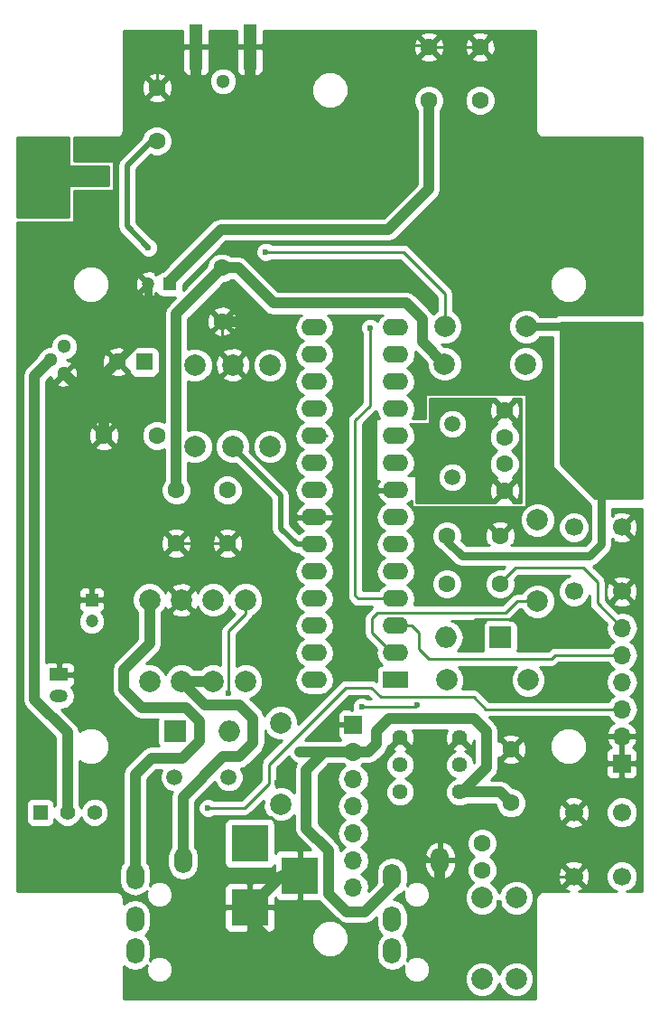
<source format=gbl>
G04 #@! TF.FileFunction,Copper,L2,Bot,Signal*
%FSLAX46Y46*%
G04 Gerber Fmt 4.6, Leading zero omitted, Abs format (unit mm)*
G04 Created by KiCad (PCBNEW 4.0.6) date Thursday, 05 October 2017 'PMt' 05:15:57 PM*
%MOMM*%
%LPD*%
G01*
G04 APERTURE LIST*
%ADD10C,0.100000*%
%ADD11C,1.300000*%
%ADD12C,1.998980*%
%ADD13C,1.600000*%
%ADD14R,2.000000X2.000000*%
%ADD15O,2.000000X2.000000*%
%ADD16R,1.700000X1.200000*%
%ADD17O,1.700000X1.200000*%
%ADD18R,1.397000X1.397000*%
%ADD19C,1.397000*%
%ADD20R,2.400000X1.600000*%
%ADD21O,2.400000X1.600000*%
%ADD22C,1.500000*%
%ADD23R,1.600000X1.600000*%
%ADD24R,1.200000X1.200000*%
%ADD25C,1.200000*%
%ADD26R,3.500120X3.500120*%
%ADD27R,1.700000X1.700000*%
%ADD28O,1.700000X1.700000*%
%ADD29R,1.270000X4.200000*%
%ADD30C,1.700000*%
%ADD31C,1.501140*%
%ADD32O,1.700000X2.400000*%
%ADD33C,1.440000*%
%ADD34C,0.600000*%
%ADD35C,1.000000*%
%ADD36C,0.250000*%
%ADD37C,0.750000*%
%ADD38C,0.500000*%
%ADD39C,0.254000*%
G04 APERTURE END LIST*
D10*
D11*
X124430000Y-87530000D03*
X125700000Y-86260000D03*
X125700000Y-88800000D03*
D12*
X161400000Y-84400000D03*
X169020000Y-84400000D03*
D13*
X161600000Y-108500000D03*
X166600000Y-108500000D03*
X161600000Y-104000000D03*
X166600000Y-104000000D03*
X136200000Y-99700000D03*
X136200000Y-104700000D03*
X141000000Y-99700000D03*
X141000000Y-104700000D03*
X159900000Y-58200000D03*
X159900000Y-63200000D03*
D14*
X136100000Y-122300000D03*
D15*
X141180000Y-122300000D03*
D16*
X125200000Y-117000000D03*
D17*
X125200000Y-119000000D03*
D12*
X138000000Y-88000000D03*
X138000000Y-95620000D03*
X141500000Y-95600000D03*
X141500000Y-87980000D03*
X170100000Y-102500000D03*
X170100000Y-110120000D03*
X161600000Y-117500000D03*
X169220000Y-117500000D03*
X169000000Y-87900000D03*
X161380000Y-87900000D03*
X145000000Y-88000000D03*
X145000000Y-95620000D03*
D18*
X123460000Y-129900000D03*
D19*
X126000000Y-129900000D03*
X128540000Y-129900000D03*
D20*
X156800000Y-117500000D03*
D21*
X149180000Y-84480000D03*
X156800000Y-114960000D03*
X149180000Y-87020000D03*
X156800000Y-112420000D03*
X149180000Y-89560000D03*
X156800000Y-109880000D03*
X149180000Y-92100000D03*
X156800000Y-107340000D03*
X149180000Y-94640000D03*
X156800000Y-104800000D03*
X149180000Y-97180000D03*
X156800000Y-102260000D03*
X149180000Y-99720000D03*
X156800000Y-99720000D03*
X149180000Y-102260000D03*
X156800000Y-97180000D03*
X149180000Y-104800000D03*
X156800000Y-94640000D03*
X149180000Y-107340000D03*
X156800000Y-92100000D03*
X149180000Y-109880000D03*
X156800000Y-89560000D03*
X149180000Y-112420000D03*
X156800000Y-87020000D03*
X149180000Y-114960000D03*
X156800000Y-84480000D03*
X149180000Y-117500000D03*
D22*
X162100000Y-98500000D03*
X162100000Y-93500000D03*
D13*
X140500000Y-78900000D03*
X140500000Y-83900000D03*
X134400000Y-62000000D03*
X134400000Y-67000000D03*
X134400000Y-94600000D03*
X129400000Y-94600000D03*
D23*
X133200000Y-87700000D03*
D13*
X130700000Y-87700000D03*
D24*
X135600000Y-80400000D03*
D25*
X133600000Y-80400000D03*
D13*
X164700000Y-58200000D03*
X164700000Y-63200000D03*
D14*
X166600000Y-113500000D03*
D15*
X161520000Y-113500000D03*
D26*
X143100000Y-132799860D03*
X143100000Y-138799340D03*
X147799000Y-135799600D03*
D27*
X178000000Y-125300000D03*
D28*
X178000000Y-122760000D03*
X178000000Y-120220000D03*
X178000000Y-117680000D03*
X178000000Y-115140000D03*
X178000000Y-112600000D03*
D29*
X138100000Y-58200000D03*
X143100000Y-58200000D03*
D13*
X167000000Y-99750000D03*
X167000000Y-97250000D03*
X167000000Y-92250000D03*
X167000000Y-94750000D03*
D30*
X178000000Y-129900000D03*
X178000000Y-135900000D03*
X173500000Y-135900000D03*
X173500000Y-129900000D03*
X178000000Y-103200000D03*
X178000000Y-109200000D03*
X173500000Y-109200000D03*
X173500000Y-103200000D03*
D11*
X140600000Y-61400000D03*
D24*
X128300000Y-110000000D03*
D25*
X128300000Y-112000000D03*
D31*
X136060000Y-126600000D03*
X141140000Y-126610160D03*
D32*
X156450000Y-142900000D03*
X156450000Y-135900000D03*
X160950000Y-134400000D03*
X156450000Y-139900000D03*
X132350000Y-142900000D03*
X132350000Y-135900000D03*
X136850000Y-134400000D03*
X132350000Y-139900000D03*
D12*
X146000000Y-121500000D03*
X146000000Y-129120000D03*
X164900000Y-137900000D03*
X164900000Y-145520000D03*
X142700000Y-110000000D03*
X142700000Y-117620000D03*
X133700000Y-117600000D03*
X133700000Y-109980000D03*
X139700000Y-117600000D03*
X139700000Y-109980000D03*
X136700000Y-110000000D03*
X136700000Y-117620000D03*
D33*
X162800000Y-128000000D03*
X162800000Y-125460000D03*
X162800000Y-122920000D03*
X157200000Y-128000000D03*
X157200000Y-125460000D03*
X157200000Y-122920000D03*
D13*
X167600000Y-129000000D03*
X167600000Y-124000000D03*
X164900000Y-135300000D03*
X164900000Y-132800000D03*
D27*
X152800000Y-121700000D03*
D28*
X152800000Y-124240000D03*
X152800000Y-126780000D03*
X152800000Y-129320000D03*
X152800000Y-131860000D03*
X152800000Y-134400000D03*
X152800000Y-136940000D03*
D12*
X168100000Y-137900000D03*
X168100000Y-145520000D03*
D34*
X124800000Y-81200000D03*
X124800000Y-79000000D03*
X124800000Y-76800000D03*
X122800000Y-76800000D03*
X122800000Y-79000000D03*
X122800000Y-81200000D03*
X122800000Y-83600000D03*
X125000000Y-83600000D03*
X126400000Y-82200000D03*
X129800000Y-82200000D03*
X131600000Y-82200000D03*
X163700000Y-112400000D03*
X168500000Y-111900000D03*
X170300000Y-113100000D03*
X173700000Y-113700000D03*
X174800000Y-116000000D03*
X171900000Y-118900000D03*
X159200000Y-100500000D03*
X154200000Y-99700000D03*
X125500000Y-73750000D03*
X146700000Y-125500000D03*
X145700000Y-127100000D03*
X143600000Y-127100000D03*
X142600000Y-128100000D03*
X143700000Y-130300000D03*
X157900000Y-132300000D03*
X156600000Y-132300000D03*
X155300000Y-132300000D03*
X151500000Y-130600000D03*
X146700000Y-116400000D03*
X146300000Y-114800000D03*
X146300000Y-112200000D03*
X146300000Y-110000000D03*
X168100000Y-139900000D03*
X166500000Y-142800000D03*
X166500000Y-138400000D03*
X170000000Y-136100000D03*
X169600000Y-129300000D03*
X160400000Y-132200000D03*
X162400000Y-131200000D03*
X163500000Y-131200000D03*
X165900000Y-131200000D03*
X167700000Y-131200000D03*
X166700000Y-134400000D03*
X166700000Y-136000000D03*
X155600000Y-59000000D03*
X154600000Y-59000000D03*
X153600000Y-59000000D03*
X152600000Y-59000000D03*
X151600000Y-59000000D03*
X150600000Y-59000000D03*
X149600000Y-59000000D03*
X148600000Y-59000000D03*
X147600000Y-59000000D03*
X146600000Y-59000000D03*
X145600000Y-59000000D03*
X145600000Y-58000000D03*
X146600000Y-58000000D03*
X147600000Y-58000000D03*
X148600000Y-58000000D03*
X149600000Y-58000000D03*
X150600000Y-58000000D03*
X151600000Y-58000000D03*
X152600000Y-58000000D03*
X153600000Y-58000000D03*
X154600000Y-58000000D03*
X155600000Y-58000000D03*
X156600000Y-58000000D03*
X156600000Y-57000000D03*
X155600000Y-57000000D03*
X154600000Y-57000000D03*
X153600000Y-57000000D03*
X152600000Y-57000000D03*
X151600000Y-57000000D03*
X150600000Y-57000000D03*
X149600000Y-57000000D03*
X148600000Y-57000000D03*
X147600000Y-57000000D03*
X146600000Y-57000000D03*
X145600000Y-57000000D03*
X144600000Y-57000000D03*
X144600000Y-58000000D03*
X135600000Y-60000000D03*
X134600000Y-60000000D03*
X133600000Y-60000000D03*
X132600000Y-60000000D03*
X131600000Y-60000000D03*
X131600000Y-59000000D03*
X132600000Y-59000000D03*
X133600000Y-59000000D03*
X134600000Y-59000000D03*
X135600000Y-59000000D03*
X136600000Y-59000000D03*
X136600000Y-58000000D03*
X135600000Y-58000000D03*
X134600000Y-58000000D03*
X133600000Y-58000000D03*
X132600000Y-58000000D03*
X131600000Y-58000000D03*
X131600000Y-57000000D03*
X132600000Y-57000000D03*
X133600000Y-57000000D03*
X134600000Y-57000000D03*
X135600000Y-57000000D03*
X136600000Y-57000000D03*
X145700000Y-83900000D03*
X138100000Y-61300000D03*
X143100000Y-61300000D03*
X133600000Y-77000000D03*
X147800000Y-124200000D03*
X139200000Y-129500000D03*
X141100000Y-118700000D03*
X144600000Y-77400000D03*
X154400000Y-84500000D03*
X153600000Y-120000000D03*
X158800000Y-119800000D03*
D35*
X126000000Y-129900000D02*
X126000000Y-122400000D01*
X122900000Y-89060000D02*
X124430000Y-87530000D01*
X122900000Y-119300000D02*
X122900000Y-89060000D01*
X126000000Y-122400000D02*
X122900000Y-119300000D01*
D36*
X133600000Y-80400000D02*
X133400000Y-80400000D01*
X133400000Y-80400000D02*
X131600000Y-82200000D01*
X124800000Y-79000000D02*
X124800000Y-81200000D01*
X122800000Y-76800000D02*
X124800000Y-76800000D01*
X122800000Y-81200000D02*
X122800000Y-79000000D01*
X125000000Y-83600000D02*
X122800000Y-83600000D01*
X129800000Y-82200000D02*
X126400000Y-82200000D01*
X164300000Y-111800000D02*
X163700000Y-112400000D01*
X168400000Y-111800000D02*
X164300000Y-111800000D01*
X168500000Y-111900000D02*
X168400000Y-111800000D01*
X173100000Y-113100000D02*
X170300000Y-113100000D01*
X173700000Y-113700000D02*
X173100000Y-113100000D01*
X171900000Y-118900000D02*
X174800000Y-116000000D01*
D37*
X133600000Y-80400000D02*
X133600000Y-84800000D01*
X133600000Y-84800000D02*
X130700000Y-87700000D01*
D36*
X147799000Y-135799600D02*
X147799000Y-132999000D01*
X146700000Y-126100000D02*
X146700000Y-125500000D01*
X145700000Y-127100000D02*
X146700000Y-126100000D01*
X142600000Y-128100000D02*
X143600000Y-127100000D01*
X145100000Y-130300000D02*
X143700000Y-130300000D01*
X147799000Y-132999000D02*
X145100000Y-130300000D01*
X160000000Y-134400000D02*
X157900000Y-132300000D01*
X156600000Y-132300000D02*
X155300000Y-132300000D01*
X160950000Y-134400000D02*
X160000000Y-134400000D01*
X149180000Y-102260000D02*
X149460000Y-102260000D01*
X141000000Y-104700000D02*
X146300000Y-110000000D01*
X146300000Y-112200000D02*
X146300000Y-114800000D01*
X166500000Y-138400000D02*
X166500000Y-142800000D01*
X160400000Y-132200000D02*
X161400000Y-131200000D01*
X161400000Y-131200000D02*
X162400000Y-131200000D01*
X163500000Y-131200000D02*
X165900000Y-131200000D01*
X166800000Y-135900000D02*
X173500000Y-135900000D01*
X167700000Y-131200000D02*
X166700000Y-132200000D01*
X166700000Y-132200000D02*
X166700000Y-134400000D01*
X166700000Y-136000000D02*
X166800000Y-135900000D01*
X134400000Y-62000000D02*
X134400000Y-60200000D01*
X134400000Y-60200000D02*
X134600000Y-60000000D01*
X164700000Y-58200000D02*
X159900000Y-58200000D01*
X159900000Y-58200000D02*
X159700000Y-58000000D01*
X159700000Y-58000000D02*
X156600000Y-58000000D01*
X140500000Y-83900000D02*
X140500000Y-86980000D01*
X140500000Y-86980000D02*
X141500000Y-87980000D01*
X136200000Y-104700000D02*
X141000000Y-104700000D01*
D35*
X147799000Y-135799600D02*
X146099740Y-135799600D01*
X146099740Y-135799600D02*
X143100000Y-138799340D01*
X143100000Y-138799340D02*
X143100000Y-140100000D01*
X143100000Y-140100000D02*
X149400000Y-146400000D01*
X149400000Y-146400000D02*
X159800000Y-146400000D01*
X159800000Y-146400000D02*
X160950000Y-145250000D01*
X160950000Y-145250000D02*
X160950000Y-134400000D01*
X129400000Y-94600000D02*
X129400000Y-91400000D01*
X129400000Y-91400000D02*
X128200000Y-90200000D01*
X130700000Y-87700000D02*
X128200000Y-90200000D01*
X127100000Y-90200000D02*
X125700000Y-88800000D01*
X128200000Y-90200000D02*
X127100000Y-90200000D01*
D38*
X143100000Y-58200000D02*
X144400000Y-58200000D01*
X154600000Y-59000000D02*
X155600000Y-59000000D01*
X152600000Y-59000000D02*
X153600000Y-59000000D01*
X150600000Y-59000000D02*
X151600000Y-59000000D01*
X148600000Y-59000000D02*
X149600000Y-59000000D01*
X146600000Y-59000000D02*
X147600000Y-59000000D01*
X145600000Y-58000000D02*
X145600000Y-59000000D01*
X147600000Y-58000000D02*
X146600000Y-58000000D01*
X149600000Y-58000000D02*
X148600000Y-58000000D01*
X151600000Y-58000000D02*
X150600000Y-58000000D01*
X153600000Y-58000000D02*
X152600000Y-58000000D01*
X155600000Y-58000000D02*
X154600000Y-58000000D01*
X156600000Y-57000000D02*
X156600000Y-58000000D01*
X154600000Y-57000000D02*
X155600000Y-57000000D01*
X152600000Y-57000000D02*
X153600000Y-57000000D01*
X150600000Y-57000000D02*
X151600000Y-57000000D01*
X148600000Y-57000000D02*
X149600000Y-57000000D01*
X146600000Y-57000000D02*
X147600000Y-57000000D01*
X144600000Y-57000000D02*
X145600000Y-57000000D01*
X144400000Y-58200000D02*
X144600000Y-58000000D01*
X135600000Y-60000000D02*
X136600000Y-60000000D01*
X133600000Y-60000000D02*
X134600000Y-60000000D01*
X131600000Y-60000000D02*
X132600000Y-60000000D01*
X132600000Y-59000000D02*
X131600000Y-59000000D01*
X134600000Y-59000000D02*
X133600000Y-59000000D01*
X136600000Y-59000000D02*
X135600000Y-59000000D01*
X135600000Y-58000000D02*
X136600000Y-58000000D01*
X133600000Y-58000000D02*
X134600000Y-58000000D01*
X131600000Y-58000000D02*
X132600000Y-58000000D01*
X132600000Y-57000000D02*
X131600000Y-57000000D01*
X134600000Y-57000000D02*
X133600000Y-57000000D01*
X136600000Y-57000000D02*
X135600000Y-57000000D01*
D35*
X145700000Y-83900000D02*
X140500000Y-83900000D01*
X138100000Y-58200000D02*
X138100000Y-61300000D01*
X143100000Y-58200000D02*
X143100000Y-61300000D01*
D37*
X161600000Y-104000000D02*
X161600000Y-104500000D01*
X161600000Y-104500000D02*
X163000000Y-105900000D01*
X172500000Y-84400000D02*
X169020000Y-84400000D01*
X176100000Y-88000000D02*
X172500000Y-84400000D01*
X176100000Y-101800000D02*
X176100000Y-88000000D01*
X176100000Y-104800000D02*
X176100000Y-101800000D01*
X175000000Y-105900000D02*
X176100000Y-104800000D01*
X163000000Y-105900000D02*
X175000000Y-105900000D01*
D38*
X134400000Y-67000000D02*
X133900000Y-67000000D01*
X133900000Y-67000000D02*
X131600000Y-69300000D01*
X131600000Y-75000000D02*
X133600000Y-77000000D01*
X131600000Y-69300000D02*
X131600000Y-75000000D01*
D35*
X156450000Y-135900000D02*
X156450000Y-136650000D01*
X156450000Y-136650000D02*
X153900000Y-139200000D01*
X153900000Y-139200000D02*
X152200000Y-139200000D01*
X152200000Y-139200000D02*
X150500000Y-137500000D01*
X150500000Y-137500000D02*
X150500000Y-133500000D01*
X150500000Y-133500000D02*
X148400000Y-131400000D01*
X148400000Y-131400000D02*
X148400000Y-125900000D01*
X148400000Y-125900000D02*
X150060000Y-124240000D01*
X162800000Y-128000000D02*
X163000000Y-128000000D01*
X163000000Y-128000000D02*
X165300000Y-125700000D01*
X154260000Y-124240000D02*
X152800000Y-124240000D01*
X155000000Y-123500000D02*
X154260000Y-124240000D01*
X155000000Y-122300000D02*
X155000000Y-123500000D01*
X156200000Y-121100000D02*
X155000000Y-122300000D01*
X164100000Y-121100000D02*
X156200000Y-121100000D01*
X165300000Y-122300000D02*
X164100000Y-121100000D01*
X165300000Y-125700000D02*
X165300000Y-122300000D01*
X162800000Y-128000000D02*
X166600000Y-128000000D01*
X166600000Y-128000000D02*
X167600000Y-129000000D01*
X147840000Y-124240000D02*
X150060000Y-124240000D01*
X150060000Y-124240000D02*
X152800000Y-124240000D01*
X147800000Y-124200000D02*
X147840000Y-124240000D01*
X140500000Y-78900000D02*
X142000000Y-78900000D01*
X159300000Y-85820000D02*
X161380000Y-87900000D01*
X159300000Y-83700000D02*
X159300000Y-85820000D01*
X157800000Y-82200000D02*
X159300000Y-83700000D01*
X145300000Y-82200000D02*
X157800000Y-82200000D01*
X142000000Y-78900000D02*
X145300000Y-82200000D01*
X135600000Y-80400000D02*
X135600000Y-80100000D01*
X135600000Y-80100000D02*
X140400000Y-75300000D01*
X159900000Y-71500000D02*
X159900000Y-63200000D01*
X156100000Y-75300000D02*
X159900000Y-71500000D01*
X140400000Y-75300000D02*
X156100000Y-75300000D01*
X136200000Y-99700000D02*
X136200000Y-83200000D01*
X136200000Y-83200000D02*
X140500000Y-78900000D01*
D38*
X141500000Y-95600000D02*
X141500000Y-95700000D01*
X141500000Y-95700000D02*
X146000000Y-100200000D01*
X147500000Y-104800000D02*
X149180000Y-104800000D01*
X146000000Y-103300000D02*
X147500000Y-104800000D01*
X146000000Y-100200000D02*
X146000000Y-103300000D01*
D36*
X156800000Y-117500000D02*
X157000000Y-117500000D01*
X166600000Y-108500000D02*
X166600000Y-108400000D01*
X166600000Y-108400000D02*
X168000000Y-107000000D01*
X168000000Y-107000000D02*
X174400000Y-107000000D01*
X174400000Y-107000000D02*
X175700000Y-108300000D01*
X175700000Y-108300000D02*
X175700000Y-110300000D01*
X175700000Y-110300000D02*
X178000000Y-112600000D01*
X178000000Y-120220000D02*
X165220000Y-120220000D01*
X155400000Y-119100000D02*
X154500000Y-118200000D01*
X154500000Y-118200000D02*
X152100000Y-118200000D01*
X152100000Y-118200000D02*
X144900000Y-125400000D01*
X144900000Y-125400000D02*
X144900000Y-127200000D01*
X142600000Y-129500000D02*
X139200000Y-129500000D01*
X144900000Y-127200000D02*
X142600000Y-129500000D01*
X159800000Y-119100000D02*
X155400000Y-119100000D01*
X164100000Y-119100000D02*
X159800000Y-119100000D01*
X165220000Y-120220000D02*
X164100000Y-119100000D01*
X156800000Y-112420000D02*
X158320000Y-112420000D01*
X171760000Y-115140000D02*
X178000000Y-115140000D01*
X171400000Y-115500000D02*
X171760000Y-115140000D01*
X159900000Y-115500000D02*
X167300000Y-115500000D01*
X171400000Y-115500000D02*
X167300000Y-115500000D01*
X159000000Y-114600000D02*
X159900000Y-115500000D01*
X159000000Y-113100000D02*
X159000000Y-114600000D01*
X158320000Y-112420000D02*
X159000000Y-113100000D01*
X177940000Y-115200000D02*
X178000000Y-115140000D01*
X141100000Y-118700000D02*
X141100000Y-112900000D01*
X141100000Y-112900000D02*
X142700000Y-111300000D01*
X142700000Y-111300000D02*
X142700000Y-110000000D01*
X156800000Y-114960000D02*
X156460000Y-114960000D01*
X156460000Y-114960000D02*
X154600000Y-113100000D01*
X168180000Y-110120000D02*
X170100000Y-110120000D01*
X167100000Y-111200000D02*
X168180000Y-110120000D01*
X155100000Y-111200000D02*
X167100000Y-111200000D01*
X154600000Y-111700000D02*
X155100000Y-111200000D01*
X154600000Y-113100000D02*
X154600000Y-111700000D01*
X156800000Y-114960000D02*
X157040000Y-114960000D01*
X156800000Y-114960000D02*
X157740000Y-114960000D01*
X144600000Y-77400000D02*
X157500000Y-77400000D01*
X157500000Y-77400000D02*
X161400000Y-81300000D01*
X161400000Y-84400000D02*
X161400000Y-81300000D01*
X156800000Y-109880000D02*
X153280000Y-109880000D01*
X154400000Y-91800000D02*
X154400000Y-84500000D01*
X153000000Y-93200000D02*
X154400000Y-91800000D01*
X153000000Y-109600000D02*
X153000000Y-93200000D01*
X153280000Y-109880000D02*
X153000000Y-109600000D01*
X149180000Y-94640000D02*
X150340000Y-94640000D01*
D35*
X139700000Y-117600000D02*
X136720000Y-117600000D01*
X136720000Y-117600000D02*
X136700000Y-117620000D01*
X136850000Y-134400000D02*
X136850000Y-128450000D01*
X138880000Y-119800000D02*
X136700000Y-117620000D01*
X142100000Y-119800000D02*
X138880000Y-119800000D01*
X143400000Y-121100000D02*
X142100000Y-119800000D01*
X143400000Y-123400000D02*
X143400000Y-121100000D01*
X142100000Y-124700000D02*
X143400000Y-123400000D01*
X140600000Y-124700000D02*
X142100000Y-124700000D01*
X136850000Y-128450000D02*
X140600000Y-124700000D01*
X133700000Y-109980000D02*
X133700000Y-114100000D01*
X132350000Y-126350000D02*
X132350000Y-135900000D01*
X133900000Y-124800000D02*
X132350000Y-126350000D01*
X136800000Y-124800000D02*
X133900000Y-124800000D01*
X138400000Y-123200000D02*
X136800000Y-124800000D01*
X138400000Y-121400000D02*
X138400000Y-123200000D01*
X137100000Y-120100000D02*
X138400000Y-121400000D01*
X133000000Y-120100000D02*
X137100000Y-120100000D01*
X131300000Y-118400000D02*
X133000000Y-120100000D01*
X131300000Y-116500000D02*
X131300000Y-118400000D01*
X133700000Y-114100000D02*
X131300000Y-116500000D01*
D36*
X158600000Y-120000000D02*
X153600000Y-120000000D01*
X158800000Y-119800000D02*
X158600000Y-120000000D01*
D39*
G36*
X136830000Y-57914250D02*
X136988750Y-58073000D01*
X137973000Y-58073000D01*
X137973000Y-58053000D01*
X138227000Y-58053000D01*
X138227000Y-58073000D01*
X139211250Y-58073000D01*
X139370000Y-57914250D01*
X139370000Y-56685000D01*
X141830000Y-56685000D01*
X141830000Y-57914250D01*
X141988750Y-58073000D01*
X142973000Y-58073000D01*
X142973000Y-58053000D01*
X143227000Y-58053000D01*
X143227000Y-58073000D01*
X144211250Y-58073000D01*
X144301027Y-57983223D01*
X158453035Y-57983223D01*
X158480222Y-58553454D01*
X158646136Y-58954005D01*
X158892255Y-59028139D01*
X159720395Y-58200000D01*
X160079605Y-58200000D01*
X160907745Y-59028139D01*
X161153864Y-58954005D01*
X161346965Y-58416777D01*
X161326295Y-57983223D01*
X163253035Y-57983223D01*
X163280222Y-58553454D01*
X163446136Y-58954005D01*
X163692255Y-59028139D01*
X164520395Y-58200000D01*
X164879605Y-58200000D01*
X165707745Y-59028139D01*
X165953864Y-58954005D01*
X166146965Y-58416777D01*
X166119778Y-57846546D01*
X165953864Y-57445995D01*
X165707745Y-57371861D01*
X164879605Y-58200000D01*
X164520395Y-58200000D01*
X163692255Y-57371861D01*
X163446136Y-57445995D01*
X163253035Y-57983223D01*
X161326295Y-57983223D01*
X161319778Y-57846546D01*
X161153864Y-57445995D01*
X160907745Y-57371861D01*
X160079605Y-58200000D01*
X159720395Y-58200000D01*
X158892255Y-57371861D01*
X158646136Y-57445995D01*
X158453035Y-57983223D01*
X144301027Y-57983223D01*
X144370000Y-57914250D01*
X144370000Y-57192255D01*
X159071861Y-57192255D01*
X159900000Y-58020395D01*
X160728139Y-57192255D01*
X163871861Y-57192255D01*
X164700000Y-58020395D01*
X165528139Y-57192255D01*
X165454005Y-56946136D01*
X164916777Y-56753035D01*
X164346546Y-56780222D01*
X163945995Y-56946136D01*
X163871861Y-57192255D01*
X160728139Y-57192255D01*
X160654005Y-56946136D01*
X160116777Y-56753035D01*
X159546546Y-56780222D01*
X159145995Y-56946136D01*
X159071861Y-57192255D01*
X144370000Y-57192255D01*
X144370000Y-56685000D01*
X169915000Y-56685000D01*
X169915000Y-66000000D01*
X169967143Y-66262138D01*
X170115632Y-66484368D01*
X170337862Y-66632857D01*
X170600000Y-66685000D01*
X179915000Y-66685000D01*
X179915000Y-83265000D01*
X172100000Y-83265000D01*
X171869205Y-83308427D01*
X171742437Y-83390000D01*
X170321266Y-83390000D01*
X169947073Y-83015154D01*
X169346547Y-82765794D01*
X168696306Y-82765226D01*
X168095345Y-83013538D01*
X167635154Y-83472927D01*
X167385794Y-84073453D01*
X167385226Y-84723694D01*
X167633538Y-85324655D01*
X168092927Y-85784846D01*
X168693453Y-86034206D01*
X169343694Y-86034774D01*
X169944655Y-85786462D01*
X170321774Y-85410000D01*
X171465000Y-85410000D01*
X171465000Y-97300000D01*
X171511672Y-97538946D01*
X171650987Y-97749013D01*
X174950987Y-101049013D01*
X175090000Y-101142595D01*
X175090000Y-104381644D01*
X174581644Y-104890000D01*
X167669608Y-104890000D01*
X167607747Y-104828139D01*
X167853864Y-104754005D01*
X168046965Y-104216777D01*
X168019778Y-103646546D01*
X167853864Y-103245995D01*
X167607745Y-103171861D01*
X166779605Y-104000000D01*
X166793748Y-104014142D01*
X166614142Y-104193748D01*
X166600000Y-104179605D01*
X166585858Y-104193748D01*
X166406252Y-104014142D01*
X166420395Y-104000000D01*
X165592255Y-103171861D01*
X165346136Y-103245995D01*
X165153035Y-103783223D01*
X165180222Y-104353454D01*
X165346136Y-104754005D01*
X165592253Y-104828139D01*
X165530392Y-104890000D01*
X163418356Y-104890000D01*
X162970288Y-104441932D01*
X163034750Y-104286691D01*
X163035248Y-103715813D01*
X162817243Y-103188200D01*
X162621640Y-102992255D01*
X165771861Y-102992255D01*
X166600000Y-103820395D01*
X167428139Y-102992255D01*
X167377367Y-102823694D01*
X168465226Y-102823694D01*
X168713538Y-103424655D01*
X169172927Y-103884846D01*
X169773453Y-104134206D01*
X170423694Y-104134774D01*
X171024655Y-103886462D01*
X171417713Y-103494089D01*
X172014743Y-103494089D01*
X172240344Y-104040086D01*
X172657717Y-104458188D01*
X173203319Y-104684742D01*
X173794089Y-104685257D01*
X174340086Y-104459656D01*
X174758188Y-104042283D01*
X174984742Y-103496681D01*
X174985257Y-102905911D01*
X174759656Y-102359914D01*
X174342283Y-101941812D01*
X173796681Y-101715258D01*
X173205911Y-101714743D01*
X172659914Y-101940344D01*
X172241812Y-102357717D01*
X172015258Y-102903319D01*
X172014743Y-103494089D01*
X171417713Y-103494089D01*
X171484846Y-103427073D01*
X171734206Y-102826547D01*
X171734774Y-102176306D01*
X171486462Y-101575345D01*
X171027073Y-101115154D01*
X170426547Y-100865794D01*
X169776306Y-100865226D01*
X169175345Y-101113538D01*
X168715154Y-101572927D01*
X168465794Y-102173453D01*
X168465226Y-102823694D01*
X167377367Y-102823694D01*
X167354005Y-102746136D01*
X166816777Y-102553035D01*
X166246546Y-102580222D01*
X165845995Y-102746136D01*
X165771861Y-102992255D01*
X162621640Y-102992255D01*
X162413923Y-102784176D01*
X161886691Y-102565250D01*
X161315813Y-102564752D01*
X160788200Y-102782757D01*
X160384176Y-103186077D01*
X160165250Y-103713309D01*
X160164752Y-104284187D01*
X160382757Y-104811800D01*
X160786077Y-105215824D01*
X160959465Y-105287821D01*
X162285822Y-106614178D01*
X162613490Y-106833118D01*
X163000000Y-106910000D01*
X167015198Y-106910000D01*
X166859971Y-107065227D01*
X166315813Y-107064752D01*
X165788200Y-107282757D01*
X165384176Y-107686077D01*
X165165250Y-108213309D01*
X165164752Y-108784187D01*
X165382757Y-109311800D01*
X165786077Y-109715824D01*
X166313309Y-109934750D01*
X166884187Y-109935248D01*
X167411800Y-109717243D01*
X167815824Y-109313923D01*
X168034750Y-108786691D01*
X168035248Y-108215813D01*
X167983713Y-108091089D01*
X168314802Y-107760000D01*
X173096381Y-107760000D01*
X172659914Y-107940344D01*
X172241812Y-108357717D01*
X172015258Y-108903319D01*
X172014743Y-109494089D01*
X172240344Y-110040086D01*
X172657717Y-110458188D01*
X173203319Y-110684742D01*
X173794089Y-110685257D01*
X174340086Y-110459656D01*
X174758188Y-110042283D01*
X174940000Y-109604432D01*
X174940000Y-110300000D01*
X174997852Y-110590839D01*
X175162599Y-110837401D01*
X176558790Y-112233592D01*
X176485907Y-112600000D01*
X176598946Y-113168285D01*
X176920853Y-113650054D01*
X177250026Y-113870000D01*
X176920853Y-114089946D01*
X176727046Y-114380000D01*
X171760000Y-114380000D01*
X171469161Y-114437852D01*
X171222599Y-114602599D01*
X171085198Y-114740000D01*
X168198839Y-114740000D01*
X168247440Y-114500000D01*
X168247440Y-112500000D01*
X168203162Y-112264683D01*
X168064090Y-112048559D01*
X167851890Y-111903569D01*
X167600000Y-111852560D01*
X167465053Y-111852560D01*
X167637401Y-111737401D01*
X168494802Y-110880000D01*
X168645504Y-110880000D01*
X168713538Y-111044655D01*
X169172927Y-111504846D01*
X169773453Y-111754206D01*
X170423694Y-111754774D01*
X171024655Y-111506462D01*
X171484846Y-111047073D01*
X171734206Y-110446547D01*
X171734774Y-109796306D01*
X171486462Y-109195345D01*
X171027073Y-108735154D01*
X170426547Y-108485794D01*
X169776306Y-108485226D01*
X169175345Y-108733538D01*
X168715154Y-109192927D01*
X168645779Y-109360000D01*
X168180000Y-109360000D01*
X167889161Y-109417852D01*
X167642599Y-109582599D01*
X166785198Y-110440000D01*
X158554468Y-110440000D01*
X158561717Y-110429151D01*
X158670950Y-109880000D01*
X158561717Y-109330849D01*
X158250648Y-108865302D01*
X158129251Y-108784187D01*
X160164752Y-108784187D01*
X160382757Y-109311800D01*
X160786077Y-109715824D01*
X161313309Y-109934750D01*
X161884187Y-109935248D01*
X162411800Y-109717243D01*
X162815824Y-109313923D01*
X163034750Y-108786691D01*
X163035248Y-108215813D01*
X162817243Y-107688200D01*
X162413923Y-107284176D01*
X161886691Y-107065250D01*
X161315813Y-107064752D01*
X160788200Y-107282757D01*
X160384176Y-107686077D01*
X160165250Y-108213309D01*
X160164752Y-108784187D01*
X158129251Y-108784187D01*
X157868562Y-108610000D01*
X158250648Y-108354698D01*
X158561717Y-107889151D01*
X158670950Y-107340000D01*
X158561717Y-106790849D01*
X158250648Y-106325302D01*
X157868562Y-106070000D01*
X158250648Y-105814698D01*
X158561717Y-105349151D01*
X158670950Y-104800000D01*
X158561717Y-104250849D01*
X158250648Y-103785302D01*
X157868562Y-103530000D01*
X158250648Y-103274698D01*
X158561717Y-102809151D01*
X158670950Y-102260000D01*
X158561717Y-101710849D01*
X158250648Y-101245302D01*
X157872293Y-100992493D01*
X158273000Y-100670229D01*
X158273000Y-101200000D01*
X158283006Y-101249410D01*
X158311447Y-101291035D01*
X158353841Y-101318315D01*
X158400000Y-101327000D01*
X168900000Y-101327000D01*
X168949410Y-101316994D01*
X168991035Y-101288553D01*
X169018315Y-101246159D01*
X169027000Y-101200000D01*
X169027000Y-90800000D01*
X169016994Y-90750590D01*
X168988553Y-90708965D01*
X168946159Y-90681685D01*
X168900000Y-90673000D01*
X159700000Y-90673000D01*
X159650590Y-90683006D01*
X159608965Y-90711447D01*
X159581685Y-90753841D01*
X159573000Y-90800000D01*
X159573000Y-92973000D01*
X158345328Y-92973000D01*
X158561717Y-92649151D01*
X158670950Y-92100000D01*
X158561717Y-91550849D01*
X158250648Y-91085302D01*
X157868562Y-90830000D01*
X158250648Y-90574698D01*
X158561717Y-90109151D01*
X158670950Y-89560000D01*
X158561717Y-89010849D01*
X158250648Y-88545302D01*
X157868562Y-88290000D01*
X158250648Y-88034698D01*
X158561717Y-87569151D01*
X158670950Y-87020000D01*
X158615350Y-86740482D01*
X159745534Y-87870666D01*
X159745226Y-88223694D01*
X159993538Y-88824655D01*
X160452927Y-89284846D01*
X161053453Y-89534206D01*
X161703694Y-89534774D01*
X162304655Y-89286462D01*
X162764846Y-88827073D01*
X163014206Y-88226547D01*
X163014208Y-88223694D01*
X167365226Y-88223694D01*
X167613538Y-88824655D01*
X168072927Y-89284846D01*
X168673453Y-89534206D01*
X169323694Y-89534774D01*
X169924655Y-89286462D01*
X170384846Y-88827073D01*
X170634206Y-88226547D01*
X170634774Y-87576306D01*
X170386462Y-86975345D01*
X169927073Y-86515154D01*
X169326547Y-86265794D01*
X168676306Y-86265226D01*
X168075345Y-86513538D01*
X167615154Y-86972927D01*
X167365794Y-87573453D01*
X167365226Y-88223694D01*
X163014208Y-88223694D01*
X163014774Y-87576306D01*
X162766462Y-86975345D01*
X162307073Y-86515154D01*
X161706547Y-86265794D01*
X161350615Y-86265483D01*
X161119378Y-86034246D01*
X161723694Y-86034774D01*
X162324655Y-85786462D01*
X162784846Y-85327073D01*
X163034206Y-84726547D01*
X163034774Y-84076306D01*
X162786462Y-83475345D01*
X162327073Y-83015154D01*
X162160000Y-82945779D01*
X162160000Y-81300000D01*
X162102148Y-81009161D01*
X161937401Y-80762599D01*
X161918401Y-80743599D01*
X171264699Y-80743599D01*
X171528281Y-81381515D01*
X172015918Y-81870004D01*
X172653373Y-82134699D01*
X173343599Y-82135301D01*
X173981515Y-81871719D01*
X174470004Y-81384082D01*
X174734699Y-80746627D01*
X174735301Y-80056401D01*
X174471719Y-79418485D01*
X173984082Y-78929996D01*
X173346627Y-78665301D01*
X172656401Y-78664699D01*
X172018485Y-78928281D01*
X171529996Y-79415918D01*
X171265301Y-80053373D01*
X171264699Y-80743599D01*
X161918401Y-80743599D01*
X158037401Y-76862599D01*
X157790839Y-76697852D01*
X157500000Y-76640000D01*
X145162463Y-76640000D01*
X145130327Y-76607808D01*
X144786799Y-76465162D01*
X144414833Y-76464838D01*
X144071057Y-76606883D01*
X143807808Y-76869673D01*
X143665162Y-77213201D01*
X143664838Y-77585167D01*
X143806883Y-77928943D01*
X144069673Y-78192192D01*
X144413201Y-78334838D01*
X144785167Y-78335162D01*
X145128943Y-78193117D01*
X145162118Y-78160000D01*
X157185198Y-78160000D01*
X160640000Y-81614802D01*
X160640000Y-82945504D01*
X160475345Y-83013538D01*
X160298262Y-83190313D01*
X160102566Y-82897434D01*
X158602566Y-81397434D01*
X158582583Y-81384082D01*
X158234346Y-81151397D01*
X157800000Y-81065000D01*
X145770132Y-81065000D01*
X142802566Y-78097434D01*
X142785569Y-78086077D01*
X142434346Y-77851397D01*
X142000000Y-77765000D01*
X141394606Y-77765000D01*
X141313923Y-77684176D01*
X140786691Y-77465250D01*
X140215813Y-77464752D01*
X139688200Y-77682757D01*
X139284176Y-78086077D01*
X139065250Y-78613309D01*
X139065148Y-78729720D01*
X136847440Y-80947428D01*
X136847440Y-80457692D01*
X140870132Y-76435000D01*
X156100000Y-76435000D01*
X156534346Y-76348603D01*
X156902566Y-76102566D01*
X160702567Y-72302566D01*
X160948604Y-71934345D01*
X161035000Y-71500000D01*
X161035000Y-64094606D01*
X161115824Y-64013923D01*
X161334750Y-63486691D01*
X161334752Y-63484187D01*
X163264752Y-63484187D01*
X163482757Y-64011800D01*
X163886077Y-64415824D01*
X164413309Y-64634750D01*
X164984187Y-64635248D01*
X165511800Y-64417243D01*
X165915824Y-64013923D01*
X166134750Y-63486691D01*
X166135248Y-62915813D01*
X165917243Y-62388200D01*
X165513923Y-61984176D01*
X164986691Y-61765250D01*
X164415813Y-61764752D01*
X163888200Y-61982757D01*
X163484176Y-62386077D01*
X163265250Y-62913309D01*
X163264752Y-63484187D01*
X161334752Y-63484187D01*
X161335248Y-62915813D01*
X161117243Y-62388200D01*
X160713923Y-61984176D01*
X160186691Y-61765250D01*
X159615813Y-61764752D01*
X159088200Y-61982757D01*
X158684176Y-62386077D01*
X158465250Y-62913309D01*
X158464752Y-63484187D01*
X158682757Y-64011800D01*
X158765000Y-64094187D01*
X158765000Y-71029867D01*
X155629868Y-74165000D01*
X140400000Y-74165000D01*
X139965654Y-74251397D01*
X139597434Y-74497434D01*
X134928936Y-79165932D01*
X134764683Y-79196838D01*
X134548559Y-79335910D01*
X134453007Y-79475755D01*
X134398822Y-79421570D01*
X134283129Y-79537263D01*
X134233617Y-79311836D01*
X133768964Y-79152193D01*
X133278587Y-79182518D01*
X132966383Y-79311836D01*
X132916870Y-79537265D01*
X133600000Y-80220395D01*
X133614143Y-80206253D01*
X133793748Y-80385858D01*
X133779605Y-80400000D01*
X133793748Y-80414143D01*
X133614143Y-80593748D01*
X133600000Y-80579605D01*
X132916870Y-81262735D01*
X132966383Y-81488164D01*
X133431036Y-81647807D01*
X133921413Y-81617482D01*
X134233617Y-81488164D01*
X134283129Y-81262737D01*
X134398822Y-81378430D01*
X134453649Y-81323603D01*
X134535910Y-81451441D01*
X134748110Y-81596431D01*
X135000000Y-81647440D01*
X136147428Y-81647440D01*
X135397434Y-82397434D01*
X135151397Y-82765654D01*
X135065000Y-83200000D01*
X135065000Y-93322338D01*
X134686691Y-93165250D01*
X134115813Y-93164752D01*
X133588200Y-93382757D01*
X133184176Y-93786077D01*
X132965250Y-94313309D01*
X132964752Y-94884187D01*
X133182757Y-95411800D01*
X133586077Y-95815824D01*
X134113309Y-96034750D01*
X134684187Y-96035248D01*
X135065000Y-95877899D01*
X135065000Y-98805394D01*
X134984176Y-98886077D01*
X134765250Y-99413309D01*
X134764752Y-99984187D01*
X134982757Y-100511800D01*
X135386077Y-100915824D01*
X135913309Y-101134750D01*
X136484187Y-101135248D01*
X137011800Y-100917243D01*
X137415824Y-100513923D01*
X137634750Y-99986691D01*
X137634752Y-99984187D01*
X139564752Y-99984187D01*
X139782757Y-100511800D01*
X140186077Y-100915824D01*
X140713309Y-101134750D01*
X141284187Y-101135248D01*
X141811800Y-100917243D01*
X142215824Y-100513923D01*
X142434750Y-99986691D01*
X142435248Y-99415813D01*
X142217243Y-98888200D01*
X141813923Y-98484176D01*
X141286691Y-98265250D01*
X140715813Y-98264752D01*
X140188200Y-98482757D01*
X139784176Y-98886077D01*
X139565250Y-99413309D01*
X139564752Y-99984187D01*
X137634752Y-99984187D01*
X137635248Y-99415813D01*
X137417243Y-98888200D01*
X137335000Y-98805813D01*
X137335000Y-97113668D01*
X137673453Y-97254206D01*
X138323694Y-97254774D01*
X138924655Y-97006462D01*
X139384846Y-96547073D01*
X139634206Y-95946547D01*
X139634225Y-95923694D01*
X139865226Y-95923694D01*
X140113538Y-96524655D01*
X140572927Y-96984846D01*
X141173453Y-97234206D01*
X141783159Y-97234739D01*
X145115000Y-100566579D01*
X145115000Y-103299995D01*
X145114999Y-103300000D01*
X145168086Y-103566882D01*
X145182367Y-103638675D01*
X145280687Y-103785822D01*
X145374210Y-103925790D01*
X146874208Y-105425787D01*
X146874210Y-105425790D01*
X147161325Y-105617633D01*
X147500000Y-105685000D01*
X147642690Y-105685000D01*
X147729352Y-105814698D01*
X148111438Y-106070000D01*
X147729352Y-106325302D01*
X147418283Y-106790849D01*
X147309050Y-107340000D01*
X147418283Y-107889151D01*
X147729352Y-108354698D01*
X148111438Y-108610000D01*
X147729352Y-108865302D01*
X147418283Y-109330849D01*
X147309050Y-109880000D01*
X147418283Y-110429151D01*
X147729352Y-110894698D01*
X148111438Y-111150000D01*
X147729352Y-111405302D01*
X147418283Y-111870849D01*
X147309050Y-112420000D01*
X147418283Y-112969151D01*
X147729352Y-113434698D01*
X148111438Y-113690000D01*
X147729352Y-113945302D01*
X147418283Y-114410849D01*
X147309050Y-114960000D01*
X147418283Y-115509151D01*
X147729352Y-115974698D01*
X148111438Y-116230000D01*
X147729352Y-116485302D01*
X147418283Y-116950849D01*
X147309050Y-117500000D01*
X147418283Y-118049151D01*
X147729352Y-118514698D01*
X148194899Y-118825767D01*
X148744050Y-118935000D01*
X149615950Y-118935000D01*
X150165101Y-118825767D01*
X150630648Y-118514698D01*
X150941717Y-118049151D01*
X151050950Y-117500000D01*
X150941717Y-116950849D01*
X150630648Y-116485302D01*
X150248562Y-116230000D01*
X150630648Y-115974698D01*
X150941717Y-115509151D01*
X151050950Y-114960000D01*
X150941717Y-114410849D01*
X150630648Y-113945302D01*
X150248562Y-113690000D01*
X150630648Y-113434698D01*
X150941717Y-112969151D01*
X151050950Y-112420000D01*
X150941717Y-111870849D01*
X150630648Y-111405302D01*
X150248562Y-111150000D01*
X150630648Y-110894698D01*
X150941717Y-110429151D01*
X151050950Y-109880000D01*
X150941717Y-109330849D01*
X150630648Y-108865302D01*
X150248562Y-108610000D01*
X150630648Y-108354698D01*
X150941717Y-107889151D01*
X151050950Y-107340000D01*
X150941717Y-106790849D01*
X150630648Y-106325302D01*
X150248562Y-106070000D01*
X150630648Y-105814698D01*
X150941717Y-105349151D01*
X151050950Y-104800000D01*
X150941717Y-104250849D01*
X150630648Y-103785302D01*
X150252293Y-103532493D01*
X150684500Y-103184896D01*
X150954367Y-102691819D01*
X150971904Y-102609039D01*
X150849915Y-102387000D01*
X149307000Y-102387000D01*
X149307000Y-102407000D01*
X149053000Y-102407000D01*
X149053000Y-102387000D01*
X147510085Y-102387000D01*
X147388096Y-102609039D01*
X147405633Y-102691819D01*
X147675500Y-103184896D01*
X148107707Y-103532493D01*
X147733865Y-103782286D01*
X146885000Y-102933420D01*
X146885000Y-100200005D01*
X146885001Y-100200000D01*
X146817633Y-99861326D01*
X146817633Y-99861325D01*
X146625790Y-99574210D01*
X146625787Y-99574208D01*
X143088412Y-96036832D01*
X143127085Y-95943694D01*
X143365226Y-95943694D01*
X143613538Y-96544655D01*
X144072927Y-97004846D01*
X144673453Y-97254206D01*
X145323694Y-97254774D01*
X145924655Y-97006462D01*
X146384846Y-96547073D01*
X146634206Y-95946547D01*
X146634774Y-95296306D01*
X146386462Y-94695345D01*
X145927073Y-94235154D01*
X145326547Y-93985794D01*
X144676306Y-93985226D01*
X144075345Y-94233538D01*
X143615154Y-94692927D01*
X143365794Y-95293453D01*
X143365226Y-95943694D01*
X143127085Y-95943694D01*
X143134206Y-95926547D01*
X143134774Y-95276306D01*
X142886462Y-94675345D01*
X142427073Y-94215154D01*
X141826547Y-93965794D01*
X141176306Y-93965226D01*
X140575345Y-94213538D01*
X140115154Y-94672927D01*
X139865794Y-95273453D01*
X139865226Y-95923694D01*
X139634225Y-95923694D01*
X139634774Y-95296306D01*
X139386462Y-94695345D01*
X138927073Y-94235154D01*
X138326547Y-93985794D01*
X137676306Y-93985226D01*
X137335000Y-94126251D01*
X137335000Y-89493668D01*
X137673453Y-89634206D01*
X138323694Y-89634774D01*
X138924655Y-89386462D01*
X139179397Y-89132163D01*
X140527443Y-89132163D01*
X140626042Y-89398965D01*
X141235582Y-89625401D01*
X141885377Y-89601341D01*
X142373958Y-89398965D01*
X142472557Y-89132163D01*
X141500000Y-88159605D01*
X140527443Y-89132163D01*
X139179397Y-89132163D01*
X139384846Y-88927073D01*
X139634206Y-88326547D01*
X139634739Y-87715582D01*
X139854599Y-87715582D01*
X139878659Y-88365377D01*
X140081035Y-88853958D01*
X140347837Y-88952557D01*
X141320395Y-87980000D01*
X141679605Y-87980000D01*
X142652163Y-88952557D01*
X142918965Y-88853958D01*
X143115951Y-88323694D01*
X143365226Y-88323694D01*
X143613538Y-88924655D01*
X144072927Y-89384846D01*
X144673453Y-89634206D01*
X145323694Y-89634774D01*
X145924655Y-89386462D01*
X146384846Y-88927073D01*
X146634206Y-88326547D01*
X146634774Y-87676306D01*
X146386462Y-87075345D01*
X145927073Y-86615154D01*
X145326547Y-86365794D01*
X144676306Y-86365226D01*
X144075345Y-86613538D01*
X143615154Y-87072927D01*
X143365794Y-87673453D01*
X143365226Y-88323694D01*
X143115951Y-88323694D01*
X143145401Y-88244418D01*
X143121341Y-87594623D01*
X142918965Y-87106042D01*
X142652163Y-87007443D01*
X141679605Y-87980000D01*
X141320395Y-87980000D01*
X140347837Y-87007443D01*
X140081035Y-87106042D01*
X139854599Y-87715582D01*
X139634739Y-87715582D01*
X139634774Y-87676306D01*
X139386462Y-87075345D01*
X139139386Y-86827837D01*
X140527443Y-86827837D01*
X141500000Y-87800395D01*
X142472557Y-86827837D01*
X142373958Y-86561035D01*
X141764418Y-86334599D01*
X141114623Y-86358659D01*
X140626042Y-86561035D01*
X140527443Y-86827837D01*
X139139386Y-86827837D01*
X138927073Y-86615154D01*
X138326547Y-86365794D01*
X137676306Y-86365226D01*
X137335000Y-86506251D01*
X137335000Y-84907745D01*
X139671861Y-84907745D01*
X139745995Y-85153864D01*
X140283223Y-85346965D01*
X140853454Y-85319778D01*
X141254005Y-85153864D01*
X141328139Y-84907745D01*
X140500000Y-84079605D01*
X139671861Y-84907745D01*
X137335000Y-84907745D01*
X137335000Y-83683223D01*
X139053035Y-83683223D01*
X139080222Y-84253454D01*
X139246136Y-84654005D01*
X139492255Y-84728139D01*
X140320395Y-83900000D01*
X140679605Y-83900000D01*
X141507745Y-84728139D01*
X141753864Y-84654005D01*
X141946965Y-84116777D01*
X141919778Y-83546546D01*
X141753864Y-83145995D01*
X141507745Y-83071861D01*
X140679605Y-83900000D01*
X140320395Y-83900000D01*
X139492255Y-83071861D01*
X139246136Y-83145995D01*
X139053035Y-83683223D01*
X137335000Y-83683223D01*
X137335000Y-83670132D01*
X138112877Y-82892255D01*
X139671861Y-82892255D01*
X140500000Y-83720395D01*
X141328139Y-82892255D01*
X141254005Y-82646136D01*
X140716777Y-82453035D01*
X140146546Y-82480222D01*
X139745995Y-82646136D01*
X139671861Y-82892255D01*
X138112877Y-82892255D01*
X140669984Y-80335148D01*
X140784187Y-80335248D01*
X141311800Y-80117243D01*
X141394187Y-80035000D01*
X141529868Y-80035000D01*
X144497434Y-83002566D01*
X144865654Y-83248603D01*
X145300000Y-83335000D01*
X147924362Y-83335000D01*
X147729352Y-83465302D01*
X147418283Y-83930849D01*
X147309050Y-84480000D01*
X147418283Y-85029151D01*
X147729352Y-85494698D01*
X148111438Y-85750000D01*
X147729352Y-86005302D01*
X147418283Y-86470849D01*
X147309050Y-87020000D01*
X147418283Y-87569151D01*
X147729352Y-88034698D01*
X148111438Y-88290000D01*
X147729352Y-88545302D01*
X147418283Y-89010849D01*
X147309050Y-89560000D01*
X147418283Y-90109151D01*
X147729352Y-90574698D01*
X148111438Y-90830000D01*
X147729352Y-91085302D01*
X147418283Y-91550849D01*
X147309050Y-92100000D01*
X147418283Y-92649151D01*
X147729352Y-93114698D01*
X148111438Y-93370000D01*
X147729352Y-93625302D01*
X147418283Y-94090849D01*
X147309050Y-94640000D01*
X147418283Y-95189151D01*
X147729352Y-95654698D01*
X148111438Y-95910000D01*
X147729352Y-96165302D01*
X147418283Y-96630849D01*
X147309050Y-97180000D01*
X147418283Y-97729151D01*
X147729352Y-98194698D01*
X148111438Y-98450000D01*
X147729352Y-98705302D01*
X147418283Y-99170849D01*
X147309050Y-99720000D01*
X147418283Y-100269151D01*
X147729352Y-100734698D01*
X148107707Y-100987507D01*
X147675500Y-101335104D01*
X147405633Y-101828181D01*
X147388096Y-101910961D01*
X147510085Y-102133000D01*
X149053000Y-102133000D01*
X149053000Y-102113000D01*
X149307000Y-102113000D01*
X149307000Y-102133000D01*
X150849915Y-102133000D01*
X150971904Y-101910961D01*
X150954367Y-101828181D01*
X150684500Y-101335104D01*
X150252293Y-100987507D01*
X150630648Y-100734698D01*
X150941717Y-100269151D01*
X151050950Y-99720000D01*
X150941717Y-99170849D01*
X150630648Y-98705302D01*
X150248562Y-98450000D01*
X150630648Y-98194698D01*
X150941717Y-97729151D01*
X151050950Y-97180000D01*
X150941717Y-96630849D01*
X150630648Y-96165302D01*
X150248562Y-95910000D01*
X150630648Y-95654698D01*
X150941717Y-95189151D01*
X150972307Y-95035363D01*
X151042148Y-94930839D01*
X151100000Y-94640000D01*
X151042148Y-94349161D01*
X150972307Y-94244637D01*
X150941717Y-94090849D01*
X150630648Y-93625302D01*
X150248562Y-93370000D01*
X150630648Y-93114698D01*
X150941717Y-92649151D01*
X151050950Y-92100000D01*
X150941717Y-91550849D01*
X150630648Y-91085302D01*
X150248562Y-90830000D01*
X150630648Y-90574698D01*
X150941717Y-90109151D01*
X151050950Y-89560000D01*
X150941717Y-89010849D01*
X150630648Y-88545302D01*
X150248562Y-88290000D01*
X150630648Y-88034698D01*
X150941717Y-87569151D01*
X151050950Y-87020000D01*
X150941717Y-86470849D01*
X150630648Y-86005302D01*
X150248562Y-85750000D01*
X150630648Y-85494698D01*
X150941717Y-85029151D01*
X151050950Y-84480000D01*
X150941717Y-83930849D01*
X150630648Y-83465302D01*
X150435638Y-83335000D01*
X155544362Y-83335000D01*
X155349352Y-83465302D01*
X155084272Y-83862022D01*
X154930327Y-83707808D01*
X154586799Y-83565162D01*
X154214833Y-83564838D01*
X153871057Y-83706883D01*
X153607808Y-83969673D01*
X153465162Y-84313201D01*
X153464838Y-84685167D01*
X153606883Y-85028943D01*
X153640000Y-85062118D01*
X153640000Y-91485198D01*
X152462599Y-92662599D01*
X152297852Y-92909161D01*
X152240000Y-93200000D01*
X152240000Y-109600000D01*
X152297852Y-109890839D01*
X152462599Y-110137401D01*
X152742599Y-110417401D01*
X152989161Y-110582148D01*
X153280000Y-110640000D01*
X154596421Y-110640000D01*
X154562599Y-110662599D01*
X154062599Y-111162599D01*
X153897852Y-111409161D01*
X153840000Y-111700000D01*
X153840000Y-113100000D01*
X153897852Y-113390839D01*
X154062599Y-113637401D01*
X155004730Y-114579532D01*
X154929050Y-114960000D01*
X155038283Y-115509151D01*
X155349352Y-115974698D01*
X155495350Y-116072251D01*
X155364683Y-116096838D01*
X155148559Y-116235910D01*
X155003569Y-116448110D01*
X154952560Y-116700000D01*
X154952560Y-117605910D01*
X154790839Y-117497852D01*
X154500000Y-117440000D01*
X152100000Y-117440000D01*
X151809161Y-117497852D01*
X151562599Y-117662599D01*
X147634412Y-121590786D01*
X147634774Y-121176306D01*
X147386462Y-120575345D01*
X146927073Y-120115154D01*
X146326547Y-119865794D01*
X145676306Y-119865226D01*
X145075345Y-120113538D01*
X144615154Y-120572927D01*
X144490076Y-120874149D01*
X144448604Y-120665655D01*
X144202566Y-120297434D01*
X143120080Y-119214948D01*
X143624655Y-119006462D01*
X144084846Y-118547073D01*
X144334206Y-117946547D01*
X144334774Y-117296306D01*
X144086462Y-116695345D01*
X143627073Y-116235154D01*
X143026547Y-115985794D01*
X142376306Y-115985226D01*
X141860000Y-116198559D01*
X141860000Y-113214802D01*
X143237401Y-111837401D01*
X143402148Y-111590839D01*
X143426517Y-111468331D01*
X143624655Y-111386462D01*
X144084846Y-110927073D01*
X144334206Y-110326547D01*
X144334774Y-109676306D01*
X144086462Y-109075345D01*
X143627073Y-108615154D01*
X143026547Y-108365794D01*
X142376306Y-108365226D01*
X141775345Y-108613538D01*
X141315154Y-109072927D01*
X141204167Y-109340213D01*
X141086462Y-109055345D01*
X140627073Y-108595154D01*
X140026547Y-108345794D01*
X139376306Y-108345226D01*
X138775345Y-108593538D01*
X138315154Y-109052927D01*
X138201777Y-109325969D01*
X138118965Y-109126042D01*
X137852163Y-109027443D01*
X136879605Y-110000000D01*
X137852163Y-110972557D01*
X138118965Y-110873958D01*
X138205076Y-110642157D01*
X138313538Y-110904655D01*
X138772927Y-111364846D01*
X139373453Y-111614206D01*
X140023694Y-111614774D01*
X140624655Y-111366462D01*
X141084846Y-110907073D01*
X141195833Y-110639787D01*
X141313538Y-110924655D01*
X141656741Y-111268457D01*
X140562599Y-112362599D01*
X140397852Y-112609161D01*
X140340000Y-112900000D01*
X140340000Y-116095951D01*
X140026547Y-115965794D01*
X139376306Y-115965226D01*
X138775345Y-116213538D01*
X138523444Y-116465000D01*
X137856518Y-116465000D01*
X137627073Y-116235154D01*
X137026547Y-115985794D01*
X136376306Y-115985226D01*
X135775345Y-116233538D01*
X135315154Y-116692927D01*
X135204167Y-116960213D01*
X135086462Y-116675345D01*
X134627073Y-116215154D01*
X134026547Y-115965794D01*
X133439851Y-115965282D01*
X134502567Y-114902566D01*
X134748604Y-114534345D01*
X134835000Y-114100000D01*
X134835000Y-111156484D01*
X134839328Y-111152163D01*
X135727443Y-111152163D01*
X135826042Y-111418965D01*
X136435582Y-111645401D01*
X137085377Y-111621341D01*
X137573958Y-111418965D01*
X137672557Y-111152163D01*
X136700000Y-110179605D01*
X135727443Y-111152163D01*
X134839328Y-111152163D01*
X135084846Y-110907073D01*
X135189928Y-110654006D01*
X135281035Y-110873958D01*
X135547837Y-110972557D01*
X136520395Y-110000000D01*
X135547837Y-109027443D01*
X135281035Y-109126042D01*
X135202749Y-109336780D01*
X135086462Y-109055345D01*
X134879316Y-108847837D01*
X135727443Y-108847837D01*
X136700000Y-109820395D01*
X137672557Y-108847837D01*
X137573958Y-108581035D01*
X136964418Y-108354599D01*
X136314623Y-108378659D01*
X135826042Y-108581035D01*
X135727443Y-108847837D01*
X134879316Y-108847837D01*
X134627073Y-108595154D01*
X134026547Y-108345794D01*
X133376306Y-108345226D01*
X132775345Y-108593538D01*
X132315154Y-109052927D01*
X132065794Y-109653453D01*
X132065226Y-110303694D01*
X132313538Y-110904655D01*
X132565000Y-111156556D01*
X132565000Y-113629867D01*
X130497434Y-115697434D01*
X130251397Y-116065654D01*
X130165000Y-116500000D01*
X130165000Y-118400000D01*
X130251397Y-118834346D01*
X130427466Y-119097852D01*
X130497434Y-119202566D01*
X132197434Y-120902566D01*
X132565654Y-121148603D01*
X133000000Y-121235000D01*
X134465723Y-121235000D01*
X134452560Y-121300000D01*
X134452560Y-123300000D01*
X134496838Y-123535317D01*
X134580287Y-123665000D01*
X133900000Y-123665000D01*
X133465654Y-123751397D01*
X133191852Y-123934346D01*
X133097434Y-123997434D01*
X131547434Y-125547434D01*
X131301397Y-125915654D01*
X131215000Y-126350000D01*
X131215000Y-134591127D01*
X130978039Y-134945765D01*
X130865000Y-135514050D01*
X130865000Y-136285950D01*
X130978039Y-136854235D01*
X131299946Y-137336004D01*
X131781715Y-137657911D01*
X132350000Y-137770950D01*
X132918285Y-137657911D01*
X133400054Y-137336004D01*
X133459039Y-137247727D01*
X133415215Y-137353266D01*
X133414786Y-137844579D01*
X133602408Y-138298657D01*
X133949515Y-138646371D01*
X134403266Y-138834785D01*
X134894579Y-138835214D01*
X135348657Y-138647592D01*
X135696371Y-138300485D01*
X135884785Y-137846734D01*
X135885214Y-137355421D01*
X135706529Y-136922971D01*
X140714940Y-136922971D01*
X140714940Y-138513590D01*
X140873690Y-138672340D01*
X142973000Y-138672340D01*
X142973000Y-136573030D01*
X143227000Y-136573030D01*
X143227000Y-138672340D01*
X145326310Y-138672340D01*
X145485060Y-138513590D01*
X145485060Y-137847668D01*
X145510613Y-137909358D01*
X145689241Y-138087987D01*
X145922630Y-138184660D01*
X147513250Y-138184660D01*
X147672000Y-138025910D01*
X147672000Y-135926600D01*
X145572690Y-135926600D01*
X145413940Y-136085350D01*
X145413940Y-136751272D01*
X145388387Y-136689582D01*
X145209759Y-136510953D01*
X144976370Y-136414280D01*
X143385750Y-136414280D01*
X143227000Y-136573030D01*
X142973000Y-136573030D01*
X142814250Y-136414280D01*
X141223630Y-136414280D01*
X140990241Y-136510953D01*
X140811613Y-136689582D01*
X140714940Y-136922971D01*
X135706529Y-136922971D01*
X135697592Y-136901343D01*
X135350485Y-136553629D01*
X134896734Y-136365215D01*
X134405421Y-136364786D01*
X133951343Y-136552408D01*
X133740041Y-136763341D01*
X133835000Y-136285950D01*
X133835000Y-135514050D01*
X133721961Y-134945765D01*
X133485000Y-134591127D01*
X133485000Y-126820132D01*
X134370132Y-125935000D01*
X134835859Y-125935000D01*
X134674671Y-126323184D01*
X134674190Y-126874398D01*
X134884686Y-127383837D01*
X135274113Y-127773944D01*
X135783184Y-127985329D01*
X135821637Y-127985363D01*
X135801397Y-128015654D01*
X135715000Y-128450000D01*
X135715000Y-133091127D01*
X135478039Y-133445765D01*
X135365000Y-134014050D01*
X135365000Y-134785950D01*
X135478039Y-135354235D01*
X135799946Y-135836004D01*
X136281715Y-136157911D01*
X136850000Y-136270950D01*
X137418285Y-136157911D01*
X137900054Y-135836004D01*
X138221961Y-135354235D01*
X138335000Y-134785950D01*
X138335000Y-134014050D01*
X138221961Y-133445765D01*
X137985000Y-133091127D01*
X137985000Y-128920132D01*
X139832076Y-127073056D01*
X139964686Y-127393997D01*
X140354113Y-127784104D01*
X140863184Y-127995489D01*
X141414398Y-127995970D01*
X141923837Y-127785474D01*
X142313944Y-127396047D01*
X142525329Y-126886976D01*
X142525810Y-126335762D01*
X142315314Y-125826323D01*
X142286870Y-125797829D01*
X142534346Y-125748603D01*
X142902566Y-125502566D01*
X144202566Y-124202566D01*
X144448604Y-123834345D01*
X144535000Y-123400000D01*
X144535000Y-122234579D01*
X144613538Y-122424655D01*
X145072927Y-122884846D01*
X145673453Y-123134206D01*
X146090628Y-123134570D01*
X144362599Y-124862599D01*
X144197852Y-125109161D01*
X144140000Y-125400000D01*
X144140000Y-126885198D01*
X142285198Y-128740000D01*
X139762463Y-128740000D01*
X139730327Y-128707808D01*
X139386799Y-128565162D01*
X139014833Y-128564838D01*
X138671057Y-128706883D01*
X138407808Y-128969673D01*
X138265162Y-129313201D01*
X138264838Y-129685167D01*
X138406883Y-130028943D01*
X138669673Y-130292192D01*
X139013201Y-130434838D01*
X139385167Y-130435162D01*
X139728943Y-130293117D01*
X139762118Y-130260000D01*
X142600000Y-130260000D01*
X142890839Y-130202148D01*
X143137401Y-130037401D01*
X144365780Y-128809022D01*
X144365226Y-129443694D01*
X144613538Y-130044655D01*
X145001166Y-130432960D01*
X144850060Y-130402360D01*
X141349940Y-130402360D01*
X141114623Y-130446638D01*
X140898499Y-130585710D01*
X140753509Y-130797910D01*
X140702500Y-131049800D01*
X140702500Y-134549920D01*
X140746778Y-134785237D01*
X140885850Y-135001361D01*
X141098050Y-135146351D01*
X141349940Y-135197360D01*
X144850060Y-135197360D01*
X145085377Y-135153082D01*
X145301501Y-135014010D01*
X145413940Y-134849450D01*
X145413940Y-135513850D01*
X145572690Y-135672600D01*
X147672000Y-135672600D01*
X147672000Y-133573290D01*
X147513250Y-133414540D01*
X145922630Y-133414540D01*
X145689241Y-133511213D01*
X145510613Y-133689842D01*
X145497500Y-133721500D01*
X145497500Y-131049800D01*
X145453222Y-130814483D01*
X145319991Y-130607436D01*
X145673453Y-130754206D01*
X146323694Y-130754774D01*
X146924655Y-130506462D01*
X147265000Y-130166710D01*
X147265000Y-131400000D01*
X147351397Y-131834346D01*
X147452781Y-131986077D01*
X147597434Y-132202566D01*
X148809407Y-133414540D01*
X148084750Y-133414540D01*
X147926000Y-133573290D01*
X147926000Y-135672600D01*
X147946000Y-135672600D01*
X147946000Y-135926600D01*
X147926000Y-135926600D01*
X147926000Y-138025910D01*
X148084750Y-138184660D01*
X149618652Y-138184660D01*
X149646640Y-138226547D01*
X149697434Y-138302566D01*
X151397434Y-140002566D01*
X151765654Y-140248603D01*
X152200000Y-140335000D01*
X153900000Y-140335000D01*
X154334346Y-140248603D01*
X154702566Y-140002566D01*
X154965000Y-139740132D01*
X154965000Y-140285950D01*
X155078039Y-140854235D01*
X155399946Y-141336004D01*
X155495723Y-141400000D01*
X155399946Y-141463996D01*
X155078039Y-141945765D01*
X154965000Y-142514050D01*
X154965000Y-143285950D01*
X155078039Y-143854235D01*
X155399946Y-144336004D01*
X155881715Y-144657911D01*
X156450000Y-144770950D01*
X157018285Y-144657911D01*
X157500054Y-144336004D01*
X157559039Y-144247727D01*
X157515215Y-144353266D01*
X157514786Y-144844579D01*
X157702408Y-145298657D01*
X158049515Y-145646371D01*
X158503266Y-145834785D01*
X158994579Y-145835214D01*
X159448657Y-145647592D01*
X159796371Y-145300485D01*
X159984785Y-144846734D01*
X159985214Y-144355421D01*
X159797592Y-143901343D01*
X159450485Y-143553629D01*
X158996734Y-143365215D01*
X158505421Y-143364786D01*
X158051343Y-143552408D01*
X157840041Y-143763341D01*
X157935000Y-143285950D01*
X157935000Y-142514050D01*
X157821961Y-141945765D01*
X157500054Y-141463996D01*
X157404277Y-141400000D01*
X157500054Y-141336004D01*
X157821961Y-140854235D01*
X157935000Y-140285950D01*
X157935000Y-139514050D01*
X157821961Y-138945765D01*
X157500054Y-138463996D01*
X157018285Y-138142089D01*
X156638573Y-138066559D01*
X157105488Y-137599644D01*
X157500054Y-137336004D01*
X157559039Y-137247727D01*
X157515215Y-137353266D01*
X157514786Y-137844579D01*
X157702408Y-138298657D01*
X158049515Y-138646371D01*
X158503266Y-138834785D01*
X158994579Y-138835214D01*
X159448657Y-138647592D01*
X159796371Y-138300485D01*
X159828257Y-138223694D01*
X163265226Y-138223694D01*
X163513538Y-138824655D01*
X163972927Y-139284846D01*
X164573453Y-139534206D01*
X165223694Y-139534774D01*
X165824655Y-139286462D01*
X166284846Y-138827073D01*
X166500222Y-138308390D01*
X166713538Y-138824655D01*
X167172927Y-139284846D01*
X167773453Y-139534206D01*
X168423694Y-139534774D01*
X169024655Y-139286462D01*
X169484846Y-138827073D01*
X169734206Y-138226547D01*
X169734774Y-137576306D01*
X169486462Y-136975345D01*
X169027073Y-136515154D01*
X168426547Y-136265794D01*
X167776306Y-136265226D01*
X167175345Y-136513538D01*
X166715154Y-136972927D01*
X166499778Y-137491610D01*
X166286462Y-136975345D01*
X165827073Y-136515154D01*
X165747141Y-136481963D01*
X166115824Y-136113923D01*
X166299625Y-135671279D01*
X172003282Y-135671279D01*
X172029685Y-136261458D01*
X172204741Y-136684080D01*
X172456042Y-136764353D01*
X173320395Y-135900000D01*
X173679605Y-135900000D01*
X174543958Y-136764353D01*
X174795259Y-136684080D01*
X174996718Y-136128721D01*
X174970315Y-135538542D01*
X174795259Y-135115920D01*
X174543958Y-135035647D01*
X173679605Y-135900000D01*
X173320395Y-135900000D01*
X172456042Y-135035647D01*
X172204741Y-135115920D01*
X172003282Y-135671279D01*
X166299625Y-135671279D01*
X166334750Y-135586691D01*
X166335248Y-135015813D01*
X166269233Y-134856042D01*
X172635647Y-134856042D01*
X173500000Y-135720395D01*
X174364353Y-134856042D01*
X174284080Y-134604741D01*
X173728721Y-134403282D01*
X173138542Y-134429685D01*
X172715920Y-134604741D01*
X172635647Y-134856042D01*
X166269233Y-134856042D01*
X166117243Y-134488200D01*
X165713923Y-134084176D01*
X165632069Y-134050187D01*
X165711800Y-134017243D01*
X166115824Y-133613923D01*
X166334750Y-133086691D01*
X166335248Y-132515813D01*
X166117243Y-131988200D01*
X165713923Y-131584176D01*
X165186691Y-131365250D01*
X164615813Y-131364752D01*
X164088200Y-131582757D01*
X163684176Y-131986077D01*
X163465250Y-132513309D01*
X163464752Y-133084187D01*
X163682757Y-133611800D01*
X164086077Y-134015824D01*
X164167931Y-134049813D01*
X164088200Y-134082757D01*
X163684176Y-134486077D01*
X163465250Y-135013309D01*
X163464752Y-135584187D01*
X163682757Y-136111800D01*
X164052125Y-136481813D01*
X163975345Y-136513538D01*
X163515154Y-136972927D01*
X163265794Y-137573453D01*
X163265226Y-138223694D01*
X159828257Y-138223694D01*
X159984785Y-137846734D01*
X159985214Y-137355421D01*
X159797592Y-136901343D01*
X159450485Y-136553629D01*
X158996734Y-136365215D01*
X158505421Y-136364786D01*
X158051343Y-136552408D01*
X157840041Y-136763341D01*
X157935000Y-136285950D01*
X157935000Y-135514050D01*
X157821961Y-134945765D01*
X157542152Y-134527000D01*
X159465000Y-134527000D01*
X159465000Y-134877000D01*
X159626640Y-135435618D01*
X159989749Y-135889856D01*
X160499048Y-136170562D01*
X160593110Y-136191476D01*
X160823000Y-136070155D01*
X160823000Y-134527000D01*
X161077000Y-134527000D01*
X161077000Y-136070155D01*
X161306890Y-136191476D01*
X161400952Y-136170562D01*
X161910251Y-135889856D01*
X162273360Y-135435618D01*
X162435000Y-134877000D01*
X162435000Y-134527000D01*
X161077000Y-134527000D01*
X160823000Y-134527000D01*
X159465000Y-134527000D01*
X157542152Y-134527000D01*
X157500054Y-134463996D01*
X157018285Y-134142089D01*
X156450000Y-134029050D01*
X155881715Y-134142089D01*
X155399946Y-134463996D01*
X155078039Y-134945765D01*
X154965000Y-135514050D01*
X154965000Y-136285950D01*
X155005469Y-136489399D01*
X154254308Y-137240560D01*
X154314093Y-136940000D01*
X154201054Y-136371715D01*
X153879147Y-135889946D01*
X153549974Y-135670000D01*
X153879147Y-135450054D01*
X154201054Y-134968285D01*
X154314093Y-134400000D01*
X154219212Y-133923000D01*
X159465000Y-133923000D01*
X159465000Y-134273000D01*
X160823000Y-134273000D01*
X160823000Y-132729845D01*
X161077000Y-132729845D01*
X161077000Y-134273000D01*
X162435000Y-134273000D01*
X162435000Y-133923000D01*
X162273360Y-133364382D01*
X161910251Y-132910144D01*
X161400952Y-132629438D01*
X161306890Y-132608524D01*
X161077000Y-132729845D01*
X160823000Y-132729845D01*
X160593110Y-132608524D01*
X160499048Y-132629438D01*
X159989749Y-132910144D01*
X159626640Y-133364382D01*
X159465000Y-133923000D01*
X154219212Y-133923000D01*
X154201054Y-133831715D01*
X153879147Y-133349946D01*
X153549974Y-133130000D01*
X153879147Y-132910054D01*
X154201054Y-132428285D01*
X154314093Y-131860000D01*
X154201054Y-131291715D01*
X153968691Y-130943958D01*
X172635647Y-130943958D01*
X172715920Y-131195259D01*
X173271279Y-131396718D01*
X173861458Y-131370315D01*
X174284080Y-131195259D01*
X174364353Y-130943958D01*
X173500000Y-130079605D01*
X172635647Y-130943958D01*
X153968691Y-130943958D01*
X153879147Y-130809946D01*
X153549974Y-130590000D01*
X153879147Y-130370054D01*
X154201054Y-129888285D01*
X154314093Y-129320000D01*
X154201054Y-128751715D01*
X153879147Y-128269946D01*
X153549974Y-128050000D01*
X153879147Y-127830054D01*
X154201054Y-127348285D01*
X154314093Y-126780000D01*
X154201054Y-126211715D01*
X153879147Y-125729946D01*
X153876750Y-125728344D01*
X155844765Y-125728344D01*
X156050617Y-126226543D01*
X156431452Y-126608043D01*
X156725264Y-126730045D01*
X156433457Y-126850617D01*
X156051957Y-127231452D01*
X155845236Y-127729291D01*
X155844765Y-128268344D01*
X156050617Y-128766543D01*
X156431452Y-129148043D01*
X156929291Y-129354764D01*
X157468344Y-129355235D01*
X157966543Y-129149383D01*
X158348043Y-128768548D01*
X158554764Y-128270709D01*
X158555235Y-127731656D01*
X158349383Y-127233457D01*
X157968548Y-126851957D01*
X157674736Y-126729955D01*
X157966543Y-126609383D01*
X158348043Y-126228548D01*
X158554764Y-125730709D01*
X158555235Y-125191656D01*
X158349383Y-124693457D01*
X157968548Y-124311957D01*
X157690884Y-124196661D01*
X157905869Y-124107611D01*
X157970169Y-123869774D01*
X157200000Y-123099605D01*
X156429831Y-123869774D01*
X156494131Y-124107611D01*
X156726172Y-124189669D01*
X156433457Y-124310617D01*
X156051957Y-124691452D01*
X155845236Y-125189291D01*
X155844765Y-125728344D01*
X153876750Y-125728344D01*
X153549974Y-125510000D01*
X153752016Y-125375000D01*
X154260000Y-125375000D01*
X154694346Y-125288603D01*
X155062566Y-125042566D01*
X155802566Y-124302566D01*
X155869384Y-124202566D01*
X156048603Y-123934346D01*
X156104984Y-123650902D01*
X156250226Y-123690169D01*
X157020395Y-122920000D01*
X157006253Y-122905858D01*
X157185858Y-122726253D01*
X157200000Y-122740395D01*
X157214143Y-122726253D01*
X157393748Y-122905858D01*
X157379605Y-122920000D01*
X158149774Y-123690169D01*
X158387611Y-123625869D01*
X158567333Y-123117658D01*
X158538892Y-122579356D01*
X158396255Y-122235000D01*
X161605009Y-122235000D01*
X161432667Y-122722342D01*
X161461108Y-123260644D01*
X161612389Y-123625869D01*
X161850226Y-123690169D01*
X162620395Y-122920000D01*
X162606253Y-122905858D01*
X162785858Y-122726253D01*
X162800000Y-122740395D01*
X162814143Y-122726253D01*
X162993748Y-122905858D01*
X162979605Y-122920000D01*
X163749774Y-123690169D01*
X163987611Y-123625869D01*
X164165000Y-123124255D01*
X164165000Y-125229868D01*
X164155193Y-125239675D01*
X164155235Y-125191656D01*
X163949383Y-124693457D01*
X163568548Y-124311957D01*
X163290884Y-124196661D01*
X163505869Y-124107611D01*
X163570169Y-123869774D01*
X162800000Y-123099605D01*
X162029831Y-123869774D01*
X162094131Y-124107611D01*
X162326172Y-124189669D01*
X162033457Y-124310617D01*
X161651957Y-124691452D01*
X161445236Y-125189291D01*
X161444765Y-125728344D01*
X161650617Y-126226543D01*
X162031452Y-126608043D01*
X162325264Y-126730045D01*
X162033457Y-126850617D01*
X161651957Y-127231452D01*
X161445236Y-127729291D01*
X161444765Y-128268344D01*
X161650617Y-128766543D01*
X162031452Y-129148043D01*
X162529291Y-129354764D01*
X163068344Y-129355235D01*
X163566543Y-129149383D01*
X163580951Y-129135000D01*
X166129868Y-129135000D01*
X166164852Y-129169984D01*
X166164752Y-129284187D01*
X166382757Y-129811800D01*
X166786077Y-130215824D01*
X167313309Y-130434750D01*
X167884187Y-130435248D01*
X168411800Y-130217243D01*
X168815824Y-129813923D01*
X168875055Y-129671279D01*
X172003282Y-129671279D01*
X172029685Y-130261458D01*
X172204741Y-130684080D01*
X172456042Y-130764353D01*
X173320395Y-129900000D01*
X173679605Y-129900000D01*
X174543958Y-130764353D01*
X174795259Y-130684080D01*
X174973005Y-130194089D01*
X176514743Y-130194089D01*
X176740344Y-130740086D01*
X177157717Y-131158188D01*
X177703319Y-131384742D01*
X178294089Y-131385257D01*
X178840086Y-131159656D01*
X179258188Y-130742283D01*
X179484742Y-130196681D01*
X179485257Y-129605911D01*
X179259656Y-129059914D01*
X178842283Y-128641812D01*
X178296681Y-128415258D01*
X177705911Y-128414743D01*
X177159914Y-128640344D01*
X176741812Y-129057717D01*
X176515258Y-129603319D01*
X176514743Y-130194089D01*
X174973005Y-130194089D01*
X174996718Y-130128721D01*
X174970315Y-129538542D01*
X174795259Y-129115920D01*
X174543958Y-129035647D01*
X173679605Y-129900000D01*
X173320395Y-129900000D01*
X172456042Y-129035647D01*
X172204741Y-129115920D01*
X172003282Y-129671279D01*
X168875055Y-129671279D01*
X169034750Y-129286691D01*
X169035125Y-128856042D01*
X172635647Y-128856042D01*
X173500000Y-129720395D01*
X174364353Y-128856042D01*
X174284080Y-128604741D01*
X173728721Y-128403282D01*
X173138542Y-128429685D01*
X172715920Y-128604741D01*
X172635647Y-128856042D01*
X169035125Y-128856042D01*
X169035248Y-128715813D01*
X168817243Y-128188200D01*
X168413923Y-127784176D01*
X167886691Y-127565250D01*
X167770281Y-127565148D01*
X167402566Y-127197434D01*
X167335416Y-127152566D01*
X167034346Y-126951397D01*
X166600000Y-126865000D01*
X165740132Y-126865000D01*
X166102566Y-126502566D01*
X166214021Y-126335762D01*
X166348603Y-126134346D01*
X166435000Y-125700000D01*
X166435000Y-125585750D01*
X176515000Y-125585750D01*
X176515000Y-126276310D01*
X176611673Y-126509699D01*
X176790302Y-126688327D01*
X177023691Y-126785000D01*
X177714250Y-126785000D01*
X177873000Y-126626250D01*
X177873000Y-125427000D01*
X178127000Y-125427000D01*
X178127000Y-126626250D01*
X178285750Y-126785000D01*
X178976309Y-126785000D01*
X179209698Y-126688327D01*
X179388327Y-126509699D01*
X179485000Y-126276310D01*
X179485000Y-125585750D01*
X179326250Y-125427000D01*
X178127000Y-125427000D01*
X177873000Y-125427000D01*
X176673750Y-125427000D01*
X176515000Y-125585750D01*
X166435000Y-125585750D01*
X166435000Y-125007745D01*
X166771861Y-125007745D01*
X166845995Y-125253864D01*
X167383223Y-125446965D01*
X167953454Y-125419778D01*
X168354005Y-125253864D01*
X168428139Y-125007745D01*
X167600000Y-124179605D01*
X166771861Y-125007745D01*
X166435000Y-125007745D01*
X166435000Y-124780772D01*
X166592255Y-124828139D01*
X167420395Y-124000000D01*
X167779605Y-124000000D01*
X168607745Y-124828139D01*
X168853864Y-124754005D01*
X169046965Y-124216777D01*
X169038709Y-124043599D01*
X171264699Y-124043599D01*
X171528281Y-124681515D01*
X172015918Y-125170004D01*
X172653373Y-125434699D01*
X173343599Y-125435301D01*
X173981515Y-125171719D01*
X174470004Y-124684082D01*
X174619652Y-124323690D01*
X176515000Y-124323690D01*
X176515000Y-125014250D01*
X176673750Y-125173000D01*
X177873000Y-125173000D01*
X177873000Y-122887000D01*
X178127000Y-122887000D01*
X178127000Y-125173000D01*
X179326250Y-125173000D01*
X179485000Y-125014250D01*
X179485000Y-124323690D01*
X179388327Y-124090301D01*
X179209698Y-123911673D01*
X179000122Y-123824864D01*
X179271645Y-123526924D01*
X179441476Y-123116890D01*
X179320155Y-122887000D01*
X178127000Y-122887000D01*
X177873000Y-122887000D01*
X176679845Y-122887000D01*
X176558524Y-123116890D01*
X176728355Y-123526924D01*
X176999878Y-123824864D01*
X176790302Y-123911673D01*
X176611673Y-124090301D01*
X176515000Y-124323690D01*
X174619652Y-124323690D01*
X174734699Y-124046627D01*
X174735301Y-123356401D01*
X174471719Y-122718485D01*
X173984082Y-122229996D01*
X173346627Y-121965301D01*
X172656401Y-121964699D01*
X172018485Y-122228281D01*
X171529996Y-122715918D01*
X171265301Y-123353373D01*
X171264699Y-124043599D01*
X169038709Y-124043599D01*
X169019778Y-123646546D01*
X168853864Y-123245995D01*
X168607745Y-123171861D01*
X167779605Y-124000000D01*
X167420395Y-124000000D01*
X166592255Y-123171861D01*
X166435000Y-123219228D01*
X166435000Y-122992255D01*
X166771861Y-122992255D01*
X167600000Y-123820395D01*
X168428139Y-122992255D01*
X168354005Y-122746136D01*
X167816777Y-122553035D01*
X167246546Y-122580222D01*
X166845995Y-122746136D01*
X166771861Y-122992255D01*
X166435000Y-122992255D01*
X166435000Y-122300000D01*
X166348603Y-121865654D01*
X166102566Y-121497434D01*
X165585132Y-120980000D01*
X176727046Y-120980000D01*
X176920853Y-121270054D01*
X177261553Y-121497702D01*
X177118642Y-121564817D01*
X176728355Y-121993076D01*
X176558524Y-122403110D01*
X176679845Y-122633000D01*
X177873000Y-122633000D01*
X177873000Y-122613000D01*
X178127000Y-122613000D01*
X178127000Y-122633000D01*
X179320155Y-122633000D01*
X179441476Y-122403110D01*
X179271645Y-121993076D01*
X178881358Y-121564817D01*
X178738447Y-121497702D01*
X179079147Y-121270054D01*
X179401054Y-120788285D01*
X179514093Y-120220000D01*
X179401054Y-119651715D01*
X179079147Y-119169946D01*
X178749974Y-118950000D01*
X179079147Y-118730054D01*
X179401054Y-118248285D01*
X179514093Y-117680000D01*
X179401054Y-117111715D01*
X179079147Y-116629946D01*
X178749974Y-116410000D01*
X179079147Y-116190054D01*
X179401054Y-115708285D01*
X179514093Y-115140000D01*
X179401054Y-114571715D01*
X179079147Y-114089946D01*
X178749974Y-113870000D01*
X179079147Y-113650054D01*
X179401054Y-113168285D01*
X179514093Y-112600000D01*
X179401054Y-112031715D01*
X179079147Y-111549946D01*
X178597378Y-111228039D01*
X178029093Y-111115000D01*
X177970907Y-111115000D01*
X177653031Y-111178229D01*
X176718760Y-110243958D01*
X177135647Y-110243958D01*
X177215920Y-110495259D01*
X177771279Y-110696718D01*
X178361458Y-110670315D01*
X178784080Y-110495259D01*
X178864353Y-110243958D01*
X178000000Y-109379605D01*
X177135647Y-110243958D01*
X176718760Y-110243958D01*
X176460000Y-109985198D01*
X176460000Y-108971279D01*
X176503282Y-108971279D01*
X176529685Y-109561458D01*
X176704741Y-109984080D01*
X176956042Y-110064353D01*
X177820395Y-109200000D01*
X178179605Y-109200000D01*
X179043958Y-110064353D01*
X179295259Y-109984080D01*
X179496718Y-109428721D01*
X179470315Y-108838542D01*
X179295259Y-108415920D01*
X179043958Y-108335647D01*
X178179605Y-109200000D01*
X177820395Y-109200000D01*
X176956042Y-108335647D01*
X176704741Y-108415920D01*
X176503282Y-108971279D01*
X176460000Y-108971279D01*
X176460000Y-108300000D01*
X176431365Y-108156042D01*
X177135647Y-108156042D01*
X178000000Y-109020395D01*
X178864353Y-108156042D01*
X178784080Y-107904741D01*
X178228721Y-107703282D01*
X177638542Y-107729685D01*
X177215920Y-107904741D01*
X177135647Y-108156042D01*
X176431365Y-108156042D01*
X176402148Y-108009161D01*
X176237401Y-107762599D01*
X175320959Y-106846157D01*
X175386510Y-106833118D01*
X175714178Y-106614178D01*
X176814178Y-105514178D01*
X177033118Y-105186510D01*
X177110000Y-104800000D01*
X177110000Y-104269608D01*
X177135648Y-104243960D01*
X177215920Y-104495259D01*
X177771279Y-104696718D01*
X178361458Y-104670315D01*
X178784080Y-104495259D01*
X178864353Y-104243958D01*
X178000000Y-103379605D01*
X177985858Y-103393748D01*
X177806253Y-103214143D01*
X177820395Y-103200000D01*
X178179605Y-103200000D01*
X179043958Y-104064353D01*
X179295259Y-103984080D01*
X179496718Y-103428721D01*
X179470315Y-102838542D01*
X179295259Y-102415920D01*
X179043958Y-102335647D01*
X178179605Y-103200000D01*
X177820395Y-103200000D01*
X177806253Y-103185858D01*
X177985858Y-103006253D01*
X178000000Y-103020395D01*
X178864353Y-102156042D01*
X178784080Y-101904741D01*
X178228721Y-101703282D01*
X177638542Y-101729685D01*
X177215920Y-101904741D01*
X177135648Y-102156040D01*
X177110000Y-102130392D01*
X177110000Y-101427000D01*
X179915000Y-101427000D01*
X179915000Y-137315000D01*
X178464124Y-137315000D01*
X178840086Y-137159656D01*
X179258188Y-136742283D01*
X179484742Y-136196681D01*
X179485257Y-135605911D01*
X179259656Y-135059914D01*
X178842283Y-134641812D01*
X178296681Y-134415258D01*
X177705911Y-134414743D01*
X177159914Y-134640344D01*
X176741812Y-135057717D01*
X176515258Y-135603319D01*
X176514743Y-136194089D01*
X176740344Y-136740086D01*
X177157717Y-137158188D01*
X177535362Y-137315000D01*
X173995000Y-137315000D01*
X174284080Y-137195259D01*
X174364353Y-136943958D01*
X173500000Y-136079605D01*
X172635647Y-136943958D01*
X172715920Y-137195259D01*
X173046008Y-137315000D01*
X170600000Y-137315000D01*
X170337862Y-137367143D01*
X170115632Y-137515632D01*
X169967143Y-137737862D01*
X169915000Y-138000000D01*
X169915000Y-147315000D01*
X131285000Y-147315000D01*
X131285000Y-145843694D01*
X163265226Y-145843694D01*
X163513538Y-146444655D01*
X163972927Y-146904846D01*
X164573453Y-147154206D01*
X165223694Y-147154774D01*
X165824655Y-146906462D01*
X166284846Y-146447073D01*
X166500222Y-145928390D01*
X166713538Y-146444655D01*
X167172927Y-146904846D01*
X167773453Y-147154206D01*
X168423694Y-147154774D01*
X169024655Y-146906462D01*
X169484846Y-146447073D01*
X169734206Y-145846547D01*
X169734774Y-145196306D01*
X169486462Y-144595345D01*
X169027073Y-144135154D01*
X168426547Y-143885794D01*
X167776306Y-143885226D01*
X167175345Y-144133538D01*
X166715154Y-144592927D01*
X166499778Y-145111610D01*
X166286462Y-144595345D01*
X165827073Y-144135154D01*
X165226547Y-143885794D01*
X164576306Y-143885226D01*
X163975345Y-144133538D01*
X163515154Y-144592927D01*
X163265794Y-145193453D01*
X163265226Y-145843694D01*
X131285000Y-145843694D01*
X131285000Y-144313636D01*
X131299946Y-144336004D01*
X131781715Y-144657911D01*
X132350000Y-144770950D01*
X132918285Y-144657911D01*
X133400054Y-144336004D01*
X133459039Y-144247727D01*
X133415215Y-144353266D01*
X133414786Y-144844579D01*
X133602408Y-145298657D01*
X133949515Y-145646371D01*
X134403266Y-145834785D01*
X134894579Y-145835214D01*
X135348657Y-145647592D01*
X135696371Y-145300485D01*
X135884785Y-144846734D01*
X135885214Y-144355421D01*
X135697592Y-143901343D01*
X135350485Y-143553629D01*
X134896734Y-143365215D01*
X134405421Y-143364786D01*
X133951343Y-143552408D01*
X133740041Y-143763341D01*
X133835000Y-143285950D01*
X133835000Y-142514050D01*
X133751368Y-142093599D01*
X148864699Y-142093599D01*
X149128281Y-142731515D01*
X149615918Y-143220004D01*
X150253373Y-143484699D01*
X150943599Y-143485301D01*
X151581515Y-143221719D01*
X152070004Y-142734082D01*
X152334699Y-142096627D01*
X152335301Y-141406401D01*
X152071719Y-140768485D01*
X151584082Y-140279996D01*
X150946627Y-140015301D01*
X150256401Y-140014699D01*
X149618485Y-140278281D01*
X149129996Y-140765918D01*
X148865301Y-141403373D01*
X148864699Y-142093599D01*
X133751368Y-142093599D01*
X133721961Y-141945765D01*
X133400054Y-141463996D01*
X133304277Y-141400000D01*
X133400054Y-141336004D01*
X133721961Y-140854235D01*
X133835000Y-140285950D01*
X133835000Y-139514050D01*
X133749675Y-139085090D01*
X140714940Y-139085090D01*
X140714940Y-140675709D01*
X140811613Y-140909098D01*
X140990241Y-141087727D01*
X141223630Y-141184400D01*
X142814250Y-141184400D01*
X142973000Y-141025650D01*
X142973000Y-138926340D01*
X143227000Y-138926340D01*
X143227000Y-141025650D01*
X143385750Y-141184400D01*
X144976370Y-141184400D01*
X145209759Y-141087727D01*
X145388387Y-140909098D01*
X145485060Y-140675709D01*
X145485060Y-139085090D01*
X145326310Y-138926340D01*
X143227000Y-138926340D01*
X142973000Y-138926340D01*
X140873690Y-138926340D01*
X140714940Y-139085090D01*
X133749675Y-139085090D01*
X133721961Y-138945765D01*
X133400054Y-138463996D01*
X132918285Y-138142089D01*
X132350000Y-138029050D01*
X131781715Y-138142089D01*
X131299946Y-138463996D01*
X131285000Y-138486364D01*
X131285000Y-138000000D01*
X131232857Y-137737862D01*
X131084368Y-137515632D01*
X130862138Y-137367143D01*
X130600000Y-137315000D01*
X121285000Y-137315000D01*
X121285000Y-89060000D01*
X121765000Y-89060000D01*
X121765000Y-119300000D01*
X121851397Y-119734346D01*
X122020081Y-119986799D01*
X122097434Y-120102566D01*
X124865000Y-122870132D01*
X124865000Y-129156105D01*
X124805940Y-129298337D01*
X124805940Y-129201500D01*
X124761662Y-128966183D01*
X124622590Y-128750059D01*
X124410390Y-128605069D01*
X124158500Y-128554060D01*
X122761500Y-128554060D01*
X122526183Y-128598338D01*
X122310059Y-128737410D01*
X122165069Y-128949610D01*
X122114060Y-129201500D01*
X122114060Y-130598500D01*
X122158338Y-130833817D01*
X122297410Y-131049941D01*
X122509610Y-131194931D01*
X122761500Y-131245940D01*
X124158500Y-131245940D01*
X124393817Y-131201662D01*
X124609941Y-131062590D01*
X124754931Y-130850390D01*
X124805940Y-130598500D01*
X124805940Y-130502116D01*
X124868854Y-130654380D01*
X125243647Y-131029827D01*
X125733587Y-131233268D01*
X126264086Y-131233731D01*
X126754380Y-131031146D01*
X127129827Y-130656353D01*
X127270094Y-130318554D01*
X127408854Y-130654380D01*
X127783647Y-131029827D01*
X128273587Y-131233268D01*
X128804086Y-131233731D01*
X129294380Y-131031146D01*
X129669827Y-130656353D01*
X129873268Y-130166413D01*
X129873731Y-129635914D01*
X129671146Y-129145620D01*
X129296353Y-128770173D01*
X128806413Y-128566732D01*
X128275914Y-128566269D01*
X127785620Y-128768854D01*
X127410173Y-129143647D01*
X127269906Y-129481446D01*
X127135000Y-129154947D01*
X127135000Y-125088945D01*
X127215918Y-125170004D01*
X127853373Y-125434699D01*
X128543599Y-125435301D01*
X129181515Y-125171719D01*
X129670004Y-124684082D01*
X129934699Y-124046627D01*
X129935301Y-123356401D01*
X129671719Y-122718485D01*
X129184082Y-122229996D01*
X128546627Y-121965301D01*
X127856401Y-121964699D01*
X127218485Y-122228281D01*
X127120333Y-122326262D01*
X127048603Y-121965654D01*
X126802566Y-121597434D01*
X125440132Y-120235000D01*
X125479093Y-120235000D01*
X125951707Y-120140991D01*
X126352370Y-119873277D01*
X126620084Y-119472614D01*
X126714093Y-119000000D01*
X126620084Y-118527386D01*
X126370870Y-118154410D01*
X126409699Y-118138327D01*
X126588327Y-117959698D01*
X126685000Y-117726309D01*
X126685000Y-117285750D01*
X126526250Y-117127000D01*
X125327000Y-117127000D01*
X125327000Y-117147000D01*
X125073000Y-117147000D01*
X125073000Y-117127000D01*
X125053000Y-117127000D01*
X125053000Y-116873000D01*
X125073000Y-116873000D01*
X125073000Y-115923750D01*
X125327000Y-115923750D01*
X125327000Y-116873000D01*
X126526250Y-116873000D01*
X126685000Y-116714250D01*
X126685000Y-116273691D01*
X126588327Y-116040302D01*
X126409699Y-115861673D01*
X126176310Y-115765000D01*
X125485750Y-115765000D01*
X125327000Y-115923750D01*
X125073000Y-115923750D01*
X124914250Y-115765000D01*
X124223690Y-115765000D01*
X124035000Y-115843158D01*
X124035000Y-112244579D01*
X127064786Y-112244579D01*
X127252408Y-112698657D01*
X127599515Y-113046371D01*
X128053266Y-113234785D01*
X128544579Y-113235214D01*
X128998657Y-113047592D01*
X129346371Y-112700485D01*
X129534785Y-112246734D01*
X129535214Y-111755421D01*
X129347592Y-111301343D01*
X129206753Y-111160258D01*
X129259699Y-111138327D01*
X129438327Y-110959698D01*
X129535000Y-110726309D01*
X129535000Y-110285750D01*
X129376250Y-110127000D01*
X128427000Y-110127000D01*
X128427000Y-110147000D01*
X128173000Y-110147000D01*
X128173000Y-110127000D01*
X127223750Y-110127000D01*
X127065000Y-110285750D01*
X127065000Y-110726309D01*
X127161673Y-110959698D01*
X127340301Y-111138327D01*
X127393164Y-111160224D01*
X127253629Y-111299515D01*
X127065215Y-111753266D01*
X127064786Y-112244579D01*
X124035000Y-112244579D01*
X124035000Y-109273691D01*
X127065000Y-109273691D01*
X127065000Y-109714250D01*
X127223750Y-109873000D01*
X128173000Y-109873000D01*
X128173000Y-108923750D01*
X128427000Y-108923750D01*
X128427000Y-109873000D01*
X129376250Y-109873000D01*
X129535000Y-109714250D01*
X129535000Y-109273691D01*
X129438327Y-109040302D01*
X129259699Y-108861673D01*
X129026310Y-108765000D01*
X128585750Y-108765000D01*
X128427000Y-108923750D01*
X128173000Y-108923750D01*
X128014250Y-108765000D01*
X127573690Y-108765000D01*
X127340301Y-108861673D01*
X127161673Y-109040302D01*
X127065000Y-109273691D01*
X124035000Y-109273691D01*
X124035000Y-105707745D01*
X135371861Y-105707745D01*
X135445995Y-105953864D01*
X135983223Y-106146965D01*
X136553454Y-106119778D01*
X136954005Y-105953864D01*
X137028139Y-105707745D01*
X140171861Y-105707745D01*
X140245995Y-105953864D01*
X140783223Y-106146965D01*
X141353454Y-106119778D01*
X141754005Y-105953864D01*
X141828139Y-105707745D01*
X141000000Y-104879605D01*
X140171861Y-105707745D01*
X137028139Y-105707745D01*
X136200000Y-104879605D01*
X135371861Y-105707745D01*
X124035000Y-105707745D01*
X124035000Y-104483223D01*
X134753035Y-104483223D01*
X134780222Y-105053454D01*
X134946136Y-105454005D01*
X135192255Y-105528139D01*
X136020395Y-104700000D01*
X136379605Y-104700000D01*
X137207745Y-105528139D01*
X137453864Y-105454005D01*
X137646965Y-104916777D01*
X137626295Y-104483223D01*
X139553035Y-104483223D01*
X139580222Y-105053454D01*
X139746136Y-105454005D01*
X139992255Y-105528139D01*
X140820395Y-104700000D01*
X141179605Y-104700000D01*
X142007745Y-105528139D01*
X142253864Y-105454005D01*
X142446965Y-104916777D01*
X142419778Y-104346546D01*
X142253864Y-103945995D01*
X142007745Y-103871861D01*
X141179605Y-104700000D01*
X140820395Y-104700000D01*
X139992255Y-103871861D01*
X139746136Y-103945995D01*
X139553035Y-104483223D01*
X137626295Y-104483223D01*
X137619778Y-104346546D01*
X137453864Y-103945995D01*
X137207745Y-103871861D01*
X136379605Y-104700000D01*
X136020395Y-104700000D01*
X135192255Y-103871861D01*
X134946136Y-103945995D01*
X134753035Y-104483223D01*
X124035000Y-104483223D01*
X124035000Y-103692255D01*
X135371861Y-103692255D01*
X136200000Y-104520395D01*
X137028139Y-103692255D01*
X140171861Y-103692255D01*
X141000000Y-104520395D01*
X141828139Y-103692255D01*
X141754005Y-103446136D01*
X141216777Y-103253035D01*
X140646546Y-103280222D01*
X140245995Y-103446136D01*
X140171861Y-103692255D01*
X137028139Y-103692255D01*
X136954005Y-103446136D01*
X136416777Y-103253035D01*
X135846546Y-103280222D01*
X135445995Y-103446136D01*
X135371861Y-103692255D01*
X124035000Y-103692255D01*
X124035000Y-95607745D01*
X128571861Y-95607745D01*
X128645995Y-95853864D01*
X129183223Y-96046965D01*
X129753454Y-96019778D01*
X130154005Y-95853864D01*
X130228139Y-95607745D01*
X129400000Y-94779605D01*
X128571861Y-95607745D01*
X124035000Y-95607745D01*
X124035000Y-94383223D01*
X127953035Y-94383223D01*
X127980222Y-94953454D01*
X128146136Y-95354005D01*
X128392255Y-95428139D01*
X129220395Y-94600000D01*
X129579605Y-94600000D01*
X130407745Y-95428139D01*
X130653864Y-95354005D01*
X130846965Y-94816777D01*
X130819778Y-94246546D01*
X130653864Y-93845995D01*
X130407745Y-93771861D01*
X129579605Y-94600000D01*
X129220395Y-94600000D01*
X128392255Y-93771861D01*
X128146136Y-93845995D01*
X127953035Y-94383223D01*
X124035000Y-94383223D01*
X124035000Y-93592255D01*
X128571861Y-93592255D01*
X129400000Y-94420395D01*
X130228139Y-93592255D01*
X130154005Y-93346136D01*
X129616777Y-93153035D01*
X129046546Y-93180222D01*
X128645995Y-93346136D01*
X128571861Y-93592255D01*
X124035000Y-93592255D01*
X124035000Y-89699016D01*
X124980590Y-89699016D01*
X125036271Y-89929611D01*
X125519078Y-90097622D01*
X126029428Y-90068083D01*
X126363729Y-89929611D01*
X126419410Y-89699016D01*
X125700000Y-88979605D01*
X124980590Y-89699016D01*
X124035000Y-89699016D01*
X124035000Y-89530132D01*
X124433026Y-89132106D01*
X124570389Y-89463729D01*
X124800984Y-89519410D01*
X125520395Y-88800000D01*
X125879605Y-88800000D01*
X126599016Y-89519410D01*
X126829611Y-89463729D01*
X126997622Y-88980922D01*
X126981811Y-88707745D01*
X129871861Y-88707745D01*
X129945995Y-88953864D01*
X130483223Y-89146965D01*
X131053454Y-89119778D01*
X131454005Y-88953864D01*
X131528139Y-88707745D01*
X130700000Y-87879605D01*
X129871861Y-88707745D01*
X126981811Y-88707745D01*
X126968083Y-88470572D01*
X126829611Y-88136271D01*
X126599016Y-88080590D01*
X125879605Y-88800000D01*
X125520395Y-88800000D01*
X125506252Y-88785858D01*
X125685858Y-88606253D01*
X125700000Y-88620395D01*
X126419410Y-87900984D01*
X126363729Y-87670389D01*
X125977140Y-87535861D01*
X126104532Y-87483223D01*
X129253035Y-87483223D01*
X129280222Y-88053454D01*
X129446136Y-88454005D01*
X129692255Y-88528139D01*
X130520395Y-87700000D01*
X130879605Y-87700000D01*
X131707745Y-88528139D01*
X131755167Y-88513855D01*
X131796838Y-88735317D01*
X131935910Y-88951441D01*
X132148110Y-89096431D01*
X132400000Y-89147440D01*
X134000000Y-89147440D01*
X134235317Y-89103162D01*
X134451441Y-88964090D01*
X134596431Y-88751890D01*
X134647440Y-88500000D01*
X134647440Y-86900000D01*
X134603162Y-86664683D01*
X134464090Y-86448559D01*
X134251890Y-86303569D01*
X134000000Y-86252560D01*
X132400000Y-86252560D01*
X132164683Y-86296838D01*
X131948559Y-86435910D01*
X131803569Y-86648110D01*
X131755354Y-86886201D01*
X131707745Y-86871861D01*
X130879605Y-87700000D01*
X130520395Y-87700000D01*
X129692255Y-86871861D01*
X129446136Y-86945995D01*
X129253035Y-87483223D01*
X126104532Y-87483223D01*
X126426943Y-87350005D01*
X126788735Y-86988845D01*
X126911890Y-86692255D01*
X129871861Y-86692255D01*
X130700000Y-87520395D01*
X131528139Y-86692255D01*
X131454005Y-86446136D01*
X130916777Y-86253035D01*
X130346546Y-86280222D01*
X129945995Y-86446136D01*
X129871861Y-86692255D01*
X126911890Y-86692255D01*
X126984777Y-86516724D01*
X126985223Y-86005519D01*
X126790005Y-85533057D01*
X126428845Y-85171265D01*
X125956724Y-84975223D01*
X125445519Y-84974777D01*
X124973057Y-85169995D01*
X124611265Y-85531155D01*
X124415223Y-86003276D01*
X124415012Y-86244986D01*
X124175519Y-86244777D01*
X123703057Y-86439995D01*
X123341265Y-86801155D01*
X123190407Y-87164461D01*
X122097434Y-88257434D01*
X121851397Y-88625654D01*
X121765000Y-89060000D01*
X121285000Y-89060000D01*
X121285000Y-80743599D01*
X126464699Y-80743599D01*
X126728281Y-81381515D01*
X127215918Y-81870004D01*
X127853373Y-82134699D01*
X128543599Y-82135301D01*
X129181515Y-81871719D01*
X129670004Y-81384082D01*
X129934699Y-80746627D01*
X129935148Y-80231036D01*
X132352193Y-80231036D01*
X132382518Y-80721413D01*
X132511836Y-81033617D01*
X132737265Y-81083130D01*
X133420395Y-80400000D01*
X132737265Y-79716870D01*
X132511836Y-79766383D01*
X132352193Y-80231036D01*
X129935148Y-80231036D01*
X129935301Y-80056401D01*
X129671719Y-79418485D01*
X129184082Y-78929996D01*
X128546627Y-78665301D01*
X127856401Y-78664699D01*
X127218485Y-78928281D01*
X126729996Y-79415918D01*
X126465301Y-80053373D01*
X126464699Y-80743599D01*
X121285000Y-80743599D01*
X121285000Y-74627000D01*
X126500000Y-74627000D01*
X126549410Y-74616994D01*
X126591035Y-74588553D01*
X126618315Y-74546159D01*
X126627000Y-74500000D01*
X126627000Y-71627000D01*
X130250000Y-71627000D01*
X130299410Y-71616994D01*
X130341035Y-71588553D01*
X130368315Y-71546159D01*
X130377000Y-71500000D01*
X130377000Y-69300000D01*
X130714999Y-69300000D01*
X130715000Y-69300005D01*
X130715000Y-74999995D01*
X130714999Y-75000000D01*
X130771190Y-75282484D01*
X130782367Y-75338675D01*
X130974210Y-75625790D01*
X132757255Y-77408834D01*
X132806883Y-77528943D01*
X133069673Y-77792192D01*
X133413201Y-77934838D01*
X133785167Y-77935162D01*
X134128943Y-77793117D01*
X134392192Y-77530327D01*
X134534838Y-77186799D01*
X134535162Y-76814833D01*
X134393117Y-76471057D01*
X134130327Y-76207808D01*
X134009013Y-76157434D01*
X132485000Y-74633420D01*
X132485000Y-69666580D01*
X133833158Y-68318421D01*
X134113309Y-68434750D01*
X134684187Y-68435248D01*
X135211800Y-68217243D01*
X135615824Y-67813923D01*
X135834750Y-67286691D01*
X135835248Y-66715813D01*
X135617243Y-66188200D01*
X135213923Y-65784176D01*
X134686691Y-65565250D01*
X134115813Y-65564752D01*
X133588200Y-65782757D01*
X133184176Y-66186077D01*
X132986651Y-66661770D01*
X130974210Y-68674210D01*
X130782367Y-68961325D01*
X130782367Y-68961326D01*
X130714999Y-69300000D01*
X130377000Y-69300000D01*
X130377000Y-69000000D01*
X130366994Y-68950590D01*
X130338553Y-68908965D01*
X130296159Y-68881685D01*
X130250000Y-68873000D01*
X126627000Y-68873000D01*
X126627000Y-66685000D01*
X130600000Y-66685000D01*
X130862138Y-66632857D01*
X131084368Y-66484368D01*
X131232857Y-66262138D01*
X131285000Y-66000000D01*
X131285000Y-63007745D01*
X133571861Y-63007745D01*
X133645995Y-63253864D01*
X134183223Y-63446965D01*
X134753454Y-63419778D01*
X135154005Y-63253864D01*
X135228139Y-63007745D01*
X134400000Y-62179605D01*
X133571861Y-63007745D01*
X131285000Y-63007745D01*
X131285000Y-61783223D01*
X132953035Y-61783223D01*
X132980222Y-62353454D01*
X133146136Y-62754005D01*
X133392255Y-62828139D01*
X134220395Y-62000000D01*
X134579605Y-62000000D01*
X135407745Y-62828139D01*
X135653864Y-62754005D01*
X135846965Y-62216777D01*
X135820157Y-61654481D01*
X139314777Y-61654481D01*
X139509995Y-62126943D01*
X139871155Y-62488735D01*
X140343276Y-62684777D01*
X140854481Y-62685223D01*
X141076227Y-62593599D01*
X148864699Y-62593599D01*
X149128281Y-63231515D01*
X149615918Y-63720004D01*
X150253373Y-63984699D01*
X150943599Y-63985301D01*
X151581515Y-63721719D01*
X152070004Y-63234082D01*
X152334699Y-62596627D01*
X152335301Y-61906401D01*
X152071719Y-61268485D01*
X151584082Y-60779996D01*
X150946627Y-60515301D01*
X150256401Y-60514699D01*
X149618485Y-60778281D01*
X149129996Y-61265918D01*
X148865301Y-61903373D01*
X148864699Y-62593599D01*
X141076227Y-62593599D01*
X141326943Y-62490005D01*
X141688735Y-62128845D01*
X141884777Y-61656724D01*
X141885223Y-61145519D01*
X141690005Y-60673057D01*
X141328845Y-60311265D01*
X140856724Y-60115223D01*
X140345519Y-60114777D01*
X139873057Y-60309995D01*
X139511265Y-60671155D01*
X139315223Y-61143276D01*
X139314777Y-61654481D01*
X135820157Y-61654481D01*
X135819778Y-61646546D01*
X135653864Y-61245995D01*
X135407745Y-61171861D01*
X134579605Y-62000000D01*
X134220395Y-62000000D01*
X133392255Y-61171861D01*
X133146136Y-61245995D01*
X132953035Y-61783223D01*
X131285000Y-61783223D01*
X131285000Y-60992255D01*
X133571861Y-60992255D01*
X134400000Y-61820395D01*
X135228139Y-60992255D01*
X135154005Y-60746136D01*
X134616777Y-60553035D01*
X134046546Y-60580222D01*
X133645995Y-60746136D01*
X133571861Y-60992255D01*
X131285000Y-60992255D01*
X131285000Y-58485750D01*
X136830000Y-58485750D01*
X136830000Y-60426309D01*
X136926673Y-60659698D01*
X137105301Y-60838327D01*
X137338690Y-60935000D01*
X137814250Y-60935000D01*
X137973000Y-60776250D01*
X137973000Y-58327000D01*
X138227000Y-58327000D01*
X138227000Y-60776250D01*
X138385750Y-60935000D01*
X138861310Y-60935000D01*
X139094699Y-60838327D01*
X139273327Y-60659698D01*
X139370000Y-60426309D01*
X139370000Y-58485750D01*
X141830000Y-58485750D01*
X141830000Y-60426309D01*
X141926673Y-60659698D01*
X142105301Y-60838327D01*
X142338690Y-60935000D01*
X142814250Y-60935000D01*
X142973000Y-60776250D01*
X142973000Y-58327000D01*
X143227000Y-58327000D01*
X143227000Y-60776250D01*
X143385750Y-60935000D01*
X143861310Y-60935000D01*
X144094699Y-60838327D01*
X144273327Y-60659698D01*
X144370000Y-60426309D01*
X144370000Y-59207745D01*
X159071861Y-59207745D01*
X159145995Y-59453864D01*
X159683223Y-59646965D01*
X160253454Y-59619778D01*
X160654005Y-59453864D01*
X160728139Y-59207745D01*
X163871861Y-59207745D01*
X163945995Y-59453864D01*
X164483223Y-59646965D01*
X165053454Y-59619778D01*
X165454005Y-59453864D01*
X165528139Y-59207745D01*
X164700000Y-58379605D01*
X163871861Y-59207745D01*
X160728139Y-59207745D01*
X159900000Y-58379605D01*
X159071861Y-59207745D01*
X144370000Y-59207745D01*
X144370000Y-58485750D01*
X144211250Y-58327000D01*
X143227000Y-58327000D01*
X142973000Y-58327000D01*
X141988750Y-58327000D01*
X141830000Y-58485750D01*
X139370000Y-58485750D01*
X139211250Y-58327000D01*
X138227000Y-58327000D01*
X137973000Y-58327000D01*
X136988750Y-58327000D01*
X136830000Y-58485750D01*
X131285000Y-58485750D01*
X131285000Y-56685000D01*
X136830000Y-56685000D01*
X136830000Y-57914250D01*
X136830000Y-57914250D01*
G37*
X136830000Y-57914250D02*
X136988750Y-58073000D01*
X137973000Y-58073000D01*
X137973000Y-58053000D01*
X138227000Y-58053000D01*
X138227000Y-58073000D01*
X139211250Y-58073000D01*
X139370000Y-57914250D01*
X139370000Y-56685000D01*
X141830000Y-56685000D01*
X141830000Y-57914250D01*
X141988750Y-58073000D01*
X142973000Y-58073000D01*
X142973000Y-58053000D01*
X143227000Y-58053000D01*
X143227000Y-58073000D01*
X144211250Y-58073000D01*
X144301027Y-57983223D01*
X158453035Y-57983223D01*
X158480222Y-58553454D01*
X158646136Y-58954005D01*
X158892255Y-59028139D01*
X159720395Y-58200000D01*
X160079605Y-58200000D01*
X160907745Y-59028139D01*
X161153864Y-58954005D01*
X161346965Y-58416777D01*
X161326295Y-57983223D01*
X163253035Y-57983223D01*
X163280222Y-58553454D01*
X163446136Y-58954005D01*
X163692255Y-59028139D01*
X164520395Y-58200000D01*
X164879605Y-58200000D01*
X165707745Y-59028139D01*
X165953864Y-58954005D01*
X166146965Y-58416777D01*
X166119778Y-57846546D01*
X165953864Y-57445995D01*
X165707745Y-57371861D01*
X164879605Y-58200000D01*
X164520395Y-58200000D01*
X163692255Y-57371861D01*
X163446136Y-57445995D01*
X163253035Y-57983223D01*
X161326295Y-57983223D01*
X161319778Y-57846546D01*
X161153864Y-57445995D01*
X160907745Y-57371861D01*
X160079605Y-58200000D01*
X159720395Y-58200000D01*
X158892255Y-57371861D01*
X158646136Y-57445995D01*
X158453035Y-57983223D01*
X144301027Y-57983223D01*
X144370000Y-57914250D01*
X144370000Y-57192255D01*
X159071861Y-57192255D01*
X159900000Y-58020395D01*
X160728139Y-57192255D01*
X163871861Y-57192255D01*
X164700000Y-58020395D01*
X165528139Y-57192255D01*
X165454005Y-56946136D01*
X164916777Y-56753035D01*
X164346546Y-56780222D01*
X163945995Y-56946136D01*
X163871861Y-57192255D01*
X160728139Y-57192255D01*
X160654005Y-56946136D01*
X160116777Y-56753035D01*
X159546546Y-56780222D01*
X159145995Y-56946136D01*
X159071861Y-57192255D01*
X144370000Y-57192255D01*
X144370000Y-56685000D01*
X169915000Y-56685000D01*
X169915000Y-66000000D01*
X169967143Y-66262138D01*
X170115632Y-66484368D01*
X170337862Y-66632857D01*
X170600000Y-66685000D01*
X179915000Y-66685000D01*
X179915000Y-83265000D01*
X172100000Y-83265000D01*
X171869205Y-83308427D01*
X171742437Y-83390000D01*
X170321266Y-83390000D01*
X169947073Y-83015154D01*
X169346547Y-82765794D01*
X168696306Y-82765226D01*
X168095345Y-83013538D01*
X167635154Y-83472927D01*
X167385794Y-84073453D01*
X167385226Y-84723694D01*
X167633538Y-85324655D01*
X168092927Y-85784846D01*
X168693453Y-86034206D01*
X169343694Y-86034774D01*
X169944655Y-85786462D01*
X170321774Y-85410000D01*
X171465000Y-85410000D01*
X171465000Y-97300000D01*
X171511672Y-97538946D01*
X171650987Y-97749013D01*
X174950987Y-101049013D01*
X175090000Y-101142595D01*
X175090000Y-104381644D01*
X174581644Y-104890000D01*
X167669608Y-104890000D01*
X167607747Y-104828139D01*
X167853864Y-104754005D01*
X168046965Y-104216777D01*
X168019778Y-103646546D01*
X167853864Y-103245995D01*
X167607745Y-103171861D01*
X166779605Y-104000000D01*
X166793748Y-104014142D01*
X166614142Y-104193748D01*
X166600000Y-104179605D01*
X166585858Y-104193748D01*
X166406252Y-104014142D01*
X166420395Y-104000000D01*
X165592255Y-103171861D01*
X165346136Y-103245995D01*
X165153035Y-103783223D01*
X165180222Y-104353454D01*
X165346136Y-104754005D01*
X165592253Y-104828139D01*
X165530392Y-104890000D01*
X163418356Y-104890000D01*
X162970288Y-104441932D01*
X163034750Y-104286691D01*
X163035248Y-103715813D01*
X162817243Y-103188200D01*
X162621640Y-102992255D01*
X165771861Y-102992255D01*
X166600000Y-103820395D01*
X167428139Y-102992255D01*
X167377367Y-102823694D01*
X168465226Y-102823694D01*
X168713538Y-103424655D01*
X169172927Y-103884846D01*
X169773453Y-104134206D01*
X170423694Y-104134774D01*
X171024655Y-103886462D01*
X171417713Y-103494089D01*
X172014743Y-103494089D01*
X172240344Y-104040086D01*
X172657717Y-104458188D01*
X173203319Y-104684742D01*
X173794089Y-104685257D01*
X174340086Y-104459656D01*
X174758188Y-104042283D01*
X174984742Y-103496681D01*
X174985257Y-102905911D01*
X174759656Y-102359914D01*
X174342283Y-101941812D01*
X173796681Y-101715258D01*
X173205911Y-101714743D01*
X172659914Y-101940344D01*
X172241812Y-102357717D01*
X172015258Y-102903319D01*
X172014743Y-103494089D01*
X171417713Y-103494089D01*
X171484846Y-103427073D01*
X171734206Y-102826547D01*
X171734774Y-102176306D01*
X171486462Y-101575345D01*
X171027073Y-101115154D01*
X170426547Y-100865794D01*
X169776306Y-100865226D01*
X169175345Y-101113538D01*
X168715154Y-101572927D01*
X168465794Y-102173453D01*
X168465226Y-102823694D01*
X167377367Y-102823694D01*
X167354005Y-102746136D01*
X166816777Y-102553035D01*
X166246546Y-102580222D01*
X165845995Y-102746136D01*
X165771861Y-102992255D01*
X162621640Y-102992255D01*
X162413923Y-102784176D01*
X161886691Y-102565250D01*
X161315813Y-102564752D01*
X160788200Y-102782757D01*
X160384176Y-103186077D01*
X160165250Y-103713309D01*
X160164752Y-104284187D01*
X160382757Y-104811800D01*
X160786077Y-105215824D01*
X160959465Y-105287821D01*
X162285822Y-106614178D01*
X162613490Y-106833118D01*
X163000000Y-106910000D01*
X167015198Y-106910000D01*
X166859971Y-107065227D01*
X166315813Y-107064752D01*
X165788200Y-107282757D01*
X165384176Y-107686077D01*
X165165250Y-108213309D01*
X165164752Y-108784187D01*
X165382757Y-109311800D01*
X165786077Y-109715824D01*
X166313309Y-109934750D01*
X166884187Y-109935248D01*
X167411800Y-109717243D01*
X167815824Y-109313923D01*
X168034750Y-108786691D01*
X168035248Y-108215813D01*
X167983713Y-108091089D01*
X168314802Y-107760000D01*
X173096381Y-107760000D01*
X172659914Y-107940344D01*
X172241812Y-108357717D01*
X172015258Y-108903319D01*
X172014743Y-109494089D01*
X172240344Y-110040086D01*
X172657717Y-110458188D01*
X173203319Y-110684742D01*
X173794089Y-110685257D01*
X174340086Y-110459656D01*
X174758188Y-110042283D01*
X174940000Y-109604432D01*
X174940000Y-110300000D01*
X174997852Y-110590839D01*
X175162599Y-110837401D01*
X176558790Y-112233592D01*
X176485907Y-112600000D01*
X176598946Y-113168285D01*
X176920853Y-113650054D01*
X177250026Y-113870000D01*
X176920853Y-114089946D01*
X176727046Y-114380000D01*
X171760000Y-114380000D01*
X171469161Y-114437852D01*
X171222599Y-114602599D01*
X171085198Y-114740000D01*
X168198839Y-114740000D01*
X168247440Y-114500000D01*
X168247440Y-112500000D01*
X168203162Y-112264683D01*
X168064090Y-112048559D01*
X167851890Y-111903569D01*
X167600000Y-111852560D01*
X167465053Y-111852560D01*
X167637401Y-111737401D01*
X168494802Y-110880000D01*
X168645504Y-110880000D01*
X168713538Y-111044655D01*
X169172927Y-111504846D01*
X169773453Y-111754206D01*
X170423694Y-111754774D01*
X171024655Y-111506462D01*
X171484846Y-111047073D01*
X171734206Y-110446547D01*
X171734774Y-109796306D01*
X171486462Y-109195345D01*
X171027073Y-108735154D01*
X170426547Y-108485794D01*
X169776306Y-108485226D01*
X169175345Y-108733538D01*
X168715154Y-109192927D01*
X168645779Y-109360000D01*
X168180000Y-109360000D01*
X167889161Y-109417852D01*
X167642599Y-109582599D01*
X166785198Y-110440000D01*
X158554468Y-110440000D01*
X158561717Y-110429151D01*
X158670950Y-109880000D01*
X158561717Y-109330849D01*
X158250648Y-108865302D01*
X158129251Y-108784187D01*
X160164752Y-108784187D01*
X160382757Y-109311800D01*
X160786077Y-109715824D01*
X161313309Y-109934750D01*
X161884187Y-109935248D01*
X162411800Y-109717243D01*
X162815824Y-109313923D01*
X163034750Y-108786691D01*
X163035248Y-108215813D01*
X162817243Y-107688200D01*
X162413923Y-107284176D01*
X161886691Y-107065250D01*
X161315813Y-107064752D01*
X160788200Y-107282757D01*
X160384176Y-107686077D01*
X160165250Y-108213309D01*
X160164752Y-108784187D01*
X158129251Y-108784187D01*
X157868562Y-108610000D01*
X158250648Y-108354698D01*
X158561717Y-107889151D01*
X158670950Y-107340000D01*
X158561717Y-106790849D01*
X158250648Y-106325302D01*
X157868562Y-106070000D01*
X158250648Y-105814698D01*
X158561717Y-105349151D01*
X158670950Y-104800000D01*
X158561717Y-104250849D01*
X158250648Y-103785302D01*
X157868562Y-103530000D01*
X158250648Y-103274698D01*
X158561717Y-102809151D01*
X158670950Y-102260000D01*
X158561717Y-101710849D01*
X158250648Y-101245302D01*
X157872293Y-100992493D01*
X158273000Y-100670229D01*
X158273000Y-101200000D01*
X158283006Y-101249410D01*
X158311447Y-101291035D01*
X158353841Y-101318315D01*
X158400000Y-101327000D01*
X168900000Y-101327000D01*
X168949410Y-101316994D01*
X168991035Y-101288553D01*
X169018315Y-101246159D01*
X169027000Y-101200000D01*
X169027000Y-90800000D01*
X169016994Y-90750590D01*
X168988553Y-90708965D01*
X168946159Y-90681685D01*
X168900000Y-90673000D01*
X159700000Y-90673000D01*
X159650590Y-90683006D01*
X159608965Y-90711447D01*
X159581685Y-90753841D01*
X159573000Y-90800000D01*
X159573000Y-92973000D01*
X158345328Y-92973000D01*
X158561717Y-92649151D01*
X158670950Y-92100000D01*
X158561717Y-91550849D01*
X158250648Y-91085302D01*
X157868562Y-90830000D01*
X158250648Y-90574698D01*
X158561717Y-90109151D01*
X158670950Y-89560000D01*
X158561717Y-89010849D01*
X158250648Y-88545302D01*
X157868562Y-88290000D01*
X158250648Y-88034698D01*
X158561717Y-87569151D01*
X158670950Y-87020000D01*
X158615350Y-86740482D01*
X159745534Y-87870666D01*
X159745226Y-88223694D01*
X159993538Y-88824655D01*
X160452927Y-89284846D01*
X161053453Y-89534206D01*
X161703694Y-89534774D01*
X162304655Y-89286462D01*
X162764846Y-88827073D01*
X163014206Y-88226547D01*
X163014208Y-88223694D01*
X167365226Y-88223694D01*
X167613538Y-88824655D01*
X168072927Y-89284846D01*
X168673453Y-89534206D01*
X169323694Y-89534774D01*
X169924655Y-89286462D01*
X170384846Y-88827073D01*
X170634206Y-88226547D01*
X170634774Y-87576306D01*
X170386462Y-86975345D01*
X169927073Y-86515154D01*
X169326547Y-86265794D01*
X168676306Y-86265226D01*
X168075345Y-86513538D01*
X167615154Y-86972927D01*
X167365794Y-87573453D01*
X167365226Y-88223694D01*
X163014208Y-88223694D01*
X163014774Y-87576306D01*
X162766462Y-86975345D01*
X162307073Y-86515154D01*
X161706547Y-86265794D01*
X161350615Y-86265483D01*
X161119378Y-86034246D01*
X161723694Y-86034774D01*
X162324655Y-85786462D01*
X162784846Y-85327073D01*
X163034206Y-84726547D01*
X163034774Y-84076306D01*
X162786462Y-83475345D01*
X162327073Y-83015154D01*
X162160000Y-82945779D01*
X162160000Y-81300000D01*
X162102148Y-81009161D01*
X161937401Y-80762599D01*
X161918401Y-80743599D01*
X171264699Y-80743599D01*
X171528281Y-81381515D01*
X172015918Y-81870004D01*
X172653373Y-82134699D01*
X173343599Y-82135301D01*
X173981515Y-81871719D01*
X174470004Y-81384082D01*
X174734699Y-80746627D01*
X174735301Y-80056401D01*
X174471719Y-79418485D01*
X173984082Y-78929996D01*
X173346627Y-78665301D01*
X172656401Y-78664699D01*
X172018485Y-78928281D01*
X171529996Y-79415918D01*
X171265301Y-80053373D01*
X171264699Y-80743599D01*
X161918401Y-80743599D01*
X158037401Y-76862599D01*
X157790839Y-76697852D01*
X157500000Y-76640000D01*
X145162463Y-76640000D01*
X145130327Y-76607808D01*
X144786799Y-76465162D01*
X144414833Y-76464838D01*
X144071057Y-76606883D01*
X143807808Y-76869673D01*
X143665162Y-77213201D01*
X143664838Y-77585167D01*
X143806883Y-77928943D01*
X144069673Y-78192192D01*
X144413201Y-78334838D01*
X144785167Y-78335162D01*
X145128943Y-78193117D01*
X145162118Y-78160000D01*
X157185198Y-78160000D01*
X160640000Y-81614802D01*
X160640000Y-82945504D01*
X160475345Y-83013538D01*
X160298262Y-83190313D01*
X160102566Y-82897434D01*
X158602566Y-81397434D01*
X158582583Y-81384082D01*
X158234346Y-81151397D01*
X157800000Y-81065000D01*
X145770132Y-81065000D01*
X142802566Y-78097434D01*
X142785569Y-78086077D01*
X142434346Y-77851397D01*
X142000000Y-77765000D01*
X141394606Y-77765000D01*
X141313923Y-77684176D01*
X140786691Y-77465250D01*
X140215813Y-77464752D01*
X139688200Y-77682757D01*
X139284176Y-78086077D01*
X139065250Y-78613309D01*
X139065148Y-78729720D01*
X136847440Y-80947428D01*
X136847440Y-80457692D01*
X140870132Y-76435000D01*
X156100000Y-76435000D01*
X156534346Y-76348603D01*
X156902566Y-76102566D01*
X160702567Y-72302566D01*
X160948604Y-71934345D01*
X161035000Y-71500000D01*
X161035000Y-64094606D01*
X161115824Y-64013923D01*
X161334750Y-63486691D01*
X161334752Y-63484187D01*
X163264752Y-63484187D01*
X163482757Y-64011800D01*
X163886077Y-64415824D01*
X164413309Y-64634750D01*
X164984187Y-64635248D01*
X165511800Y-64417243D01*
X165915824Y-64013923D01*
X166134750Y-63486691D01*
X166135248Y-62915813D01*
X165917243Y-62388200D01*
X165513923Y-61984176D01*
X164986691Y-61765250D01*
X164415813Y-61764752D01*
X163888200Y-61982757D01*
X163484176Y-62386077D01*
X163265250Y-62913309D01*
X163264752Y-63484187D01*
X161334752Y-63484187D01*
X161335248Y-62915813D01*
X161117243Y-62388200D01*
X160713923Y-61984176D01*
X160186691Y-61765250D01*
X159615813Y-61764752D01*
X159088200Y-61982757D01*
X158684176Y-62386077D01*
X158465250Y-62913309D01*
X158464752Y-63484187D01*
X158682757Y-64011800D01*
X158765000Y-64094187D01*
X158765000Y-71029867D01*
X155629868Y-74165000D01*
X140400000Y-74165000D01*
X139965654Y-74251397D01*
X139597434Y-74497434D01*
X134928936Y-79165932D01*
X134764683Y-79196838D01*
X134548559Y-79335910D01*
X134453007Y-79475755D01*
X134398822Y-79421570D01*
X134283129Y-79537263D01*
X134233617Y-79311836D01*
X133768964Y-79152193D01*
X133278587Y-79182518D01*
X132966383Y-79311836D01*
X132916870Y-79537265D01*
X133600000Y-80220395D01*
X133614143Y-80206253D01*
X133793748Y-80385858D01*
X133779605Y-80400000D01*
X133793748Y-80414143D01*
X133614143Y-80593748D01*
X133600000Y-80579605D01*
X132916870Y-81262735D01*
X132966383Y-81488164D01*
X133431036Y-81647807D01*
X133921413Y-81617482D01*
X134233617Y-81488164D01*
X134283129Y-81262737D01*
X134398822Y-81378430D01*
X134453649Y-81323603D01*
X134535910Y-81451441D01*
X134748110Y-81596431D01*
X135000000Y-81647440D01*
X136147428Y-81647440D01*
X135397434Y-82397434D01*
X135151397Y-82765654D01*
X135065000Y-83200000D01*
X135065000Y-93322338D01*
X134686691Y-93165250D01*
X134115813Y-93164752D01*
X133588200Y-93382757D01*
X133184176Y-93786077D01*
X132965250Y-94313309D01*
X132964752Y-94884187D01*
X133182757Y-95411800D01*
X133586077Y-95815824D01*
X134113309Y-96034750D01*
X134684187Y-96035248D01*
X135065000Y-95877899D01*
X135065000Y-98805394D01*
X134984176Y-98886077D01*
X134765250Y-99413309D01*
X134764752Y-99984187D01*
X134982757Y-100511800D01*
X135386077Y-100915824D01*
X135913309Y-101134750D01*
X136484187Y-101135248D01*
X137011800Y-100917243D01*
X137415824Y-100513923D01*
X137634750Y-99986691D01*
X137634752Y-99984187D01*
X139564752Y-99984187D01*
X139782757Y-100511800D01*
X140186077Y-100915824D01*
X140713309Y-101134750D01*
X141284187Y-101135248D01*
X141811800Y-100917243D01*
X142215824Y-100513923D01*
X142434750Y-99986691D01*
X142435248Y-99415813D01*
X142217243Y-98888200D01*
X141813923Y-98484176D01*
X141286691Y-98265250D01*
X140715813Y-98264752D01*
X140188200Y-98482757D01*
X139784176Y-98886077D01*
X139565250Y-99413309D01*
X139564752Y-99984187D01*
X137634752Y-99984187D01*
X137635248Y-99415813D01*
X137417243Y-98888200D01*
X137335000Y-98805813D01*
X137335000Y-97113668D01*
X137673453Y-97254206D01*
X138323694Y-97254774D01*
X138924655Y-97006462D01*
X139384846Y-96547073D01*
X139634206Y-95946547D01*
X139634225Y-95923694D01*
X139865226Y-95923694D01*
X140113538Y-96524655D01*
X140572927Y-96984846D01*
X141173453Y-97234206D01*
X141783159Y-97234739D01*
X145115000Y-100566579D01*
X145115000Y-103299995D01*
X145114999Y-103300000D01*
X145168086Y-103566882D01*
X145182367Y-103638675D01*
X145280687Y-103785822D01*
X145374210Y-103925790D01*
X146874208Y-105425787D01*
X146874210Y-105425790D01*
X147161325Y-105617633D01*
X147500000Y-105685000D01*
X147642690Y-105685000D01*
X147729352Y-105814698D01*
X148111438Y-106070000D01*
X147729352Y-106325302D01*
X147418283Y-106790849D01*
X147309050Y-107340000D01*
X147418283Y-107889151D01*
X147729352Y-108354698D01*
X148111438Y-108610000D01*
X147729352Y-108865302D01*
X147418283Y-109330849D01*
X147309050Y-109880000D01*
X147418283Y-110429151D01*
X147729352Y-110894698D01*
X148111438Y-111150000D01*
X147729352Y-111405302D01*
X147418283Y-111870849D01*
X147309050Y-112420000D01*
X147418283Y-112969151D01*
X147729352Y-113434698D01*
X148111438Y-113690000D01*
X147729352Y-113945302D01*
X147418283Y-114410849D01*
X147309050Y-114960000D01*
X147418283Y-115509151D01*
X147729352Y-115974698D01*
X148111438Y-116230000D01*
X147729352Y-116485302D01*
X147418283Y-116950849D01*
X147309050Y-117500000D01*
X147418283Y-118049151D01*
X147729352Y-118514698D01*
X148194899Y-118825767D01*
X148744050Y-118935000D01*
X149615950Y-118935000D01*
X150165101Y-118825767D01*
X150630648Y-118514698D01*
X150941717Y-118049151D01*
X151050950Y-117500000D01*
X150941717Y-116950849D01*
X150630648Y-116485302D01*
X150248562Y-116230000D01*
X150630648Y-115974698D01*
X150941717Y-115509151D01*
X151050950Y-114960000D01*
X150941717Y-114410849D01*
X150630648Y-113945302D01*
X150248562Y-113690000D01*
X150630648Y-113434698D01*
X150941717Y-112969151D01*
X151050950Y-112420000D01*
X150941717Y-111870849D01*
X150630648Y-111405302D01*
X150248562Y-111150000D01*
X150630648Y-110894698D01*
X150941717Y-110429151D01*
X151050950Y-109880000D01*
X150941717Y-109330849D01*
X150630648Y-108865302D01*
X150248562Y-108610000D01*
X150630648Y-108354698D01*
X150941717Y-107889151D01*
X151050950Y-107340000D01*
X150941717Y-106790849D01*
X150630648Y-106325302D01*
X150248562Y-106070000D01*
X150630648Y-105814698D01*
X150941717Y-105349151D01*
X151050950Y-104800000D01*
X150941717Y-104250849D01*
X150630648Y-103785302D01*
X150252293Y-103532493D01*
X150684500Y-103184896D01*
X150954367Y-102691819D01*
X150971904Y-102609039D01*
X150849915Y-102387000D01*
X149307000Y-102387000D01*
X149307000Y-102407000D01*
X149053000Y-102407000D01*
X149053000Y-102387000D01*
X147510085Y-102387000D01*
X147388096Y-102609039D01*
X147405633Y-102691819D01*
X147675500Y-103184896D01*
X148107707Y-103532493D01*
X147733865Y-103782286D01*
X146885000Y-102933420D01*
X146885000Y-100200005D01*
X146885001Y-100200000D01*
X146817633Y-99861326D01*
X146817633Y-99861325D01*
X146625790Y-99574210D01*
X146625787Y-99574208D01*
X143088412Y-96036832D01*
X143127085Y-95943694D01*
X143365226Y-95943694D01*
X143613538Y-96544655D01*
X144072927Y-97004846D01*
X144673453Y-97254206D01*
X145323694Y-97254774D01*
X145924655Y-97006462D01*
X146384846Y-96547073D01*
X146634206Y-95946547D01*
X146634774Y-95296306D01*
X146386462Y-94695345D01*
X145927073Y-94235154D01*
X145326547Y-93985794D01*
X144676306Y-93985226D01*
X144075345Y-94233538D01*
X143615154Y-94692927D01*
X143365794Y-95293453D01*
X143365226Y-95943694D01*
X143127085Y-95943694D01*
X143134206Y-95926547D01*
X143134774Y-95276306D01*
X142886462Y-94675345D01*
X142427073Y-94215154D01*
X141826547Y-93965794D01*
X141176306Y-93965226D01*
X140575345Y-94213538D01*
X140115154Y-94672927D01*
X139865794Y-95273453D01*
X139865226Y-95923694D01*
X139634225Y-95923694D01*
X139634774Y-95296306D01*
X139386462Y-94695345D01*
X138927073Y-94235154D01*
X138326547Y-93985794D01*
X137676306Y-93985226D01*
X137335000Y-94126251D01*
X137335000Y-89493668D01*
X137673453Y-89634206D01*
X138323694Y-89634774D01*
X138924655Y-89386462D01*
X139179397Y-89132163D01*
X140527443Y-89132163D01*
X140626042Y-89398965D01*
X141235582Y-89625401D01*
X141885377Y-89601341D01*
X142373958Y-89398965D01*
X142472557Y-89132163D01*
X141500000Y-88159605D01*
X140527443Y-89132163D01*
X139179397Y-89132163D01*
X139384846Y-88927073D01*
X139634206Y-88326547D01*
X139634739Y-87715582D01*
X139854599Y-87715582D01*
X139878659Y-88365377D01*
X140081035Y-88853958D01*
X140347837Y-88952557D01*
X141320395Y-87980000D01*
X141679605Y-87980000D01*
X142652163Y-88952557D01*
X142918965Y-88853958D01*
X143115951Y-88323694D01*
X143365226Y-88323694D01*
X143613538Y-88924655D01*
X144072927Y-89384846D01*
X144673453Y-89634206D01*
X145323694Y-89634774D01*
X145924655Y-89386462D01*
X146384846Y-88927073D01*
X146634206Y-88326547D01*
X146634774Y-87676306D01*
X146386462Y-87075345D01*
X145927073Y-86615154D01*
X145326547Y-86365794D01*
X144676306Y-86365226D01*
X144075345Y-86613538D01*
X143615154Y-87072927D01*
X143365794Y-87673453D01*
X143365226Y-88323694D01*
X143115951Y-88323694D01*
X143145401Y-88244418D01*
X143121341Y-87594623D01*
X142918965Y-87106042D01*
X142652163Y-87007443D01*
X141679605Y-87980000D01*
X141320395Y-87980000D01*
X140347837Y-87007443D01*
X140081035Y-87106042D01*
X139854599Y-87715582D01*
X139634739Y-87715582D01*
X139634774Y-87676306D01*
X139386462Y-87075345D01*
X139139386Y-86827837D01*
X140527443Y-86827837D01*
X141500000Y-87800395D01*
X142472557Y-86827837D01*
X142373958Y-86561035D01*
X141764418Y-86334599D01*
X141114623Y-86358659D01*
X140626042Y-86561035D01*
X140527443Y-86827837D01*
X139139386Y-86827837D01*
X138927073Y-86615154D01*
X138326547Y-86365794D01*
X137676306Y-86365226D01*
X137335000Y-86506251D01*
X137335000Y-84907745D01*
X139671861Y-84907745D01*
X139745995Y-85153864D01*
X140283223Y-85346965D01*
X140853454Y-85319778D01*
X141254005Y-85153864D01*
X141328139Y-84907745D01*
X140500000Y-84079605D01*
X139671861Y-84907745D01*
X137335000Y-84907745D01*
X137335000Y-83683223D01*
X139053035Y-83683223D01*
X139080222Y-84253454D01*
X139246136Y-84654005D01*
X139492255Y-84728139D01*
X140320395Y-83900000D01*
X140679605Y-83900000D01*
X141507745Y-84728139D01*
X141753864Y-84654005D01*
X141946965Y-84116777D01*
X141919778Y-83546546D01*
X141753864Y-83145995D01*
X141507745Y-83071861D01*
X140679605Y-83900000D01*
X140320395Y-83900000D01*
X139492255Y-83071861D01*
X139246136Y-83145995D01*
X139053035Y-83683223D01*
X137335000Y-83683223D01*
X137335000Y-83670132D01*
X138112877Y-82892255D01*
X139671861Y-82892255D01*
X140500000Y-83720395D01*
X141328139Y-82892255D01*
X141254005Y-82646136D01*
X140716777Y-82453035D01*
X140146546Y-82480222D01*
X139745995Y-82646136D01*
X139671861Y-82892255D01*
X138112877Y-82892255D01*
X140669984Y-80335148D01*
X140784187Y-80335248D01*
X141311800Y-80117243D01*
X141394187Y-80035000D01*
X141529868Y-80035000D01*
X144497434Y-83002566D01*
X144865654Y-83248603D01*
X145300000Y-83335000D01*
X147924362Y-83335000D01*
X147729352Y-83465302D01*
X147418283Y-83930849D01*
X147309050Y-84480000D01*
X147418283Y-85029151D01*
X147729352Y-85494698D01*
X148111438Y-85750000D01*
X147729352Y-86005302D01*
X147418283Y-86470849D01*
X147309050Y-87020000D01*
X147418283Y-87569151D01*
X147729352Y-88034698D01*
X148111438Y-88290000D01*
X147729352Y-88545302D01*
X147418283Y-89010849D01*
X147309050Y-89560000D01*
X147418283Y-90109151D01*
X147729352Y-90574698D01*
X148111438Y-90830000D01*
X147729352Y-91085302D01*
X147418283Y-91550849D01*
X147309050Y-92100000D01*
X147418283Y-92649151D01*
X147729352Y-93114698D01*
X148111438Y-93370000D01*
X147729352Y-93625302D01*
X147418283Y-94090849D01*
X147309050Y-94640000D01*
X147418283Y-95189151D01*
X147729352Y-95654698D01*
X148111438Y-95910000D01*
X147729352Y-96165302D01*
X147418283Y-96630849D01*
X147309050Y-97180000D01*
X147418283Y-97729151D01*
X147729352Y-98194698D01*
X148111438Y-98450000D01*
X147729352Y-98705302D01*
X147418283Y-99170849D01*
X147309050Y-99720000D01*
X147418283Y-100269151D01*
X147729352Y-100734698D01*
X148107707Y-100987507D01*
X147675500Y-101335104D01*
X147405633Y-101828181D01*
X147388096Y-101910961D01*
X147510085Y-102133000D01*
X149053000Y-102133000D01*
X149053000Y-102113000D01*
X149307000Y-102113000D01*
X149307000Y-102133000D01*
X150849915Y-102133000D01*
X150971904Y-101910961D01*
X150954367Y-101828181D01*
X150684500Y-101335104D01*
X150252293Y-100987507D01*
X150630648Y-100734698D01*
X150941717Y-100269151D01*
X151050950Y-99720000D01*
X150941717Y-99170849D01*
X150630648Y-98705302D01*
X150248562Y-98450000D01*
X150630648Y-98194698D01*
X150941717Y-97729151D01*
X151050950Y-97180000D01*
X150941717Y-96630849D01*
X150630648Y-96165302D01*
X150248562Y-95910000D01*
X150630648Y-95654698D01*
X150941717Y-95189151D01*
X150972307Y-95035363D01*
X151042148Y-94930839D01*
X151100000Y-94640000D01*
X151042148Y-94349161D01*
X150972307Y-94244637D01*
X150941717Y-94090849D01*
X150630648Y-93625302D01*
X150248562Y-93370000D01*
X150630648Y-93114698D01*
X150941717Y-92649151D01*
X151050950Y-92100000D01*
X150941717Y-91550849D01*
X150630648Y-91085302D01*
X150248562Y-90830000D01*
X150630648Y-90574698D01*
X150941717Y-90109151D01*
X151050950Y-89560000D01*
X150941717Y-89010849D01*
X150630648Y-88545302D01*
X150248562Y-88290000D01*
X150630648Y-88034698D01*
X150941717Y-87569151D01*
X151050950Y-87020000D01*
X150941717Y-86470849D01*
X150630648Y-86005302D01*
X150248562Y-85750000D01*
X150630648Y-85494698D01*
X150941717Y-85029151D01*
X151050950Y-84480000D01*
X150941717Y-83930849D01*
X150630648Y-83465302D01*
X150435638Y-83335000D01*
X155544362Y-83335000D01*
X155349352Y-83465302D01*
X155084272Y-83862022D01*
X154930327Y-83707808D01*
X154586799Y-83565162D01*
X154214833Y-83564838D01*
X153871057Y-83706883D01*
X153607808Y-83969673D01*
X153465162Y-84313201D01*
X153464838Y-84685167D01*
X153606883Y-85028943D01*
X153640000Y-85062118D01*
X153640000Y-91485198D01*
X152462599Y-92662599D01*
X152297852Y-92909161D01*
X152240000Y-93200000D01*
X152240000Y-109600000D01*
X152297852Y-109890839D01*
X152462599Y-110137401D01*
X152742599Y-110417401D01*
X152989161Y-110582148D01*
X153280000Y-110640000D01*
X154596421Y-110640000D01*
X154562599Y-110662599D01*
X154062599Y-111162599D01*
X153897852Y-111409161D01*
X153840000Y-111700000D01*
X153840000Y-113100000D01*
X153897852Y-113390839D01*
X154062599Y-113637401D01*
X155004730Y-114579532D01*
X154929050Y-114960000D01*
X155038283Y-115509151D01*
X155349352Y-115974698D01*
X155495350Y-116072251D01*
X155364683Y-116096838D01*
X155148559Y-116235910D01*
X155003569Y-116448110D01*
X154952560Y-116700000D01*
X154952560Y-117605910D01*
X154790839Y-117497852D01*
X154500000Y-117440000D01*
X152100000Y-117440000D01*
X151809161Y-117497852D01*
X151562599Y-117662599D01*
X147634412Y-121590786D01*
X147634774Y-121176306D01*
X147386462Y-120575345D01*
X146927073Y-120115154D01*
X146326547Y-119865794D01*
X145676306Y-119865226D01*
X145075345Y-120113538D01*
X144615154Y-120572927D01*
X144490076Y-120874149D01*
X144448604Y-120665655D01*
X144202566Y-120297434D01*
X143120080Y-119214948D01*
X143624655Y-119006462D01*
X144084846Y-118547073D01*
X144334206Y-117946547D01*
X144334774Y-117296306D01*
X144086462Y-116695345D01*
X143627073Y-116235154D01*
X143026547Y-115985794D01*
X142376306Y-115985226D01*
X141860000Y-116198559D01*
X141860000Y-113214802D01*
X143237401Y-111837401D01*
X143402148Y-111590839D01*
X143426517Y-111468331D01*
X143624655Y-111386462D01*
X144084846Y-110927073D01*
X144334206Y-110326547D01*
X144334774Y-109676306D01*
X144086462Y-109075345D01*
X143627073Y-108615154D01*
X143026547Y-108365794D01*
X142376306Y-108365226D01*
X141775345Y-108613538D01*
X141315154Y-109072927D01*
X141204167Y-109340213D01*
X141086462Y-109055345D01*
X140627073Y-108595154D01*
X140026547Y-108345794D01*
X139376306Y-108345226D01*
X138775345Y-108593538D01*
X138315154Y-109052927D01*
X138201777Y-109325969D01*
X138118965Y-109126042D01*
X137852163Y-109027443D01*
X136879605Y-110000000D01*
X137852163Y-110972557D01*
X138118965Y-110873958D01*
X138205076Y-110642157D01*
X138313538Y-110904655D01*
X138772927Y-111364846D01*
X139373453Y-111614206D01*
X140023694Y-111614774D01*
X140624655Y-111366462D01*
X141084846Y-110907073D01*
X141195833Y-110639787D01*
X141313538Y-110924655D01*
X141656741Y-111268457D01*
X140562599Y-112362599D01*
X140397852Y-112609161D01*
X140340000Y-112900000D01*
X140340000Y-116095951D01*
X140026547Y-115965794D01*
X139376306Y-115965226D01*
X138775345Y-116213538D01*
X138523444Y-116465000D01*
X137856518Y-116465000D01*
X137627073Y-116235154D01*
X137026547Y-115985794D01*
X136376306Y-115985226D01*
X135775345Y-116233538D01*
X135315154Y-116692927D01*
X135204167Y-116960213D01*
X135086462Y-116675345D01*
X134627073Y-116215154D01*
X134026547Y-115965794D01*
X133439851Y-115965282D01*
X134502567Y-114902566D01*
X134748604Y-114534345D01*
X134835000Y-114100000D01*
X134835000Y-111156484D01*
X134839328Y-111152163D01*
X135727443Y-111152163D01*
X135826042Y-111418965D01*
X136435582Y-111645401D01*
X137085377Y-111621341D01*
X137573958Y-111418965D01*
X137672557Y-111152163D01*
X136700000Y-110179605D01*
X135727443Y-111152163D01*
X134839328Y-111152163D01*
X135084846Y-110907073D01*
X135189928Y-110654006D01*
X135281035Y-110873958D01*
X135547837Y-110972557D01*
X136520395Y-110000000D01*
X135547837Y-109027443D01*
X135281035Y-109126042D01*
X135202749Y-109336780D01*
X135086462Y-109055345D01*
X134879316Y-108847837D01*
X135727443Y-108847837D01*
X136700000Y-109820395D01*
X137672557Y-108847837D01*
X137573958Y-108581035D01*
X136964418Y-108354599D01*
X136314623Y-108378659D01*
X135826042Y-108581035D01*
X135727443Y-108847837D01*
X134879316Y-108847837D01*
X134627073Y-108595154D01*
X134026547Y-108345794D01*
X133376306Y-108345226D01*
X132775345Y-108593538D01*
X132315154Y-109052927D01*
X132065794Y-109653453D01*
X132065226Y-110303694D01*
X132313538Y-110904655D01*
X132565000Y-111156556D01*
X132565000Y-113629867D01*
X130497434Y-115697434D01*
X130251397Y-116065654D01*
X130165000Y-116500000D01*
X130165000Y-118400000D01*
X130251397Y-118834346D01*
X130427466Y-119097852D01*
X130497434Y-119202566D01*
X132197434Y-120902566D01*
X132565654Y-121148603D01*
X133000000Y-121235000D01*
X134465723Y-121235000D01*
X134452560Y-121300000D01*
X134452560Y-123300000D01*
X134496838Y-123535317D01*
X134580287Y-123665000D01*
X133900000Y-123665000D01*
X133465654Y-123751397D01*
X133191852Y-123934346D01*
X133097434Y-123997434D01*
X131547434Y-125547434D01*
X131301397Y-125915654D01*
X131215000Y-126350000D01*
X131215000Y-134591127D01*
X130978039Y-134945765D01*
X130865000Y-135514050D01*
X130865000Y-136285950D01*
X130978039Y-136854235D01*
X131299946Y-137336004D01*
X131781715Y-137657911D01*
X132350000Y-137770950D01*
X132918285Y-137657911D01*
X133400054Y-137336004D01*
X133459039Y-137247727D01*
X133415215Y-137353266D01*
X133414786Y-137844579D01*
X133602408Y-138298657D01*
X133949515Y-138646371D01*
X134403266Y-138834785D01*
X134894579Y-138835214D01*
X135348657Y-138647592D01*
X135696371Y-138300485D01*
X135884785Y-137846734D01*
X135885214Y-137355421D01*
X135706529Y-136922971D01*
X140714940Y-136922971D01*
X140714940Y-138513590D01*
X140873690Y-138672340D01*
X142973000Y-138672340D01*
X142973000Y-136573030D01*
X143227000Y-136573030D01*
X143227000Y-138672340D01*
X145326310Y-138672340D01*
X145485060Y-138513590D01*
X145485060Y-137847668D01*
X145510613Y-137909358D01*
X145689241Y-138087987D01*
X145922630Y-138184660D01*
X147513250Y-138184660D01*
X147672000Y-138025910D01*
X147672000Y-135926600D01*
X145572690Y-135926600D01*
X145413940Y-136085350D01*
X145413940Y-136751272D01*
X145388387Y-136689582D01*
X145209759Y-136510953D01*
X144976370Y-136414280D01*
X143385750Y-136414280D01*
X143227000Y-136573030D01*
X142973000Y-136573030D01*
X142814250Y-136414280D01*
X141223630Y-136414280D01*
X140990241Y-136510953D01*
X140811613Y-136689582D01*
X140714940Y-136922971D01*
X135706529Y-136922971D01*
X135697592Y-136901343D01*
X135350485Y-136553629D01*
X134896734Y-136365215D01*
X134405421Y-136364786D01*
X133951343Y-136552408D01*
X133740041Y-136763341D01*
X133835000Y-136285950D01*
X133835000Y-135514050D01*
X133721961Y-134945765D01*
X133485000Y-134591127D01*
X133485000Y-126820132D01*
X134370132Y-125935000D01*
X134835859Y-125935000D01*
X134674671Y-126323184D01*
X134674190Y-126874398D01*
X134884686Y-127383837D01*
X135274113Y-127773944D01*
X135783184Y-127985329D01*
X135821637Y-127985363D01*
X135801397Y-128015654D01*
X135715000Y-128450000D01*
X135715000Y-133091127D01*
X135478039Y-133445765D01*
X135365000Y-134014050D01*
X135365000Y-134785950D01*
X135478039Y-135354235D01*
X135799946Y-135836004D01*
X136281715Y-136157911D01*
X136850000Y-136270950D01*
X137418285Y-136157911D01*
X137900054Y-135836004D01*
X138221961Y-135354235D01*
X138335000Y-134785950D01*
X138335000Y-134014050D01*
X138221961Y-133445765D01*
X137985000Y-133091127D01*
X137985000Y-128920132D01*
X139832076Y-127073056D01*
X139964686Y-127393997D01*
X140354113Y-127784104D01*
X140863184Y-127995489D01*
X141414398Y-127995970D01*
X141923837Y-127785474D01*
X142313944Y-127396047D01*
X142525329Y-126886976D01*
X142525810Y-126335762D01*
X142315314Y-125826323D01*
X142286870Y-125797829D01*
X142534346Y-125748603D01*
X142902566Y-125502566D01*
X144202566Y-124202566D01*
X144448604Y-123834345D01*
X144535000Y-123400000D01*
X144535000Y-122234579D01*
X144613538Y-122424655D01*
X145072927Y-122884846D01*
X145673453Y-123134206D01*
X146090628Y-123134570D01*
X144362599Y-124862599D01*
X144197852Y-125109161D01*
X144140000Y-125400000D01*
X144140000Y-126885198D01*
X142285198Y-128740000D01*
X139762463Y-128740000D01*
X139730327Y-128707808D01*
X139386799Y-128565162D01*
X139014833Y-128564838D01*
X138671057Y-128706883D01*
X138407808Y-128969673D01*
X138265162Y-129313201D01*
X138264838Y-129685167D01*
X138406883Y-130028943D01*
X138669673Y-130292192D01*
X139013201Y-130434838D01*
X139385167Y-130435162D01*
X139728943Y-130293117D01*
X139762118Y-130260000D01*
X142600000Y-130260000D01*
X142890839Y-130202148D01*
X143137401Y-130037401D01*
X144365780Y-128809022D01*
X144365226Y-129443694D01*
X144613538Y-130044655D01*
X145001166Y-130432960D01*
X144850060Y-130402360D01*
X141349940Y-130402360D01*
X141114623Y-130446638D01*
X140898499Y-130585710D01*
X140753509Y-130797910D01*
X140702500Y-131049800D01*
X140702500Y-134549920D01*
X140746778Y-134785237D01*
X140885850Y-135001361D01*
X141098050Y-135146351D01*
X141349940Y-135197360D01*
X144850060Y-135197360D01*
X145085377Y-135153082D01*
X145301501Y-135014010D01*
X145413940Y-134849450D01*
X145413940Y-135513850D01*
X145572690Y-135672600D01*
X147672000Y-135672600D01*
X147672000Y-133573290D01*
X147513250Y-133414540D01*
X145922630Y-133414540D01*
X145689241Y-133511213D01*
X145510613Y-133689842D01*
X145497500Y-133721500D01*
X145497500Y-131049800D01*
X145453222Y-130814483D01*
X145319991Y-130607436D01*
X145673453Y-130754206D01*
X146323694Y-130754774D01*
X146924655Y-130506462D01*
X147265000Y-130166710D01*
X147265000Y-131400000D01*
X147351397Y-131834346D01*
X147452781Y-131986077D01*
X147597434Y-132202566D01*
X148809407Y-133414540D01*
X148084750Y-133414540D01*
X147926000Y-133573290D01*
X147926000Y-135672600D01*
X147946000Y-135672600D01*
X147946000Y-135926600D01*
X147926000Y-135926600D01*
X147926000Y-138025910D01*
X148084750Y-138184660D01*
X149618652Y-138184660D01*
X149646640Y-138226547D01*
X149697434Y-138302566D01*
X151397434Y-140002566D01*
X151765654Y-140248603D01*
X152200000Y-140335000D01*
X153900000Y-140335000D01*
X154334346Y-140248603D01*
X154702566Y-140002566D01*
X154965000Y-139740132D01*
X154965000Y-140285950D01*
X155078039Y-140854235D01*
X155399946Y-141336004D01*
X155495723Y-141400000D01*
X155399946Y-141463996D01*
X155078039Y-141945765D01*
X154965000Y-142514050D01*
X154965000Y-143285950D01*
X155078039Y-143854235D01*
X155399946Y-144336004D01*
X155881715Y-144657911D01*
X156450000Y-144770950D01*
X157018285Y-144657911D01*
X157500054Y-144336004D01*
X157559039Y-144247727D01*
X157515215Y-144353266D01*
X157514786Y-144844579D01*
X157702408Y-145298657D01*
X158049515Y-145646371D01*
X158503266Y-145834785D01*
X158994579Y-145835214D01*
X159448657Y-145647592D01*
X159796371Y-145300485D01*
X159984785Y-144846734D01*
X159985214Y-144355421D01*
X159797592Y-143901343D01*
X159450485Y-143553629D01*
X158996734Y-143365215D01*
X158505421Y-143364786D01*
X158051343Y-143552408D01*
X157840041Y-143763341D01*
X157935000Y-143285950D01*
X157935000Y-142514050D01*
X157821961Y-141945765D01*
X157500054Y-141463996D01*
X157404277Y-141400000D01*
X157500054Y-141336004D01*
X157821961Y-140854235D01*
X157935000Y-140285950D01*
X157935000Y-139514050D01*
X157821961Y-138945765D01*
X157500054Y-138463996D01*
X157018285Y-138142089D01*
X156638573Y-138066559D01*
X157105488Y-137599644D01*
X157500054Y-137336004D01*
X157559039Y-137247727D01*
X157515215Y-137353266D01*
X157514786Y-137844579D01*
X157702408Y-138298657D01*
X158049515Y-138646371D01*
X158503266Y-138834785D01*
X158994579Y-138835214D01*
X159448657Y-138647592D01*
X159796371Y-138300485D01*
X159828257Y-138223694D01*
X163265226Y-138223694D01*
X163513538Y-138824655D01*
X163972927Y-139284846D01*
X164573453Y-139534206D01*
X165223694Y-139534774D01*
X165824655Y-139286462D01*
X166284846Y-138827073D01*
X166500222Y-138308390D01*
X166713538Y-138824655D01*
X167172927Y-139284846D01*
X167773453Y-139534206D01*
X168423694Y-139534774D01*
X169024655Y-139286462D01*
X169484846Y-138827073D01*
X169734206Y-138226547D01*
X169734774Y-137576306D01*
X169486462Y-136975345D01*
X169027073Y-136515154D01*
X168426547Y-136265794D01*
X167776306Y-136265226D01*
X167175345Y-136513538D01*
X166715154Y-136972927D01*
X166499778Y-137491610D01*
X166286462Y-136975345D01*
X165827073Y-136515154D01*
X165747141Y-136481963D01*
X166115824Y-136113923D01*
X166299625Y-135671279D01*
X172003282Y-135671279D01*
X172029685Y-136261458D01*
X172204741Y-136684080D01*
X172456042Y-136764353D01*
X173320395Y-135900000D01*
X173679605Y-135900000D01*
X174543958Y-136764353D01*
X174795259Y-136684080D01*
X174996718Y-136128721D01*
X174970315Y-135538542D01*
X174795259Y-135115920D01*
X174543958Y-135035647D01*
X173679605Y-135900000D01*
X173320395Y-135900000D01*
X172456042Y-135035647D01*
X172204741Y-135115920D01*
X172003282Y-135671279D01*
X166299625Y-135671279D01*
X166334750Y-135586691D01*
X166335248Y-135015813D01*
X166269233Y-134856042D01*
X172635647Y-134856042D01*
X173500000Y-135720395D01*
X174364353Y-134856042D01*
X174284080Y-134604741D01*
X173728721Y-134403282D01*
X173138542Y-134429685D01*
X172715920Y-134604741D01*
X172635647Y-134856042D01*
X166269233Y-134856042D01*
X166117243Y-134488200D01*
X165713923Y-134084176D01*
X165632069Y-134050187D01*
X165711800Y-134017243D01*
X166115824Y-133613923D01*
X166334750Y-133086691D01*
X166335248Y-132515813D01*
X166117243Y-131988200D01*
X165713923Y-131584176D01*
X165186691Y-131365250D01*
X164615813Y-131364752D01*
X164088200Y-131582757D01*
X163684176Y-131986077D01*
X163465250Y-132513309D01*
X163464752Y-133084187D01*
X163682757Y-133611800D01*
X164086077Y-134015824D01*
X164167931Y-134049813D01*
X164088200Y-134082757D01*
X163684176Y-134486077D01*
X163465250Y-135013309D01*
X163464752Y-135584187D01*
X163682757Y-136111800D01*
X164052125Y-136481813D01*
X163975345Y-136513538D01*
X163515154Y-136972927D01*
X163265794Y-137573453D01*
X163265226Y-138223694D01*
X159828257Y-138223694D01*
X159984785Y-137846734D01*
X159985214Y-137355421D01*
X159797592Y-136901343D01*
X159450485Y-136553629D01*
X158996734Y-136365215D01*
X158505421Y-136364786D01*
X158051343Y-136552408D01*
X157840041Y-136763341D01*
X157935000Y-136285950D01*
X157935000Y-135514050D01*
X157821961Y-134945765D01*
X157542152Y-134527000D01*
X159465000Y-134527000D01*
X159465000Y-134877000D01*
X159626640Y-135435618D01*
X159989749Y-135889856D01*
X160499048Y-136170562D01*
X160593110Y-136191476D01*
X160823000Y-136070155D01*
X160823000Y-134527000D01*
X161077000Y-134527000D01*
X161077000Y-136070155D01*
X161306890Y-136191476D01*
X161400952Y-136170562D01*
X161910251Y-135889856D01*
X162273360Y-135435618D01*
X162435000Y-134877000D01*
X162435000Y-134527000D01*
X161077000Y-134527000D01*
X160823000Y-134527000D01*
X159465000Y-134527000D01*
X157542152Y-134527000D01*
X157500054Y-134463996D01*
X157018285Y-134142089D01*
X156450000Y-134029050D01*
X155881715Y-134142089D01*
X155399946Y-134463996D01*
X155078039Y-134945765D01*
X154965000Y-135514050D01*
X154965000Y-136285950D01*
X155005469Y-136489399D01*
X154254308Y-137240560D01*
X154314093Y-136940000D01*
X154201054Y-136371715D01*
X153879147Y-135889946D01*
X153549974Y-135670000D01*
X153879147Y-135450054D01*
X154201054Y-134968285D01*
X154314093Y-134400000D01*
X154219212Y-133923000D01*
X159465000Y-133923000D01*
X159465000Y-134273000D01*
X160823000Y-134273000D01*
X160823000Y-132729845D01*
X161077000Y-132729845D01*
X161077000Y-134273000D01*
X162435000Y-134273000D01*
X162435000Y-133923000D01*
X162273360Y-133364382D01*
X161910251Y-132910144D01*
X161400952Y-132629438D01*
X161306890Y-132608524D01*
X161077000Y-132729845D01*
X160823000Y-132729845D01*
X160593110Y-132608524D01*
X160499048Y-132629438D01*
X159989749Y-132910144D01*
X159626640Y-133364382D01*
X159465000Y-133923000D01*
X154219212Y-133923000D01*
X154201054Y-133831715D01*
X153879147Y-133349946D01*
X153549974Y-133130000D01*
X153879147Y-132910054D01*
X154201054Y-132428285D01*
X154314093Y-131860000D01*
X154201054Y-131291715D01*
X153968691Y-130943958D01*
X172635647Y-130943958D01*
X172715920Y-131195259D01*
X173271279Y-131396718D01*
X173861458Y-131370315D01*
X174284080Y-131195259D01*
X174364353Y-130943958D01*
X173500000Y-130079605D01*
X172635647Y-130943958D01*
X153968691Y-130943958D01*
X153879147Y-130809946D01*
X153549974Y-130590000D01*
X153879147Y-130370054D01*
X154201054Y-129888285D01*
X154314093Y-129320000D01*
X154201054Y-128751715D01*
X153879147Y-128269946D01*
X153549974Y-128050000D01*
X153879147Y-127830054D01*
X154201054Y-127348285D01*
X154314093Y-126780000D01*
X154201054Y-126211715D01*
X153879147Y-125729946D01*
X153876750Y-125728344D01*
X155844765Y-125728344D01*
X156050617Y-126226543D01*
X156431452Y-126608043D01*
X156725264Y-126730045D01*
X156433457Y-126850617D01*
X156051957Y-127231452D01*
X155845236Y-127729291D01*
X155844765Y-128268344D01*
X156050617Y-128766543D01*
X156431452Y-129148043D01*
X156929291Y-129354764D01*
X157468344Y-129355235D01*
X157966543Y-129149383D01*
X158348043Y-128768548D01*
X158554764Y-128270709D01*
X158555235Y-127731656D01*
X158349383Y-127233457D01*
X157968548Y-126851957D01*
X157674736Y-126729955D01*
X157966543Y-126609383D01*
X158348043Y-126228548D01*
X158554764Y-125730709D01*
X158555235Y-125191656D01*
X158349383Y-124693457D01*
X157968548Y-124311957D01*
X157690884Y-124196661D01*
X157905869Y-124107611D01*
X157970169Y-123869774D01*
X157200000Y-123099605D01*
X156429831Y-123869774D01*
X156494131Y-124107611D01*
X156726172Y-124189669D01*
X156433457Y-124310617D01*
X156051957Y-124691452D01*
X155845236Y-125189291D01*
X155844765Y-125728344D01*
X153876750Y-125728344D01*
X153549974Y-125510000D01*
X153752016Y-125375000D01*
X154260000Y-125375000D01*
X154694346Y-125288603D01*
X155062566Y-125042566D01*
X155802566Y-124302566D01*
X155869384Y-124202566D01*
X156048603Y-123934346D01*
X156104984Y-123650902D01*
X156250226Y-123690169D01*
X157020395Y-122920000D01*
X157006253Y-122905858D01*
X157185858Y-122726253D01*
X157200000Y-122740395D01*
X157214143Y-122726253D01*
X157393748Y-122905858D01*
X157379605Y-122920000D01*
X158149774Y-123690169D01*
X158387611Y-123625869D01*
X158567333Y-123117658D01*
X158538892Y-122579356D01*
X158396255Y-122235000D01*
X161605009Y-122235000D01*
X161432667Y-122722342D01*
X161461108Y-123260644D01*
X161612389Y-123625869D01*
X161850226Y-123690169D01*
X162620395Y-122920000D01*
X162606253Y-122905858D01*
X162785858Y-122726253D01*
X162800000Y-122740395D01*
X162814143Y-122726253D01*
X162993748Y-122905858D01*
X162979605Y-122920000D01*
X163749774Y-123690169D01*
X163987611Y-123625869D01*
X164165000Y-123124255D01*
X164165000Y-125229868D01*
X164155193Y-125239675D01*
X164155235Y-125191656D01*
X163949383Y-124693457D01*
X163568548Y-124311957D01*
X163290884Y-124196661D01*
X163505869Y-124107611D01*
X163570169Y-123869774D01*
X162800000Y-123099605D01*
X162029831Y-123869774D01*
X162094131Y-124107611D01*
X162326172Y-124189669D01*
X162033457Y-124310617D01*
X161651957Y-124691452D01*
X161445236Y-125189291D01*
X161444765Y-125728344D01*
X161650617Y-126226543D01*
X162031452Y-126608043D01*
X162325264Y-126730045D01*
X162033457Y-126850617D01*
X161651957Y-127231452D01*
X161445236Y-127729291D01*
X161444765Y-128268344D01*
X161650617Y-128766543D01*
X162031452Y-129148043D01*
X162529291Y-129354764D01*
X163068344Y-129355235D01*
X163566543Y-129149383D01*
X163580951Y-129135000D01*
X166129868Y-129135000D01*
X166164852Y-129169984D01*
X166164752Y-129284187D01*
X166382757Y-129811800D01*
X166786077Y-130215824D01*
X167313309Y-130434750D01*
X167884187Y-130435248D01*
X168411800Y-130217243D01*
X168815824Y-129813923D01*
X168875055Y-129671279D01*
X172003282Y-129671279D01*
X172029685Y-130261458D01*
X172204741Y-130684080D01*
X172456042Y-130764353D01*
X173320395Y-129900000D01*
X173679605Y-129900000D01*
X174543958Y-130764353D01*
X174795259Y-130684080D01*
X174973005Y-130194089D01*
X176514743Y-130194089D01*
X176740344Y-130740086D01*
X177157717Y-131158188D01*
X177703319Y-131384742D01*
X178294089Y-131385257D01*
X178840086Y-131159656D01*
X179258188Y-130742283D01*
X179484742Y-130196681D01*
X179485257Y-129605911D01*
X179259656Y-129059914D01*
X178842283Y-128641812D01*
X178296681Y-128415258D01*
X177705911Y-128414743D01*
X177159914Y-128640344D01*
X176741812Y-129057717D01*
X176515258Y-129603319D01*
X176514743Y-130194089D01*
X174973005Y-130194089D01*
X174996718Y-130128721D01*
X174970315Y-129538542D01*
X174795259Y-129115920D01*
X174543958Y-129035647D01*
X173679605Y-129900000D01*
X173320395Y-129900000D01*
X172456042Y-129035647D01*
X172204741Y-129115920D01*
X172003282Y-129671279D01*
X168875055Y-129671279D01*
X169034750Y-129286691D01*
X169035125Y-128856042D01*
X172635647Y-128856042D01*
X173500000Y-129720395D01*
X174364353Y-128856042D01*
X174284080Y-128604741D01*
X173728721Y-128403282D01*
X173138542Y-128429685D01*
X172715920Y-128604741D01*
X172635647Y-128856042D01*
X169035125Y-128856042D01*
X169035248Y-128715813D01*
X168817243Y-128188200D01*
X168413923Y-127784176D01*
X167886691Y-127565250D01*
X167770281Y-127565148D01*
X167402566Y-127197434D01*
X167335416Y-127152566D01*
X167034346Y-126951397D01*
X166600000Y-126865000D01*
X165740132Y-126865000D01*
X166102566Y-126502566D01*
X166214021Y-126335762D01*
X166348603Y-126134346D01*
X166435000Y-125700000D01*
X166435000Y-125585750D01*
X176515000Y-125585750D01*
X176515000Y-126276310D01*
X176611673Y-126509699D01*
X176790302Y-126688327D01*
X177023691Y-126785000D01*
X177714250Y-126785000D01*
X177873000Y-126626250D01*
X177873000Y-125427000D01*
X178127000Y-125427000D01*
X178127000Y-126626250D01*
X178285750Y-126785000D01*
X178976309Y-126785000D01*
X179209698Y-126688327D01*
X179388327Y-126509699D01*
X179485000Y-126276310D01*
X179485000Y-125585750D01*
X179326250Y-125427000D01*
X178127000Y-125427000D01*
X177873000Y-125427000D01*
X176673750Y-125427000D01*
X176515000Y-125585750D01*
X166435000Y-125585750D01*
X166435000Y-125007745D01*
X166771861Y-125007745D01*
X166845995Y-125253864D01*
X167383223Y-125446965D01*
X167953454Y-125419778D01*
X168354005Y-125253864D01*
X168428139Y-125007745D01*
X167600000Y-124179605D01*
X166771861Y-125007745D01*
X166435000Y-125007745D01*
X166435000Y-124780772D01*
X166592255Y-124828139D01*
X167420395Y-124000000D01*
X167779605Y-124000000D01*
X168607745Y-124828139D01*
X168853864Y-124754005D01*
X169046965Y-124216777D01*
X169038709Y-124043599D01*
X171264699Y-124043599D01*
X171528281Y-124681515D01*
X172015918Y-125170004D01*
X172653373Y-125434699D01*
X173343599Y-125435301D01*
X173981515Y-125171719D01*
X174470004Y-124684082D01*
X174619652Y-124323690D01*
X176515000Y-124323690D01*
X176515000Y-125014250D01*
X176673750Y-125173000D01*
X177873000Y-125173000D01*
X177873000Y-122887000D01*
X178127000Y-122887000D01*
X178127000Y-125173000D01*
X179326250Y-125173000D01*
X179485000Y-125014250D01*
X179485000Y-124323690D01*
X179388327Y-124090301D01*
X179209698Y-123911673D01*
X179000122Y-123824864D01*
X179271645Y-123526924D01*
X179441476Y-123116890D01*
X179320155Y-122887000D01*
X178127000Y-122887000D01*
X177873000Y-122887000D01*
X176679845Y-122887000D01*
X176558524Y-123116890D01*
X176728355Y-123526924D01*
X176999878Y-123824864D01*
X176790302Y-123911673D01*
X176611673Y-124090301D01*
X176515000Y-124323690D01*
X174619652Y-124323690D01*
X174734699Y-124046627D01*
X174735301Y-123356401D01*
X174471719Y-122718485D01*
X173984082Y-122229996D01*
X173346627Y-121965301D01*
X172656401Y-121964699D01*
X172018485Y-122228281D01*
X171529996Y-122715918D01*
X171265301Y-123353373D01*
X171264699Y-124043599D01*
X169038709Y-124043599D01*
X169019778Y-123646546D01*
X168853864Y-123245995D01*
X168607745Y-123171861D01*
X167779605Y-124000000D01*
X167420395Y-124000000D01*
X166592255Y-123171861D01*
X166435000Y-123219228D01*
X166435000Y-122992255D01*
X166771861Y-122992255D01*
X167600000Y-123820395D01*
X168428139Y-122992255D01*
X168354005Y-122746136D01*
X167816777Y-122553035D01*
X167246546Y-122580222D01*
X166845995Y-122746136D01*
X166771861Y-122992255D01*
X166435000Y-122992255D01*
X166435000Y-122300000D01*
X166348603Y-121865654D01*
X166102566Y-121497434D01*
X165585132Y-120980000D01*
X176727046Y-120980000D01*
X176920853Y-121270054D01*
X177261553Y-121497702D01*
X177118642Y-121564817D01*
X176728355Y-121993076D01*
X176558524Y-122403110D01*
X176679845Y-122633000D01*
X177873000Y-122633000D01*
X177873000Y-122613000D01*
X178127000Y-122613000D01*
X178127000Y-122633000D01*
X179320155Y-122633000D01*
X179441476Y-122403110D01*
X179271645Y-121993076D01*
X178881358Y-121564817D01*
X178738447Y-121497702D01*
X179079147Y-121270054D01*
X179401054Y-120788285D01*
X179514093Y-120220000D01*
X179401054Y-119651715D01*
X179079147Y-119169946D01*
X178749974Y-118950000D01*
X179079147Y-118730054D01*
X179401054Y-118248285D01*
X179514093Y-117680000D01*
X179401054Y-117111715D01*
X179079147Y-116629946D01*
X178749974Y-116410000D01*
X179079147Y-116190054D01*
X179401054Y-115708285D01*
X179514093Y-115140000D01*
X179401054Y-114571715D01*
X179079147Y-114089946D01*
X178749974Y-113870000D01*
X179079147Y-113650054D01*
X179401054Y-113168285D01*
X179514093Y-112600000D01*
X179401054Y-112031715D01*
X179079147Y-111549946D01*
X178597378Y-111228039D01*
X178029093Y-111115000D01*
X177970907Y-111115000D01*
X177653031Y-111178229D01*
X176718760Y-110243958D01*
X177135647Y-110243958D01*
X177215920Y-110495259D01*
X177771279Y-110696718D01*
X178361458Y-110670315D01*
X178784080Y-110495259D01*
X178864353Y-110243958D01*
X178000000Y-109379605D01*
X177135647Y-110243958D01*
X176718760Y-110243958D01*
X176460000Y-109985198D01*
X176460000Y-108971279D01*
X176503282Y-108971279D01*
X176529685Y-109561458D01*
X176704741Y-109984080D01*
X176956042Y-110064353D01*
X177820395Y-109200000D01*
X178179605Y-109200000D01*
X179043958Y-110064353D01*
X179295259Y-109984080D01*
X179496718Y-109428721D01*
X179470315Y-108838542D01*
X179295259Y-108415920D01*
X179043958Y-108335647D01*
X178179605Y-109200000D01*
X177820395Y-109200000D01*
X176956042Y-108335647D01*
X176704741Y-108415920D01*
X176503282Y-108971279D01*
X176460000Y-108971279D01*
X176460000Y-108300000D01*
X176431365Y-108156042D01*
X177135647Y-108156042D01*
X178000000Y-109020395D01*
X178864353Y-108156042D01*
X178784080Y-107904741D01*
X178228721Y-107703282D01*
X177638542Y-107729685D01*
X177215920Y-107904741D01*
X177135647Y-108156042D01*
X176431365Y-108156042D01*
X176402148Y-108009161D01*
X176237401Y-107762599D01*
X175320959Y-106846157D01*
X175386510Y-106833118D01*
X175714178Y-106614178D01*
X176814178Y-105514178D01*
X177033118Y-105186510D01*
X177110000Y-104800000D01*
X177110000Y-104269608D01*
X177135648Y-104243960D01*
X177215920Y-104495259D01*
X177771279Y-104696718D01*
X178361458Y-104670315D01*
X178784080Y-104495259D01*
X178864353Y-104243958D01*
X178000000Y-103379605D01*
X177985858Y-103393748D01*
X177806253Y-103214143D01*
X177820395Y-103200000D01*
X178179605Y-103200000D01*
X179043958Y-104064353D01*
X179295259Y-103984080D01*
X179496718Y-103428721D01*
X179470315Y-102838542D01*
X179295259Y-102415920D01*
X179043958Y-102335647D01*
X178179605Y-103200000D01*
X177820395Y-103200000D01*
X177806253Y-103185858D01*
X177985858Y-103006253D01*
X178000000Y-103020395D01*
X178864353Y-102156042D01*
X178784080Y-101904741D01*
X178228721Y-101703282D01*
X177638542Y-101729685D01*
X177215920Y-101904741D01*
X177135648Y-102156040D01*
X177110000Y-102130392D01*
X177110000Y-101427000D01*
X179915000Y-101427000D01*
X179915000Y-137315000D01*
X178464124Y-137315000D01*
X178840086Y-137159656D01*
X179258188Y-136742283D01*
X179484742Y-136196681D01*
X179485257Y-135605911D01*
X179259656Y-135059914D01*
X178842283Y-134641812D01*
X178296681Y-134415258D01*
X177705911Y-134414743D01*
X177159914Y-134640344D01*
X176741812Y-135057717D01*
X176515258Y-135603319D01*
X176514743Y-136194089D01*
X176740344Y-136740086D01*
X177157717Y-137158188D01*
X177535362Y-137315000D01*
X173995000Y-137315000D01*
X174284080Y-137195259D01*
X174364353Y-136943958D01*
X173500000Y-136079605D01*
X172635647Y-136943958D01*
X172715920Y-137195259D01*
X173046008Y-137315000D01*
X170600000Y-137315000D01*
X170337862Y-137367143D01*
X170115632Y-137515632D01*
X169967143Y-137737862D01*
X169915000Y-138000000D01*
X169915000Y-147315000D01*
X131285000Y-147315000D01*
X131285000Y-145843694D01*
X163265226Y-145843694D01*
X163513538Y-146444655D01*
X163972927Y-146904846D01*
X164573453Y-147154206D01*
X165223694Y-147154774D01*
X165824655Y-146906462D01*
X166284846Y-146447073D01*
X166500222Y-145928390D01*
X166713538Y-146444655D01*
X167172927Y-146904846D01*
X167773453Y-147154206D01*
X168423694Y-147154774D01*
X169024655Y-146906462D01*
X169484846Y-146447073D01*
X169734206Y-145846547D01*
X169734774Y-145196306D01*
X169486462Y-144595345D01*
X169027073Y-144135154D01*
X168426547Y-143885794D01*
X167776306Y-143885226D01*
X167175345Y-144133538D01*
X166715154Y-144592927D01*
X166499778Y-145111610D01*
X166286462Y-144595345D01*
X165827073Y-144135154D01*
X165226547Y-143885794D01*
X164576306Y-143885226D01*
X163975345Y-144133538D01*
X163515154Y-144592927D01*
X163265794Y-145193453D01*
X163265226Y-145843694D01*
X131285000Y-145843694D01*
X131285000Y-144313636D01*
X131299946Y-144336004D01*
X131781715Y-144657911D01*
X132350000Y-144770950D01*
X132918285Y-144657911D01*
X133400054Y-144336004D01*
X133459039Y-144247727D01*
X133415215Y-144353266D01*
X133414786Y-144844579D01*
X133602408Y-145298657D01*
X133949515Y-145646371D01*
X134403266Y-145834785D01*
X134894579Y-145835214D01*
X135348657Y-145647592D01*
X135696371Y-145300485D01*
X135884785Y-144846734D01*
X135885214Y-144355421D01*
X135697592Y-143901343D01*
X135350485Y-143553629D01*
X134896734Y-143365215D01*
X134405421Y-143364786D01*
X133951343Y-143552408D01*
X133740041Y-143763341D01*
X133835000Y-143285950D01*
X133835000Y-142514050D01*
X133751368Y-142093599D01*
X148864699Y-142093599D01*
X149128281Y-142731515D01*
X149615918Y-143220004D01*
X150253373Y-143484699D01*
X150943599Y-143485301D01*
X151581515Y-143221719D01*
X152070004Y-142734082D01*
X152334699Y-142096627D01*
X152335301Y-141406401D01*
X152071719Y-140768485D01*
X151584082Y-140279996D01*
X150946627Y-140015301D01*
X150256401Y-140014699D01*
X149618485Y-140278281D01*
X149129996Y-140765918D01*
X148865301Y-141403373D01*
X148864699Y-142093599D01*
X133751368Y-142093599D01*
X133721961Y-141945765D01*
X133400054Y-141463996D01*
X133304277Y-141400000D01*
X133400054Y-141336004D01*
X133721961Y-140854235D01*
X133835000Y-140285950D01*
X133835000Y-139514050D01*
X133749675Y-139085090D01*
X140714940Y-139085090D01*
X140714940Y-140675709D01*
X140811613Y-140909098D01*
X140990241Y-141087727D01*
X141223630Y-141184400D01*
X142814250Y-141184400D01*
X142973000Y-141025650D01*
X142973000Y-138926340D01*
X143227000Y-138926340D01*
X143227000Y-141025650D01*
X143385750Y-141184400D01*
X144976370Y-141184400D01*
X145209759Y-141087727D01*
X145388387Y-140909098D01*
X145485060Y-140675709D01*
X145485060Y-139085090D01*
X145326310Y-138926340D01*
X143227000Y-138926340D01*
X142973000Y-138926340D01*
X140873690Y-138926340D01*
X140714940Y-139085090D01*
X133749675Y-139085090D01*
X133721961Y-138945765D01*
X133400054Y-138463996D01*
X132918285Y-138142089D01*
X132350000Y-138029050D01*
X131781715Y-138142089D01*
X131299946Y-138463996D01*
X131285000Y-138486364D01*
X131285000Y-138000000D01*
X131232857Y-137737862D01*
X131084368Y-137515632D01*
X130862138Y-137367143D01*
X130600000Y-137315000D01*
X121285000Y-137315000D01*
X121285000Y-89060000D01*
X121765000Y-89060000D01*
X121765000Y-119300000D01*
X121851397Y-119734346D01*
X122020081Y-119986799D01*
X122097434Y-120102566D01*
X124865000Y-122870132D01*
X124865000Y-129156105D01*
X124805940Y-129298337D01*
X124805940Y-129201500D01*
X124761662Y-128966183D01*
X124622590Y-128750059D01*
X124410390Y-128605069D01*
X124158500Y-128554060D01*
X122761500Y-128554060D01*
X122526183Y-128598338D01*
X122310059Y-128737410D01*
X122165069Y-128949610D01*
X122114060Y-129201500D01*
X122114060Y-130598500D01*
X122158338Y-130833817D01*
X122297410Y-131049941D01*
X122509610Y-131194931D01*
X122761500Y-131245940D01*
X124158500Y-131245940D01*
X124393817Y-131201662D01*
X124609941Y-131062590D01*
X124754931Y-130850390D01*
X124805940Y-130598500D01*
X124805940Y-130502116D01*
X124868854Y-130654380D01*
X125243647Y-131029827D01*
X125733587Y-131233268D01*
X126264086Y-131233731D01*
X126754380Y-131031146D01*
X127129827Y-130656353D01*
X127270094Y-130318554D01*
X127408854Y-130654380D01*
X127783647Y-131029827D01*
X128273587Y-131233268D01*
X128804086Y-131233731D01*
X129294380Y-131031146D01*
X129669827Y-130656353D01*
X129873268Y-130166413D01*
X129873731Y-129635914D01*
X129671146Y-129145620D01*
X129296353Y-128770173D01*
X128806413Y-128566732D01*
X128275914Y-128566269D01*
X127785620Y-128768854D01*
X127410173Y-129143647D01*
X127269906Y-129481446D01*
X127135000Y-129154947D01*
X127135000Y-125088945D01*
X127215918Y-125170004D01*
X127853373Y-125434699D01*
X128543599Y-125435301D01*
X129181515Y-125171719D01*
X129670004Y-124684082D01*
X129934699Y-124046627D01*
X129935301Y-123356401D01*
X129671719Y-122718485D01*
X129184082Y-122229996D01*
X128546627Y-121965301D01*
X127856401Y-121964699D01*
X127218485Y-122228281D01*
X127120333Y-122326262D01*
X127048603Y-121965654D01*
X126802566Y-121597434D01*
X125440132Y-120235000D01*
X125479093Y-120235000D01*
X125951707Y-120140991D01*
X126352370Y-119873277D01*
X126620084Y-119472614D01*
X126714093Y-119000000D01*
X126620084Y-118527386D01*
X126370870Y-118154410D01*
X126409699Y-118138327D01*
X126588327Y-117959698D01*
X126685000Y-117726309D01*
X126685000Y-117285750D01*
X126526250Y-117127000D01*
X125327000Y-117127000D01*
X125327000Y-117147000D01*
X125073000Y-117147000D01*
X125073000Y-117127000D01*
X125053000Y-117127000D01*
X125053000Y-116873000D01*
X125073000Y-116873000D01*
X125073000Y-115923750D01*
X125327000Y-115923750D01*
X125327000Y-116873000D01*
X126526250Y-116873000D01*
X126685000Y-116714250D01*
X126685000Y-116273691D01*
X126588327Y-116040302D01*
X126409699Y-115861673D01*
X126176310Y-115765000D01*
X125485750Y-115765000D01*
X125327000Y-115923750D01*
X125073000Y-115923750D01*
X124914250Y-115765000D01*
X124223690Y-115765000D01*
X124035000Y-115843158D01*
X124035000Y-112244579D01*
X127064786Y-112244579D01*
X127252408Y-112698657D01*
X127599515Y-113046371D01*
X128053266Y-113234785D01*
X128544579Y-113235214D01*
X128998657Y-113047592D01*
X129346371Y-112700485D01*
X129534785Y-112246734D01*
X129535214Y-111755421D01*
X129347592Y-111301343D01*
X129206753Y-111160258D01*
X129259699Y-111138327D01*
X129438327Y-110959698D01*
X129535000Y-110726309D01*
X129535000Y-110285750D01*
X129376250Y-110127000D01*
X128427000Y-110127000D01*
X128427000Y-110147000D01*
X128173000Y-110147000D01*
X128173000Y-110127000D01*
X127223750Y-110127000D01*
X127065000Y-110285750D01*
X127065000Y-110726309D01*
X127161673Y-110959698D01*
X127340301Y-111138327D01*
X127393164Y-111160224D01*
X127253629Y-111299515D01*
X127065215Y-111753266D01*
X127064786Y-112244579D01*
X124035000Y-112244579D01*
X124035000Y-109273691D01*
X127065000Y-109273691D01*
X127065000Y-109714250D01*
X127223750Y-109873000D01*
X128173000Y-109873000D01*
X128173000Y-108923750D01*
X128427000Y-108923750D01*
X128427000Y-109873000D01*
X129376250Y-109873000D01*
X129535000Y-109714250D01*
X129535000Y-109273691D01*
X129438327Y-109040302D01*
X129259699Y-108861673D01*
X129026310Y-108765000D01*
X128585750Y-108765000D01*
X128427000Y-108923750D01*
X128173000Y-108923750D01*
X128014250Y-108765000D01*
X127573690Y-108765000D01*
X127340301Y-108861673D01*
X127161673Y-109040302D01*
X127065000Y-109273691D01*
X124035000Y-109273691D01*
X124035000Y-105707745D01*
X135371861Y-105707745D01*
X135445995Y-105953864D01*
X135983223Y-106146965D01*
X136553454Y-106119778D01*
X136954005Y-105953864D01*
X137028139Y-105707745D01*
X140171861Y-105707745D01*
X140245995Y-105953864D01*
X140783223Y-106146965D01*
X141353454Y-106119778D01*
X141754005Y-105953864D01*
X141828139Y-105707745D01*
X141000000Y-104879605D01*
X140171861Y-105707745D01*
X137028139Y-105707745D01*
X136200000Y-104879605D01*
X135371861Y-105707745D01*
X124035000Y-105707745D01*
X124035000Y-104483223D01*
X134753035Y-104483223D01*
X134780222Y-105053454D01*
X134946136Y-105454005D01*
X135192255Y-105528139D01*
X136020395Y-104700000D01*
X136379605Y-104700000D01*
X137207745Y-105528139D01*
X137453864Y-105454005D01*
X137646965Y-104916777D01*
X137626295Y-104483223D01*
X139553035Y-104483223D01*
X139580222Y-105053454D01*
X139746136Y-105454005D01*
X139992255Y-105528139D01*
X140820395Y-104700000D01*
X141179605Y-104700000D01*
X142007745Y-105528139D01*
X142253864Y-105454005D01*
X142446965Y-104916777D01*
X142419778Y-104346546D01*
X142253864Y-103945995D01*
X142007745Y-103871861D01*
X141179605Y-104700000D01*
X140820395Y-104700000D01*
X139992255Y-103871861D01*
X139746136Y-103945995D01*
X139553035Y-104483223D01*
X137626295Y-104483223D01*
X137619778Y-104346546D01*
X137453864Y-103945995D01*
X137207745Y-103871861D01*
X136379605Y-104700000D01*
X136020395Y-104700000D01*
X135192255Y-103871861D01*
X134946136Y-103945995D01*
X134753035Y-104483223D01*
X124035000Y-104483223D01*
X124035000Y-103692255D01*
X135371861Y-103692255D01*
X136200000Y-104520395D01*
X137028139Y-103692255D01*
X140171861Y-103692255D01*
X141000000Y-104520395D01*
X141828139Y-103692255D01*
X141754005Y-103446136D01*
X141216777Y-103253035D01*
X140646546Y-103280222D01*
X140245995Y-103446136D01*
X140171861Y-103692255D01*
X137028139Y-103692255D01*
X136954005Y-103446136D01*
X136416777Y-103253035D01*
X135846546Y-103280222D01*
X135445995Y-103446136D01*
X135371861Y-103692255D01*
X124035000Y-103692255D01*
X124035000Y-95607745D01*
X128571861Y-95607745D01*
X128645995Y-95853864D01*
X129183223Y-96046965D01*
X129753454Y-96019778D01*
X130154005Y-95853864D01*
X130228139Y-95607745D01*
X129400000Y-94779605D01*
X128571861Y-95607745D01*
X124035000Y-95607745D01*
X124035000Y-94383223D01*
X127953035Y-94383223D01*
X127980222Y-94953454D01*
X128146136Y-95354005D01*
X128392255Y-95428139D01*
X129220395Y-94600000D01*
X129579605Y-94600000D01*
X130407745Y-95428139D01*
X130653864Y-95354005D01*
X130846965Y-94816777D01*
X130819778Y-94246546D01*
X130653864Y-93845995D01*
X130407745Y-93771861D01*
X129579605Y-94600000D01*
X129220395Y-94600000D01*
X128392255Y-93771861D01*
X128146136Y-93845995D01*
X127953035Y-94383223D01*
X124035000Y-94383223D01*
X124035000Y-93592255D01*
X128571861Y-93592255D01*
X129400000Y-94420395D01*
X130228139Y-93592255D01*
X130154005Y-93346136D01*
X129616777Y-93153035D01*
X129046546Y-93180222D01*
X128645995Y-93346136D01*
X128571861Y-93592255D01*
X124035000Y-93592255D01*
X124035000Y-89699016D01*
X124980590Y-89699016D01*
X125036271Y-89929611D01*
X125519078Y-90097622D01*
X126029428Y-90068083D01*
X126363729Y-89929611D01*
X126419410Y-89699016D01*
X125700000Y-88979605D01*
X124980590Y-89699016D01*
X124035000Y-89699016D01*
X124035000Y-89530132D01*
X124433026Y-89132106D01*
X124570389Y-89463729D01*
X124800984Y-89519410D01*
X125520395Y-88800000D01*
X125879605Y-88800000D01*
X126599016Y-89519410D01*
X126829611Y-89463729D01*
X126997622Y-88980922D01*
X126981811Y-88707745D01*
X129871861Y-88707745D01*
X129945995Y-88953864D01*
X130483223Y-89146965D01*
X131053454Y-89119778D01*
X131454005Y-88953864D01*
X131528139Y-88707745D01*
X130700000Y-87879605D01*
X129871861Y-88707745D01*
X126981811Y-88707745D01*
X126968083Y-88470572D01*
X126829611Y-88136271D01*
X126599016Y-88080590D01*
X125879605Y-88800000D01*
X125520395Y-88800000D01*
X125506252Y-88785858D01*
X125685858Y-88606253D01*
X125700000Y-88620395D01*
X126419410Y-87900984D01*
X126363729Y-87670389D01*
X125977140Y-87535861D01*
X126104532Y-87483223D01*
X129253035Y-87483223D01*
X129280222Y-88053454D01*
X129446136Y-88454005D01*
X129692255Y-88528139D01*
X130520395Y-87700000D01*
X130879605Y-87700000D01*
X131707745Y-88528139D01*
X131755167Y-88513855D01*
X131796838Y-88735317D01*
X131935910Y-88951441D01*
X132148110Y-89096431D01*
X132400000Y-89147440D01*
X134000000Y-89147440D01*
X134235317Y-89103162D01*
X134451441Y-88964090D01*
X134596431Y-88751890D01*
X134647440Y-88500000D01*
X134647440Y-86900000D01*
X134603162Y-86664683D01*
X134464090Y-86448559D01*
X134251890Y-86303569D01*
X134000000Y-86252560D01*
X132400000Y-86252560D01*
X132164683Y-86296838D01*
X131948559Y-86435910D01*
X131803569Y-86648110D01*
X131755354Y-86886201D01*
X131707745Y-86871861D01*
X130879605Y-87700000D01*
X130520395Y-87700000D01*
X129692255Y-86871861D01*
X129446136Y-86945995D01*
X129253035Y-87483223D01*
X126104532Y-87483223D01*
X126426943Y-87350005D01*
X126788735Y-86988845D01*
X126911890Y-86692255D01*
X129871861Y-86692255D01*
X130700000Y-87520395D01*
X131528139Y-86692255D01*
X131454005Y-86446136D01*
X130916777Y-86253035D01*
X130346546Y-86280222D01*
X129945995Y-86446136D01*
X129871861Y-86692255D01*
X126911890Y-86692255D01*
X126984777Y-86516724D01*
X126985223Y-86005519D01*
X126790005Y-85533057D01*
X126428845Y-85171265D01*
X125956724Y-84975223D01*
X125445519Y-84974777D01*
X124973057Y-85169995D01*
X124611265Y-85531155D01*
X124415223Y-86003276D01*
X124415012Y-86244986D01*
X124175519Y-86244777D01*
X123703057Y-86439995D01*
X123341265Y-86801155D01*
X123190407Y-87164461D01*
X122097434Y-88257434D01*
X121851397Y-88625654D01*
X121765000Y-89060000D01*
X121285000Y-89060000D01*
X121285000Y-80743599D01*
X126464699Y-80743599D01*
X126728281Y-81381515D01*
X127215918Y-81870004D01*
X127853373Y-82134699D01*
X128543599Y-82135301D01*
X129181515Y-81871719D01*
X129670004Y-81384082D01*
X129934699Y-80746627D01*
X129935148Y-80231036D01*
X132352193Y-80231036D01*
X132382518Y-80721413D01*
X132511836Y-81033617D01*
X132737265Y-81083130D01*
X133420395Y-80400000D01*
X132737265Y-79716870D01*
X132511836Y-79766383D01*
X132352193Y-80231036D01*
X129935148Y-80231036D01*
X129935301Y-80056401D01*
X129671719Y-79418485D01*
X129184082Y-78929996D01*
X128546627Y-78665301D01*
X127856401Y-78664699D01*
X127218485Y-78928281D01*
X126729996Y-79415918D01*
X126465301Y-80053373D01*
X126464699Y-80743599D01*
X121285000Y-80743599D01*
X121285000Y-74627000D01*
X126500000Y-74627000D01*
X126549410Y-74616994D01*
X126591035Y-74588553D01*
X126618315Y-74546159D01*
X126627000Y-74500000D01*
X126627000Y-71627000D01*
X130250000Y-71627000D01*
X130299410Y-71616994D01*
X130341035Y-71588553D01*
X130368315Y-71546159D01*
X130377000Y-71500000D01*
X130377000Y-69300000D01*
X130714999Y-69300000D01*
X130715000Y-69300005D01*
X130715000Y-74999995D01*
X130714999Y-75000000D01*
X130771190Y-75282484D01*
X130782367Y-75338675D01*
X130974210Y-75625790D01*
X132757255Y-77408834D01*
X132806883Y-77528943D01*
X133069673Y-77792192D01*
X133413201Y-77934838D01*
X133785167Y-77935162D01*
X134128943Y-77793117D01*
X134392192Y-77530327D01*
X134534838Y-77186799D01*
X134535162Y-76814833D01*
X134393117Y-76471057D01*
X134130327Y-76207808D01*
X134009013Y-76157434D01*
X132485000Y-74633420D01*
X132485000Y-69666580D01*
X133833158Y-68318421D01*
X134113309Y-68434750D01*
X134684187Y-68435248D01*
X135211800Y-68217243D01*
X135615824Y-67813923D01*
X135834750Y-67286691D01*
X135835248Y-66715813D01*
X135617243Y-66188200D01*
X135213923Y-65784176D01*
X134686691Y-65565250D01*
X134115813Y-65564752D01*
X133588200Y-65782757D01*
X133184176Y-66186077D01*
X132986651Y-66661770D01*
X130974210Y-68674210D01*
X130782367Y-68961325D01*
X130782367Y-68961326D01*
X130714999Y-69300000D01*
X130377000Y-69300000D01*
X130377000Y-69000000D01*
X130366994Y-68950590D01*
X130338553Y-68908965D01*
X130296159Y-68881685D01*
X130250000Y-68873000D01*
X126627000Y-68873000D01*
X126627000Y-66685000D01*
X130600000Y-66685000D01*
X130862138Y-66632857D01*
X131084368Y-66484368D01*
X131232857Y-66262138D01*
X131285000Y-66000000D01*
X131285000Y-63007745D01*
X133571861Y-63007745D01*
X133645995Y-63253864D01*
X134183223Y-63446965D01*
X134753454Y-63419778D01*
X135154005Y-63253864D01*
X135228139Y-63007745D01*
X134400000Y-62179605D01*
X133571861Y-63007745D01*
X131285000Y-63007745D01*
X131285000Y-61783223D01*
X132953035Y-61783223D01*
X132980222Y-62353454D01*
X133146136Y-62754005D01*
X133392255Y-62828139D01*
X134220395Y-62000000D01*
X134579605Y-62000000D01*
X135407745Y-62828139D01*
X135653864Y-62754005D01*
X135846965Y-62216777D01*
X135820157Y-61654481D01*
X139314777Y-61654481D01*
X139509995Y-62126943D01*
X139871155Y-62488735D01*
X140343276Y-62684777D01*
X140854481Y-62685223D01*
X141076227Y-62593599D01*
X148864699Y-62593599D01*
X149128281Y-63231515D01*
X149615918Y-63720004D01*
X150253373Y-63984699D01*
X150943599Y-63985301D01*
X151581515Y-63721719D01*
X152070004Y-63234082D01*
X152334699Y-62596627D01*
X152335301Y-61906401D01*
X152071719Y-61268485D01*
X151584082Y-60779996D01*
X150946627Y-60515301D01*
X150256401Y-60514699D01*
X149618485Y-60778281D01*
X149129996Y-61265918D01*
X148865301Y-61903373D01*
X148864699Y-62593599D01*
X141076227Y-62593599D01*
X141326943Y-62490005D01*
X141688735Y-62128845D01*
X141884777Y-61656724D01*
X141885223Y-61145519D01*
X141690005Y-60673057D01*
X141328845Y-60311265D01*
X140856724Y-60115223D01*
X140345519Y-60114777D01*
X139873057Y-60309995D01*
X139511265Y-60671155D01*
X139315223Y-61143276D01*
X139314777Y-61654481D01*
X135820157Y-61654481D01*
X135819778Y-61646546D01*
X135653864Y-61245995D01*
X135407745Y-61171861D01*
X134579605Y-62000000D01*
X134220395Y-62000000D01*
X133392255Y-61171861D01*
X133146136Y-61245995D01*
X132953035Y-61783223D01*
X131285000Y-61783223D01*
X131285000Y-60992255D01*
X133571861Y-60992255D01*
X134400000Y-61820395D01*
X135228139Y-60992255D01*
X135154005Y-60746136D01*
X134616777Y-60553035D01*
X134046546Y-60580222D01*
X133645995Y-60746136D01*
X133571861Y-60992255D01*
X131285000Y-60992255D01*
X131285000Y-58485750D01*
X136830000Y-58485750D01*
X136830000Y-60426309D01*
X136926673Y-60659698D01*
X137105301Y-60838327D01*
X137338690Y-60935000D01*
X137814250Y-60935000D01*
X137973000Y-60776250D01*
X137973000Y-58327000D01*
X138227000Y-58327000D01*
X138227000Y-60776250D01*
X138385750Y-60935000D01*
X138861310Y-60935000D01*
X139094699Y-60838327D01*
X139273327Y-60659698D01*
X139370000Y-60426309D01*
X139370000Y-58485750D01*
X141830000Y-58485750D01*
X141830000Y-60426309D01*
X141926673Y-60659698D01*
X142105301Y-60838327D01*
X142338690Y-60935000D01*
X142814250Y-60935000D01*
X142973000Y-60776250D01*
X142973000Y-58327000D01*
X143227000Y-58327000D01*
X143227000Y-60776250D01*
X143385750Y-60935000D01*
X143861310Y-60935000D01*
X144094699Y-60838327D01*
X144273327Y-60659698D01*
X144370000Y-60426309D01*
X144370000Y-59207745D01*
X159071861Y-59207745D01*
X159145995Y-59453864D01*
X159683223Y-59646965D01*
X160253454Y-59619778D01*
X160654005Y-59453864D01*
X160728139Y-59207745D01*
X163871861Y-59207745D01*
X163945995Y-59453864D01*
X164483223Y-59646965D01*
X165053454Y-59619778D01*
X165454005Y-59453864D01*
X165528139Y-59207745D01*
X164700000Y-58379605D01*
X163871861Y-59207745D01*
X160728139Y-59207745D01*
X159900000Y-58379605D01*
X159071861Y-59207745D01*
X144370000Y-59207745D01*
X144370000Y-58485750D01*
X144211250Y-58327000D01*
X143227000Y-58327000D01*
X142973000Y-58327000D01*
X141988750Y-58327000D01*
X141830000Y-58485750D01*
X139370000Y-58485750D01*
X139211250Y-58327000D01*
X138227000Y-58327000D01*
X137973000Y-58327000D01*
X136988750Y-58327000D01*
X136830000Y-58485750D01*
X131285000Y-58485750D01*
X131285000Y-56685000D01*
X136830000Y-56685000D01*
X136830000Y-57914250D01*
G36*
X152050026Y-125510000D02*
X151720853Y-125729946D01*
X151398946Y-126211715D01*
X151285907Y-126780000D01*
X151398946Y-127348285D01*
X151720853Y-127830054D01*
X152050026Y-128050000D01*
X151720853Y-128269946D01*
X151398946Y-128751715D01*
X151285907Y-129320000D01*
X151398946Y-129888285D01*
X151720853Y-130370054D01*
X152050026Y-130590000D01*
X151720853Y-130809946D01*
X151398946Y-131291715D01*
X151285907Y-131860000D01*
X151398946Y-132428285D01*
X151720853Y-132910054D01*
X152050026Y-133130000D01*
X151720853Y-133349946D01*
X151631694Y-133483382D01*
X151548603Y-133065654D01*
X151302566Y-132697433D01*
X149535000Y-130929868D01*
X149535000Y-126370132D01*
X150530133Y-125375000D01*
X151847984Y-125375000D01*
X152050026Y-125510000D01*
X152050026Y-125510000D01*
G37*
X152050026Y-125510000D02*
X151720853Y-125729946D01*
X151398946Y-126211715D01*
X151285907Y-126780000D01*
X151398946Y-127348285D01*
X151720853Y-127830054D01*
X152050026Y-128050000D01*
X151720853Y-128269946D01*
X151398946Y-128751715D01*
X151285907Y-129320000D01*
X151398946Y-129888285D01*
X151720853Y-130370054D01*
X152050026Y-130590000D01*
X151720853Y-130809946D01*
X151398946Y-131291715D01*
X151285907Y-131860000D01*
X151398946Y-132428285D01*
X151720853Y-132910054D01*
X152050026Y-133130000D01*
X151720853Y-133349946D01*
X151631694Y-133483382D01*
X151548603Y-133065654D01*
X151302566Y-132697433D01*
X149535000Y-130929868D01*
X149535000Y-126370132D01*
X150530133Y-125375000D01*
X151847984Y-125375000D01*
X152050026Y-125510000D01*
G36*
X146751397Y-124634345D02*
X146997434Y-125002566D01*
X147037434Y-125042567D01*
X147405655Y-125288604D01*
X147462185Y-125299848D01*
X147351397Y-125465654D01*
X147265000Y-125900000D01*
X147265000Y-128073671D01*
X146927073Y-127735154D01*
X146326547Y-127485794D01*
X145676306Y-127485226D01*
X145579047Y-127525412D01*
X145602148Y-127490840D01*
X145660000Y-127200000D01*
X145660000Y-125714802D01*
X146749582Y-124625220D01*
X146751397Y-124634345D01*
X146751397Y-124634345D01*
G37*
X146751397Y-124634345D02*
X146997434Y-125002566D01*
X147037434Y-125042567D01*
X147405655Y-125288604D01*
X147462185Y-125299848D01*
X147351397Y-125465654D01*
X147265000Y-125900000D01*
X147265000Y-128073671D01*
X146927073Y-127735154D01*
X146326547Y-127485794D01*
X145676306Y-127485226D01*
X145579047Y-127525412D01*
X145602148Y-127490840D01*
X145660000Y-127200000D01*
X145660000Y-125714802D01*
X146749582Y-124625220D01*
X146751397Y-124634345D01*
G36*
X154465198Y-119240000D02*
X154162463Y-119240000D01*
X154130327Y-119207808D01*
X153786799Y-119065162D01*
X153414833Y-119064838D01*
X153071057Y-119206883D01*
X152807808Y-119469673D01*
X152665162Y-119813201D01*
X152664838Y-120185167D01*
X152677165Y-120215000D01*
X152672998Y-120215000D01*
X152672998Y-120373748D01*
X152514250Y-120215000D01*
X151823691Y-120215000D01*
X151590302Y-120311673D01*
X151411673Y-120490301D01*
X151315000Y-120723690D01*
X151315000Y-121414250D01*
X151473750Y-121573000D01*
X152673000Y-121573000D01*
X152673000Y-121553000D01*
X152927000Y-121553000D01*
X152927000Y-121573000D01*
X152947000Y-121573000D01*
X152947000Y-121827000D01*
X152927000Y-121827000D01*
X152927000Y-121847000D01*
X152673000Y-121847000D01*
X152673000Y-121827000D01*
X151473750Y-121827000D01*
X151315000Y-121985750D01*
X151315000Y-122676310D01*
X151411673Y-122909699D01*
X151590302Y-123088327D01*
X151630554Y-123105000D01*
X148269802Y-123105000D01*
X152414802Y-118960000D01*
X154185198Y-118960000D01*
X154465198Y-119240000D01*
X154465198Y-119240000D01*
G37*
X154465198Y-119240000D02*
X154162463Y-119240000D01*
X154130327Y-119207808D01*
X153786799Y-119065162D01*
X153414833Y-119064838D01*
X153071057Y-119206883D01*
X152807808Y-119469673D01*
X152665162Y-119813201D01*
X152664838Y-120185167D01*
X152677165Y-120215000D01*
X152672998Y-120215000D01*
X152672998Y-120373748D01*
X152514250Y-120215000D01*
X151823691Y-120215000D01*
X151590302Y-120311673D01*
X151411673Y-120490301D01*
X151315000Y-120723690D01*
X151315000Y-121414250D01*
X151473750Y-121573000D01*
X152673000Y-121573000D01*
X152673000Y-121553000D01*
X152927000Y-121553000D01*
X152927000Y-121573000D01*
X152947000Y-121573000D01*
X152947000Y-121827000D01*
X152927000Y-121827000D01*
X152927000Y-121847000D01*
X152673000Y-121847000D01*
X152673000Y-121827000D01*
X151473750Y-121827000D01*
X151315000Y-121985750D01*
X151315000Y-122676310D01*
X151411673Y-122909699D01*
X151590302Y-123088327D01*
X151630554Y-123105000D01*
X148269802Y-123105000D01*
X152414802Y-118960000D01*
X154185198Y-118960000D01*
X154465198Y-119240000D01*
G36*
X176920853Y-116190054D02*
X177250026Y-116410000D01*
X176920853Y-116629946D01*
X176598946Y-117111715D01*
X176485907Y-117680000D01*
X176598946Y-118248285D01*
X176920853Y-118730054D01*
X177250026Y-118950000D01*
X176920853Y-119169946D01*
X176727046Y-119460000D01*
X165534802Y-119460000D01*
X164637401Y-118562599D01*
X164390839Y-118397852D01*
X164100000Y-118340000D01*
X163021002Y-118340000D01*
X163234206Y-117826547D01*
X163234774Y-117176306D01*
X162986462Y-116575345D01*
X162671667Y-116260000D01*
X168148627Y-116260000D01*
X167835154Y-116572927D01*
X167585794Y-117173453D01*
X167585226Y-117823694D01*
X167833538Y-118424655D01*
X168292927Y-118884846D01*
X168893453Y-119134206D01*
X169543694Y-119134774D01*
X170144655Y-118886462D01*
X170604846Y-118427073D01*
X170854206Y-117826547D01*
X170854774Y-117176306D01*
X170606462Y-116575345D01*
X170291667Y-116260000D01*
X171400000Y-116260000D01*
X171690839Y-116202148D01*
X171937401Y-116037401D01*
X172074802Y-115900000D01*
X176727046Y-115900000D01*
X176920853Y-116190054D01*
X176920853Y-116190054D01*
G37*
X176920853Y-116190054D02*
X177250026Y-116410000D01*
X176920853Y-116629946D01*
X176598946Y-117111715D01*
X176485907Y-117680000D01*
X176598946Y-118248285D01*
X176920853Y-118730054D01*
X177250026Y-118950000D01*
X176920853Y-119169946D01*
X176727046Y-119460000D01*
X165534802Y-119460000D01*
X164637401Y-118562599D01*
X164390839Y-118397852D01*
X164100000Y-118340000D01*
X163021002Y-118340000D01*
X163234206Y-117826547D01*
X163234774Y-117176306D01*
X162986462Y-116575345D01*
X162671667Y-116260000D01*
X168148627Y-116260000D01*
X167835154Y-116572927D01*
X167585794Y-117173453D01*
X167585226Y-117823694D01*
X167833538Y-118424655D01*
X168292927Y-118884846D01*
X168893453Y-119134206D01*
X169543694Y-119134774D01*
X170144655Y-118886462D01*
X170604846Y-118427073D01*
X170854206Y-117826547D01*
X170854774Y-117176306D01*
X170606462Y-116575345D01*
X170291667Y-116260000D01*
X171400000Y-116260000D01*
X171690839Y-116202148D01*
X171937401Y-116037401D01*
X172074802Y-115900000D01*
X176727046Y-115900000D01*
X176920853Y-116190054D01*
G36*
X165148559Y-112035910D02*
X165003569Y-112248110D01*
X164952560Y-112500000D01*
X164952560Y-114500000D01*
X164996838Y-114735317D01*
X164999851Y-114740000D01*
X162582616Y-114740000D01*
X162708152Y-114656120D01*
X163062575Y-114125687D01*
X163187032Y-113500000D01*
X163062575Y-112874313D01*
X162708152Y-112343880D01*
X162177719Y-111989457D01*
X162029629Y-111960000D01*
X165266526Y-111960000D01*
X165148559Y-112035910D01*
X165148559Y-112035910D01*
G37*
X165148559Y-112035910D02*
X165003569Y-112248110D01*
X164952560Y-112500000D01*
X164952560Y-114500000D01*
X164996838Y-114735317D01*
X164999851Y-114740000D01*
X162582616Y-114740000D01*
X162708152Y-114656120D01*
X163062575Y-114125687D01*
X163187032Y-113500000D01*
X163062575Y-112874313D01*
X162708152Y-112343880D01*
X162177719Y-111989457D01*
X162029629Y-111960000D01*
X165266526Y-111960000D01*
X165148559Y-112035910D01*
G36*
X155038283Y-92649151D02*
X155254672Y-92973000D01*
X155000000Y-92973000D01*
X154950590Y-92983006D01*
X154908965Y-93011447D01*
X154881685Y-93053841D01*
X154873000Y-93100000D01*
X154873000Y-98700000D01*
X154883006Y-98749410D01*
X154911447Y-98791035D01*
X154953841Y-98818315D01*
X155000000Y-98827000D01*
X155278043Y-98827000D01*
X155025633Y-99288181D01*
X155008096Y-99370961D01*
X155130085Y-99593000D01*
X156673000Y-99593000D01*
X156673000Y-99573000D01*
X156927000Y-99573000D01*
X156927000Y-99593000D01*
X156947000Y-99593000D01*
X156947000Y-99847000D01*
X156927000Y-99847000D01*
X156927000Y-99867000D01*
X156673000Y-99867000D01*
X156673000Y-99847000D01*
X155130085Y-99847000D01*
X155008096Y-100069039D01*
X155025633Y-100151819D01*
X155295500Y-100644896D01*
X155727707Y-100992493D01*
X155349352Y-101245302D01*
X155038283Y-101710849D01*
X154929050Y-102260000D01*
X155038283Y-102809151D01*
X155349352Y-103274698D01*
X155731438Y-103530000D01*
X155349352Y-103785302D01*
X155038283Y-104250849D01*
X154929050Y-104800000D01*
X155038283Y-105349151D01*
X155349352Y-105814698D01*
X155731438Y-106070000D01*
X155349352Y-106325302D01*
X155038283Y-106790849D01*
X154929050Y-107340000D01*
X155038283Y-107889151D01*
X155349352Y-108354698D01*
X155731438Y-108610000D01*
X155349352Y-108865302D01*
X155179168Y-109120000D01*
X153760000Y-109120000D01*
X153760000Y-93514802D01*
X154937401Y-92337401D01*
X154967355Y-92292572D01*
X155038283Y-92649151D01*
X155038283Y-92649151D01*
G37*
X155038283Y-92649151D02*
X155254672Y-92973000D01*
X155000000Y-92973000D01*
X154950590Y-92983006D01*
X154908965Y-93011447D01*
X154881685Y-93053841D01*
X154873000Y-93100000D01*
X154873000Y-98700000D01*
X154883006Y-98749410D01*
X154911447Y-98791035D01*
X154953841Y-98818315D01*
X155000000Y-98827000D01*
X155278043Y-98827000D01*
X155025633Y-99288181D01*
X155008096Y-99370961D01*
X155130085Y-99593000D01*
X156673000Y-99593000D01*
X156673000Y-99573000D01*
X156927000Y-99573000D01*
X156927000Y-99593000D01*
X156947000Y-99593000D01*
X156947000Y-99847000D01*
X156927000Y-99847000D01*
X156927000Y-99867000D01*
X156673000Y-99867000D01*
X156673000Y-99847000D01*
X155130085Y-99847000D01*
X155008096Y-100069039D01*
X155025633Y-100151819D01*
X155295500Y-100644896D01*
X155727707Y-100992493D01*
X155349352Y-101245302D01*
X155038283Y-101710849D01*
X154929050Y-102260000D01*
X155038283Y-102809151D01*
X155349352Y-103274698D01*
X155731438Y-103530000D01*
X155349352Y-103785302D01*
X155038283Y-104250849D01*
X154929050Y-104800000D01*
X155038283Y-105349151D01*
X155349352Y-105814698D01*
X155731438Y-106070000D01*
X155349352Y-106325302D01*
X155038283Y-106790849D01*
X154929050Y-107340000D01*
X155038283Y-107889151D01*
X155349352Y-108354698D01*
X155731438Y-108610000D01*
X155349352Y-108865302D01*
X155179168Y-109120000D01*
X153760000Y-109120000D01*
X153760000Y-93514802D01*
X154937401Y-92337401D01*
X154967355Y-92292572D01*
X155038283Y-92649151D01*
G36*
X126123000Y-69250000D02*
X126133006Y-69299410D01*
X126161447Y-69341035D01*
X126203841Y-69368315D01*
X126250000Y-69377000D01*
X129873000Y-69377000D01*
X129873000Y-71123000D01*
X126250000Y-71123000D01*
X126200590Y-71133006D01*
X126158965Y-71161447D01*
X126131685Y-71203841D01*
X126123000Y-71250000D01*
X126123000Y-74123000D01*
X121285000Y-74123000D01*
X121285000Y-66685000D01*
X126123000Y-66685000D01*
X126123000Y-69250000D01*
X126123000Y-69250000D01*
G37*
X126123000Y-69250000D02*
X126133006Y-69299410D01*
X126161447Y-69341035D01*
X126203841Y-69368315D01*
X126250000Y-69377000D01*
X129873000Y-69377000D01*
X129873000Y-71123000D01*
X126250000Y-71123000D01*
X126200590Y-71133006D01*
X126158965Y-71161447D01*
X126131685Y-71203841D01*
X126123000Y-71250000D01*
X126123000Y-74123000D01*
X121285000Y-74123000D01*
X121285000Y-66685000D01*
X126123000Y-66685000D01*
X126123000Y-69250000D01*
G36*
X166171861Y-91242255D02*
X167000000Y-92070395D01*
X167828139Y-91242255D01*
X167793423Y-91127000D01*
X168573000Y-91127000D01*
X168573000Y-100873000D01*
X167793423Y-100873000D01*
X167828139Y-100757745D01*
X167000000Y-99929605D01*
X166171861Y-100757745D01*
X166206577Y-100873000D01*
X158727000Y-100873000D01*
X158727000Y-98774285D01*
X160714760Y-98774285D01*
X160925169Y-99283515D01*
X161314436Y-99673461D01*
X161823298Y-99884759D01*
X162374285Y-99885240D01*
X162883515Y-99674831D01*
X163025370Y-99533223D01*
X165553035Y-99533223D01*
X165580222Y-100103454D01*
X165746136Y-100504005D01*
X165992255Y-100578139D01*
X166820395Y-99750000D01*
X167179605Y-99750000D01*
X168007745Y-100578139D01*
X168253864Y-100504005D01*
X168446965Y-99966777D01*
X168419778Y-99396546D01*
X168253864Y-98995995D01*
X168007745Y-98921861D01*
X167179605Y-99750000D01*
X166820395Y-99750000D01*
X165992255Y-98921861D01*
X165746136Y-98995995D01*
X165553035Y-99533223D01*
X163025370Y-99533223D01*
X163273461Y-99285564D01*
X163484759Y-98776702D01*
X163485240Y-98225715D01*
X163274831Y-97716485D01*
X162885564Y-97326539D01*
X162376702Y-97115241D01*
X161825715Y-97114760D01*
X161316485Y-97325169D01*
X160926539Y-97714436D01*
X160715241Y-98223298D01*
X160714760Y-98774285D01*
X158727000Y-98774285D01*
X158727000Y-98500000D01*
X158716994Y-98450590D01*
X158688553Y-98408965D01*
X158646159Y-98381685D01*
X158600000Y-98373000D01*
X157983800Y-98373000D01*
X158250648Y-98194698D01*
X158561717Y-97729151D01*
X158670950Y-97180000D01*
X158561717Y-96630849D01*
X158250648Y-96165302D01*
X157868562Y-95910000D01*
X158250648Y-95654698D01*
X158561717Y-95189151D01*
X158592541Y-95034187D01*
X165564752Y-95034187D01*
X165782757Y-95561800D01*
X166186077Y-95965824D01*
X166267931Y-95999813D01*
X166188200Y-96032757D01*
X165784176Y-96436077D01*
X165565250Y-96963309D01*
X165564752Y-97534187D01*
X165782757Y-98061800D01*
X166186077Y-98465824D01*
X166252544Y-98493423D01*
X166245995Y-98496136D01*
X166171861Y-98742255D01*
X167000000Y-99570395D01*
X167828139Y-98742255D01*
X167754005Y-98496136D01*
X167747517Y-98493804D01*
X167811800Y-98467243D01*
X168215824Y-98063923D01*
X168434750Y-97536691D01*
X168435248Y-96965813D01*
X168217243Y-96438200D01*
X167813923Y-96034176D01*
X167732069Y-96000187D01*
X167811800Y-95967243D01*
X168215824Y-95563923D01*
X168434750Y-95036691D01*
X168435248Y-94465813D01*
X168217243Y-93938200D01*
X167813923Y-93534176D01*
X167747456Y-93506577D01*
X167754005Y-93503864D01*
X167828139Y-93257745D01*
X167000000Y-92429605D01*
X166171861Y-93257745D01*
X166245995Y-93503864D01*
X166252483Y-93506196D01*
X166188200Y-93532757D01*
X165784176Y-93936077D01*
X165565250Y-94463309D01*
X165564752Y-95034187D01*
X158592541Y-95034187D01*
X158670950Y-94640000D01*
X158561717Y-94090849D01*
X158350196Y-93774285D01*
X160714760Y-93774285D01*
X160925169Y-94283515D01*
X161314436Y-94673461D01*
X161823298Y-94884759D01*
X162374285Y-94885240D01*
X162883515Y-94674831D01*
X163273461Y-94285564D01*
X163484759Y-93776702D01*
X163485240Y-93225715D01*
X163274831Y-92716485D01*
X162885564Y-92326539D01*
X162376702Y-92115241D01*
X161825715Y-92114760D01*
X161316485Y-92325169D01*
X160926539Y-92714436D01*
X160715241Y-93223298D01*
X160714760Y-93774285D01*
X158350196Y-93774285D01*
X158250648Y-93625302D01*
X158103529Y-93527000D01*
X159900000Y-93527000D01*
X159949410Y-93516994D01*
X159991035Y-93488553D01*
X160018315Y-93446159D01*
X160027000Y-93400000D01*
X160027000Y-92033223D01*
X165553035Y-92033223D01*
X165580222Y-92603454D01*
X165746136Y-93004005D01*
X165992255Y-93078139D01*
X166820395Y-92250000D01*
X167179605Y-92250000D01*
X168007745Y-93078139D01*
X168253864Y-93004005D01*
X168446965Y-92466777D01*
X168419778Y-91896546D01*
X168253864Y-91495995D01*
X168007745Y-91421861D01*
X167179605Y-92250000D01*
X166820395Y-92250000D01*
X165992255Y-91421861D01*
X165746136Y-91495995D01*
X165553035Y-92033223D01*
X160027000Y-92033223D01*
X160027000Y-91127000D01*
X166206577Y-91127000D01*
X166171861Y-91242255D01*
X166171861Y-91242255D01*
G37*
X166171861Y-91242255D02*
X167000000Y-92070395D01*
X167828139Y-91242255D01*
X167793423Y-91127000D01*
X168573000Y-91127000D01*
X168573000Y-100873000D01*
X167793423Y-100873000D01*
X167828139Y-100757745D01*
X167000000Y-99929605D01*
X166171861Y-100757745D01*
X166206577Y-100873000D01*
X158727000Y-100873000D01*
X158727000Y-98774285D01*
X160714760Y-98774285D01*
X160925169Y-99283515D01*
X161314436Y-99673461D01*
X161823298Y-99884759D01*
X162374285Y-99885240D01*
X162883515Y-99674831D01*
X163025370Y-99533223D01*
X165553035Y-99533223D01*
X165580222Y-100103454D01*
X165746136Y-100504005D01*
X165992255Y-100578139D01*
X166820395Y-99750000D01*
X167179605Y-99750000D01*
X168007745Y-100578139D01*
X168253864Y-100504005D01*
X168446965Y-99966777D01*
X168419778Y-99396546D01*
X168253864Y-98995995D01*
X168007745Y-98921861D01*
X167179605Y-99750000D01*
X166820395Y-99750000D01*
X165992255Y-98921861D01*
X165746136Y-98995995D01*
X165553035Y-99533223D01*
X163025370Y-99533223D01*
X163273461Y-99285564D01*
X163484759Y-98776702D01*
X163485240Y-98225715D01*
X163274831Y-97716485D01*
X162885564Y-97326539D01*
X162376702Y-97115241D01*
X161825715Y-97114760D01*
X161316485Y-97325169D01*
X160926539Y-97714436D01*
X160715241Y-98223298D01*
X160714760Y-98774285D01*
X158727000Y-98774285D01*
X158727000Y-98500000D01*
X158716994Y-98450590D01*
X158688553Y-98408965D01*
X158646159Y-98381685D01*
X158600000Y-98373000D01*
X157983800Y-98373000D01*
X158250648Y-98194698D01*
X158561717Y-97729151D01*
X158670950Y-97180000D01*
X158561717Y-96630849D01*
X158250648Y-96165302D01*
X157868562Y-95910000D01*
X158250648Y-95654698D01*
X158561717Y-95189151D01*
X158592541Y-95034187D01*
X165564752Y-95034187D01*
X165782757Y-95561800D01*
X166186077Y-95965824D01*
X166267931Y-95999813D01*
X166188200Y-96032757D01*
X165784176Y-96436077D01*
X165565250Y-96963309D01*
X165564752Y-97534187D01*
X165782757Y-98061800D01*
X166186077Y-98465824D01*
X166252544Y-98493423D01*
X166245995Y-98496136D01*
X166171861Y-98742255D01*
X167000000Y-99570395D01*
X167828139Y-98742255D01*
X167754005Y-98496136D01*
X167747517Y-98493804D01*
X167811800Y-98467243D01*
X168215824Y-98063923D01*
X168434750Y-97536691D01*
X168435248Y-96965813D01*
X168217243Y-96438200D01*
X167813923Y-96034176D01*
X167732069Y-96000187D01*
X167811800Y-95967243D01*
X168215824Y-95563923D01*
X168434750Y-95036691D01*
X168435248Y-94465813D01*
X168217243Y-93938200D01*
X167813923Y-93534176D01*
X167747456Y-93506577D01*
X167754005Y-93503864D01*
X167828139Y-93257745D01*
X167000000Y-92429605D01*
X166171861Y-93257745D01*
X166245995Y-93503864D01*
X166252483Y-93506196D01*
X166188200Y-93532757D01*
X165784176Y-93936077D01*
X165565250Y-94463309D01*
X165564752Y-95034187D01*
X158592541Y-95034187D01*
X158670950Y-94640000D01*
X158561717Y-94090849D01*
X158350196Y-93774285D01*
X160714760Y-93774285D01*
X160925169Y-94283515D01*
X161314436Y-94673461D01*
X161823298Y-94884759D01*
X162374285Y-94885240D01*
X162883515Y-94674831D01*
X163273461Y-94285564D01*
X163484759Y-93776702D01*
X163485240Y-93225715D01*
X163274831Y-92716485D01*
X162885564Y-92326539D01*
X162376702Y-92115241D01*
X161825715Y-92114760D01*
X161316485Y-92325169D01*
X160926539Y-92714436D01*
X160715241Y-93223298D01*
X160714760Y-93774285D01*
X158350196Y-93774285D01*
X158250648Y-93625302D01*
X158103529Y-93527000D01*
X159900000Y-93527000D01*
X159949410Y-93516994D01*
X159991035Y-93488553D01*
X160018315Y-93446159D01*
X160027000Y-93400000D01*
X160027000Y-92033223D01*
X165553035Y-92033223D01*
X165580222Y-92603454D01*
X165746136Y-93004005D01*
X165992255Y-93078139D01*
X166820395Y-92250000D01*
X167179605Y-92250000D01*
X168007745Y-93078139D01*
X168253864Y-93004005D01*
X168446965Y-92466777D01*
X168419778Y-91896546D01*
X168253864Y-91495995D01*
X168007745Y-91421861D01*
X167179605Y-92250000D01*
X166820395Y-92250000D01*
X165992255Y-91421861D01*
X165746136Y-91495995D01*
X165553035Y-92033223D01*
X160027000Y-92033223D01*
X160027000Y-91127000D01*
X166206577Y-91127000D01*
X166171861Y-91242255D01*
G36*
X179915000Y-100473000D02*
X175452606Y-100473000D01*
X172227000Y-97247394D01*
X172227000Y-84027000D01*
X179915000Y-84027000D01*
X179915000Y-100473000D01*
X179915000Y-100473000D01*
G37*
X179915000Y-100473000D02*
X175452606Y-100473000D01*
X172227000Y-97247394D01*
X172227000Y-84027000D01*
X179915000Y-84027000D01*
X179915000Y-100473000D01*
M02*

</source>
